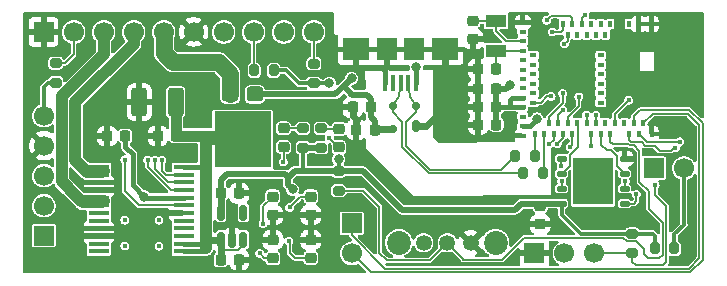
<source format=gtl>
G04 #@! TF.GenerationSoftware,KiCad,Pcbnew,9.0.2*
G04 #@! TF.CreationDate,2025-06-19T13:18:12-04:00*
G04 #@! TF.ProjectId,farlock3,6661726c-6f63-46b3-932e-6b696361645f,v02*
G04 #@! TF.SameCoordinates,Original*
G04 #@! TF.FileFunction,Copper,L1,Top*
G04 #@! TF.FilePolarity,Positive*
%FSLAX46Y46*%
G04 Gerber Fmt 4.6, Leading zero omitted, Abs format (unit mm)*
G04 Created by KiCad (PCBNEW 9.0.2) date 2025-06-19 13:18:12*
%MOMM*%
%LPD*%
G01*
G04 APERTURE LIST*
G04 Aperture macros list*
%AMRoundRect*
0 Rectangle with rounded corners*
0 $1 Rounding radius*
0 $2 $3 $4 $5 $6 $7 $8 $9 X,Y pos of 4 corners*
0 Add a 4 corners polygon primitive as box body*
4,1,4,$2,$3,$4,$5,$6,$7,$8,$9,$2,$3,0*
0 Add four circle primitives for the rounded corners*
1,1,$1+$1,$2,$3*
1,1,$1+$1,$4,$5*
1,1,$1+$1,$6,$7*
1,1,$1+$1,$8,$9*
0 Add four rect primitives between the rounded corners*
20,1,$1+$1,$2,$3,$4,$5,0*
20,1,$1+$1,$4,$5,$6,$7,0*
20,1,$1+$1,$6,$7,$8,$9,0*
20,1,$1+$1,$8,$9,$2,$3,0*%
G04 Aperture macros list end*
G04 #@! TA.AperFunction,ComponentPad*
%ADD10C,1.700000*%
G04 #@! TD*
G04 #@! TA.AperFunction,ComponentPad*
%ADD11R,1.700000X1.700000*%
G04 #@! TD*
G04 #@! TA.AperFunction,SMDPad,CuDef*
%ADD12R,2.300000X1.900000*%
G04 #@! TD*
G04 #@! TA.AperFunction,SMDPad,CuDef*
%ADD13R,1.800000X1.900000*%
G04 #@! TD*
G04 #@! TA.AperFunction,SMDPad,CuDef*
%ADD14R,0.400000X1.400000*%
G04 #@! TD*
G04 #@! TA.AperFunction,SMDPad,CuDef*
%ADD15R,0.400000X0.600000*%
G04 #@! TD*
G04 #@! TA.AperFunction,SMDPad,CuDef*
%ADD16R,0.600000X0.400000*%
G04 #@! TD*
G04 #@! TA.AperFunction,SMDPad,CuDef*
%ADD17RoundRect,0.317500X-0.382500X-0.317500X0.382500X-0.317500X0.382500X0.317500X-0.382500X0.317500X0*%
G04 #@! TD*
G04 #@! TA.AperFunction,SMDPad,CuDef*
%ADD18R,4.800000X4.720000*%
G04 #@! TD*
G04 #@! TA.AperFunction,SMDPad,CuDef*
%ADD19RoundRect,0.225000X-0.225000X-0.250000X0.225000X-0.250000X0.225000X0.250000X-0.225000X0.250000X0*%
G04 #@! TD*
G04 #@! TA.AperFunction,ComponentPad*
%ADD20C,1.350000*%
G04 #@! TD*
G04 #@! TA.AperFunction,WasherPad*
%ADD21C,2.025000*%
G04 #@! TD*
G04 #@! TA.AperFunction,SMDPad,CuDef*
%ADD22RoundRect,0.218750X0.256250X-0.218750X0.256250X0.218750X-0.256250X0.218750X-0.256250X-0.218750X0*%
G04 #@! TD*
G04 #@! TA.AperFunction,SMDPad,CuDef*
%ADD23RoundRect,0.200000X0.275000X-0.200000X0.275000X0.200000X-0.275000X0.200000X-0.275000X-0.200000X0*%
G04 #@! TD*
G04 #@! TA.AperFunction,HeatsinkPad*
%ADD24R,3.400000X4.000000*%
G04 #@! TD*
G04 #@! TA.AperFunction,SMDPad,CuDef*
%ADD25RoundRect,0.125000X0.262500X0.125000X-0.262500X0.125000X-0.262500X-0.125000X0.262500X-0.125000X0*%
G04 #@! TD*
G04 #@! TA.AperFunction,SMDPad,CuDef*
%ADD26RoundRect,0.150000X0.150000X-0.512500X0.150000X0.512500X-0.150000X0.512500X-0.150000X-0.512500X0*%
G04 #@! TD*
G04 #@! TA.AperFunction,SMDPad,CuDef*
%ADD27RoundRect,0.225000X0.225000X0.250000X-0.225000X0.250000X-0.225000X-0.250000X0.225000X-0.250000X0*%
G04 #@! TD*
G04 #@! TA.AperFunction,SMDPad,CuDef*
%ADD28R,1.800000X1.000000*%
G04 #@! TD*
G04 #@! TA.AperFunction,SMDPad,CuDef*
%ADD29RoundRect,0.200000X-0.200000X-0.275000X0.200000X-0.275000X0.200000X0.275000X-0.200000X0.275000X0*%
G04 #@! TD*
G04 #@! TA.AperFunction,SMDPad,CuDef*
%ADD30RoundRect,0.200000X-0.275000X0.200000X-0.275000X-0.200000X0.275000X-0.200000X0.275000X0.200000X0*%
G04 #@! TD*
G04 #@! TA.AperFunction,SMDPad,CuDef*
%ADD31RoundRect,0.250000X0.420000X0.945000X-0.420000X0.945000X-0.420000X-0.945000X0.420000X-0.945000X0*%
G04 #@! TD*
G04 #@! TA.AperFunction,SMDPad,CuDef*
%ADD32R,1.750000X0.450000*%
G04 #@! TD*
G04 #@! TA.AperFunction,SMDPad,CuDef*
%ADD33RoundRect,0.225000X-0.250000X0.225000X-0.250000X-0.225000X0.250000X-0.225000X0.250000X0.225000X0*%
G04 #@! TD*
G04 #@! TA.AperFunction,SMDPad,CuDef*
%ADD34RoundRect,0.200000X0.200000X0.275000X-0.200000X0.275000X-0.200000X-0.275000X0.200000X-0.275000X0*%
G04 #@! TD*
G04 #@! TA.AperFunction,SMDPad,CuDef*
%ADD35RoundRect,0.225000X0.250000X-0.225000X0.250000X0.225000X-0.250000X0.225000X-0.250000X-0.225000X0*%
G04 #@! TD*
G04 #@! TA.AperFunction,SMDPad,CuDef*
%ADD36RoundRect,0.150000X0.200000X0.150000X-0.200000X0.150000X-0.200000X-0.150000X0.200000X-0.150000X0*%
G04 #@! TD*
G04 #@! TA.AperFunction,SMDPad,CuDef*
%ADD37RoundRect,0.175000X0.175000X0.325000X-0.175000X0.325000X-0.175000X-0.325000X0.175000X-0.325000X0*%
G04 #@! TD*
G04 #@! TA.AperFunction,ViaPad*
%ADD38C,0.450000*%
G04 #@! TD*
G04 #@! TA.AperFunction,ViaPad*
%ADD39C,0.800000*%
G04 #@! TD*
G04 #@! TA.AperFunction,Conductor*
%ADD40C,0.600000*%
G04 #@! TD*
G04 #@! TA.AperFunction,Conductor*
%ADD41C,0.150000*%
G04 #@! TD*
G04 #@! TA.AperFunction,Conductor*
%ADD42C,0.500000*%
G04 #@! TD*
G04 #@! TA.AperFunction,Conductor*
%ADD43C,0.400000*%
G04 #@! TD*
G04 #@! TA.AperFunction,Conductor*
%ADD44C,1.000000*%
G04 #@! TD*
G04 #@! TA.AperFunction,Conductor*
%ADD45C,0.450000*%
G04 #@! TD*
G04 #@! TA.AperFunction,Conductor*
%ADD46C,0.300000*%
G04 #@! TD*
G04 #@! TA.AperFunction,Conductor*
%ADD47C,0.950000*%
G04 #@! TD*
G04 #@! TA.AperFunction,Conductor*
%ADD48C,1.400000*%
G04 #@! TD*
G04 #@! TA.AperFunction,Conductor*
%ADD49C,0.127000*%
G04 #@! TD*
G04 #@! TA.AperFunction,Conductor*
%ADD50C,0.900000*%
G04 #@! TD*
G04 APERTURE END LIST*
D10*
X151190000Y-76860000D03*
X148650000Y-76860000D03*
X146110000Y-76860000D03*
X143570000Y-76860000D03*
X141030000Y-76860000D03*
X138490000Y-76860000D03*
X135950000Y-76860000D03*
X133410000Y-76860000D03*
X130870000Y-76860000D03*
D11*
X128330000Y-76860000D03*
D12*
X154800000Y-78350000D03*
D13*
X157400000Y-78350000D03*
X159700000Y-78350000D03*
D12*
X162300000Y-78350000D03*
D14*
X157250000Y-81200000D03*
X157900000Y-81200000D03*
X158550000Y-81200000D03*
X159200000Y-81200000D03*
X159850000Y-81200000D03*
D15*
X179800000Y-76200000D03*
X178700000Y-76200000D03*
X177900000Y-76200000D03*
X176300000Y-76200000D03*
X175900000Y-77100000D03*
X175500000Y-76200000D03*
X175100000Y-77100000D03*
X174700000Y-76200000D03*
X174300000Y-77100000D03*
X173900000Y-76200000D03*
X173500000Y-77100000D03*
X173100000Y-76200000D03*
X172700000Y-77100000D03*
X172300000Y-76200000D03*
D16*
X168900000Y-76050000D03*
X168900000Y-76850000D03*
X168900000Y-77650000D03*
X168900000Y-78450000D03*
X169800000Y-78850000D03*
X168900000Y-79250000D03*
X169800000Y-79650000D03*
X168900000Y-80050000D03*
X169800000Y-80450000D03*
X168900000Y-80850000D03*
X169800000Y-81250000D03*
X168900000Y-81650000D03*
X169800000Y-82050000D03*
X168900000Y-82450000D03*
X169800000Y-82850000D03*
X168900000Y-83250000D03*
X168900000Y-84050000D03*
X168900000Y-84850000D03*
X168900000Y-85650000D03*
D15*
X169900000Y-85500000D03*
X170700000Y-85500000D03*
X171100000Y-84600000D03*
X171500000Y-85500000D03*
X171900000Y-84600000D03*
X172300000Y-85500000D03*
X172700000Y-84600000D03*
X173100000Y-85500000D03*
X173500000Y-84600000D03*
X174300000Y-84600000D03*
X174700000Y-85500000D03*
X175100000Y-84600000D03*
X175500000Y-85500000D03*
X175900000Y-84600000D03*
X176300000Y-85500000D03*
X176700000Y-84600000D03*
X177500000Y-84600000D03*
X177900000Y-85500000D03*
X178300000Y-84600000D03*
X178700000Y-85500000D03*
X179100000Y-84600000D03*
X179800000Y-85500000D03*
D16*
X175500000Y-78850000D03*
X175500000Y-79650000D03*
X175500000Y-80450000D03*
X175500000Y-81250000D03*
X175500000Y-82050000D03*
X175500000Y-82850000D03*
D17*
X144135000Y-82160000D03*
X146215000Y-82160000D03*
D18*
X145175000Y-85965000D03*
D19*
X143345000Y-96155000D03*
X144895000Y-96155000D03*
D20*
X164503000Y-94700000D03*
X162503000Y-94700000D03*
X160503000Y-94700000D03*
D21*
X166600000Y-94700000D03*
X158400000Y-94700000D03*
D22*
X148640000Y-86600000D03*
X148640000Y-85025000D03*
D23*
X151815000Y-86675000D03*
X151815000Y-85025000D03*
D22*
X153339000Y-86637500D03*
X153339000Y-85062500D03*
D23*
X150291000Y-86663000D03*
X150291000Y-85013000D03*
D11*
X169880000Y-95620000D03*
D10*
X172420000Y-95620000D03*
X174960000Y-95620000D03*
D24*
X174850000Y-89500000D03*
D25*
X172187500Y-91405000D03*
X172187500Y-90135000D03*
X172187500Y-88865000D03*
X172187500Y-87595000D03*
X177512500Y-87595000D03*
X177512500Y-88865000D03*
X177512500Y-90135000D03*
X177512500Y-91405000D03*
D26*
X143350000Y-94450000D03*
X144300000Y-94450000D03*
X145250000Y-94450000D03*
X145250000Y-92175000D03*
X143350000Y-92175000D03*
D19*
X143345000Y-90524000D03*
X144895000Y-90524000D03*
D11*
X154425000Y-93075000D03*
D10*
X154425000Y-95615000D03*
D27*
X166663000Y-83226000D03*
X165113000Y-83226000D03*
X166664000Y-84709000D03*
X165114000Y-84709000D03*
X166625000Y-80000000D03*
X165075000Y-80000000D03*
X166650000Y-81702000D03*
X165100000Y-81702000D03*
D28*
X166630000Y-75950000D03*
X166630000Y-78450000D03*
D29*
X181725000Y-95200000D03*
X180075000Y-95200000D03*
D23*
X178150000Y-95625000D03*
X178150000Y-93975000D03*
D30*
X129350000Y-79500000D03*
X129350000Y-81150000D03*
D10*
X182540000Y-88400000D03*
D11*
X180000000Y-88400000D03*
D27*
X135250000Y-85675000D03*
X133700000Y-85675000D03*
D31*
X139515000Y-82800000D03*
X136435000Y-82800000D03*
D32*
X133000000Y-88300000D03*
X133000000Y-88950000D03*
X133000000Y-89600000D03*
X133000000Y-90250000D03*
X133000000Y-90900000D03*
X133000000Y-91550000D03*
X133000000Y-92200000D03*
X133000000Y-92850000D03*
X133000000Y-93500000D03*
X133000000Y-94150000D03*
X133000000Y-94800000D03*
X133000000Y-95450000D03*
X140200000Y-95450000D03*
X140200000Y-94800000D03*
X140200000Y-94150000D03*
X140200000Y-93500000D03*
X140200000Y-92850000D03*
X140200000Y-92200000D03*
X140200000Y-91550000D03*
X140200000Y-90900000D03*
X140200000Y-90250000D03*
X140200000Y-89600000D03*
X140200000Y-88950000D03*
X140200000Y-88300000D03*
D33*
X170380000Y-93135000D03*
X170380000Y-91585000D03*
D34*
X170575000Y-88850000D03*
X168925000Y-88850000D03*
X168245000Y-87340000D03*
X169895000Y-87340000D03*
D23*
X151200000Y-81200000D03*
X151200000Y-79550000D03*
D35*
X147725000Y-96025000D03*
X147725000Y-94475000D03*
D23*
X153300000Y-90300000D03*
X153300000Y-88650000D03*
D33*
X147725000Y-92350000D03*
X147725000Y-90800000D03*
D34*
X147800000Y-80125000D03*
X146150000Y-80125000D03*
D27*
X156040000Y-83260000D03*
X154490000Y-83260000D03*
D33*
X150950000Y-92350000D03*
X150950000Y-90800000D03*
D36*
X157870000Y-85050000D03*
X157870000Y-83150000D03*
X159870000Y-83150000D03*
D37*
X159870000Y-84850000D03*
D35*
X150950000Y-96000000D03*
X150950000Y-94450000D03*
D33*
X164700000Y-75925000D03*
X164700000Y-77475000D03*
D27*
X154805000Y-85130000D03*
X156355000Y-85130000D03*
X139550000Y-85650000D03*
X138000000Y-85650000D03*
D11*
X128350000Y-94110000D03*
D10*
X128350000Y-91570000D03*
X128350000Y-89030000D03*
X128350000Y-86490000D03*
X128350000Y-83950000D03*
D38*
X136550000Y-88170000D03*
X127610000Y-80340000D03*
X131040000Y-93940000D03*
X151430000Y-83410000D03*
X162790000Y-83800000D03*
X162830000Y-85500000D03*
X155130000Y-87700000D03*
X178700000Y-75530000D03*
X179790000Y-75520000D03*
X165410000Y-93080000D03*
X162510000Y-93030000D03*
X159650000Y-93050000D03*
X174890000Y-93020000D03*
X182490000Y-85660000D03*
D39*
X154400000Y-80800000D03*
D38*
X151500000Y-87800000D03*
X138100000Y-95000000D03*
X135200000Y-95000000D03*
X138100000Y-92800000D03*
X135200000Y-92800000D03*
X141400000Y-82800000D03*
X136900000Y-80100000D03*
X133600000Y-83200000D03*
X134500000Y-89800000D03*
X177300000Y-81300000D03*
X177300000Y-79600000D03*
X177300000Y-77600000D03*
X179100000Y-81900000D03*
X179100000Y-80800000D03*
X179900000Y-81900000D03*
X179900000Y-80800000D03*
X174200000Y-81200000D03*
X174200000Y-80000000D03*
X174200000Y-78700000D03*
X172700000Y-81200000D03*
X172700000Y-80000000D03*
X172700000Y-78700000D03*
X171300000Y-81200000D03*
X171300000Y-80000000D03*
X171300000Y-78700000D03*
X177100000Y-75600000D03*
X179900000Y-77900000D03*
X179100000Y-77900000D03*
X179100000Y-77100000D03*
X179900000Y-77100000D03*
X183000000Y-94100000D03*
X181700000Y-92600000D03*
D39*
X149400000Y-90201000D03*
X136825000Y-90800000D03*
X153300000Y-87650000D03*
X152525000Y-81200000D03*
D38*
X180100000Y-89825000D03*
X172269301Y-83494301D03*
X181826000Y-86659193D03*
X149100000Y-94575000D03*
X135200000Y-87700000D03*
X137149994Y-87725000D03*
X137749997Y-87725000D03*
X138350000Y-87725000D03*
X148625000Y-87875000D03*
X146625000Y-95625000D03*
X146900000Y-93100000D03*
X149150000Y-91725000D03*
X172425000Y-77875000D03*
X171400000Y-76875000D03*
X170925000Y-75875000D03*
X174150000Y-75425000D03*
X152525000Y-85873000D03*
D39*
X159875000Y-79875000D03*
X170100000Y-84225000D03*
D38*
X171300000Y-82325000D03*
X171825000Y-86325000D03*
X171150000Y-86325000D03*
X173637747Y-82361500D03*
X172275000Y-82075000D03*
X178500000Y-90625000D03*
X177575000Y-89500000D03*
X174300000Y-83899000D03*
X172900000Y-86600000D03*
X174650000Y-86500000D03*
X172158051Y-88240000D03*
X172200000Y-89500000D03*
X182169214Y-86167049D03*
X177850000Y-82650000D03*
X175100000Y-83900000D03*
D39*
X167825000Y-81350000D03*
D40*
X159870000Y-84850000D02*
X160710000Y-84850000D01*
X162300000Y-83260000D02*
X162300000Y-78350000D01*
X160710000Y-84850000D02*
X162300000Y-83260000D01*
D41*
X177965322Y-86481000D02*
X178331000Y-86481000D01*
X178775000Y-86925000D02*
X178775000Y-89562189D01*
X179550000Y-91825000D02*
X180750000Y-93025000D01*
X178331000Y-86481000D02*
X178775000Y-86925000D01*
X178775000Y-89562189D02*
X179550000Y-90337189D01*
X177422544Y-94325000D02*
X168975000Y-94325000D01*
X177834322Y-86350000D02*
X177965322Y-86481000D01*
X180750000Y-93025000D02*
X180750000Y-95725000D01*
X180750000Y-95725000D02*
X180450000Y-96025000D01*
X180450000Y-96025000D02*
X179500000Y-96025000D01*
X179175000Y-95700000D02*
X179175000Y-95275000D01*
X179500000Y-96025000D02*
X179175000Y-95700000D01*
X179550000Y-90337189D02*
X179550000Y-91825000D01*
X179175000Y-95275000D02*
X178501000Y-94601000D01*
X163875000Y-96150000D02*
X163875000Y-96072000D01*
X178501000Y-94601000D02*
X177698544Y-94601000D01*
X177698544Y-94601000D02*
X177422544Y-94325000D01*
X168975000Y-94325000D02*
X167150000Y-96150000D01*
X167150000Y-96150000D02*
X163875000Y-96150000D01*
X163875000Y-96072000D02*
X162503000Y-94700000D01*
X176300000Y-85500000D02*
X176300000Y-86150000D01*
X176500000Y-86350000D02*
X177834322Y-86350000D01*
X176300000Y-86150000D02*
X176500000Y-86350000D01*
X180062133Y-86500000D02*
X179274322Y-86500000D01*
X181713191Y-86659193D02*
X181459192Y-86913192D01*
X178954322Y-86180000D02*
X178090000Y-86180000D01*
X177900000Y-85990000D02*
X177900000Y-85500000D01*
X181459192Y-86913192D02*
X180475325Y-86913192D01*
X180475325Y-86913192D02*
X180062133Y-86500000D01*
X181826000Y-86659193D02*
X181713191Y-86659193D01*
X179274322Y-86500000D02*
X178954322Y-86180000D01*
X178090000Y-86180000D02*
X177900000Y-85990000D01*
D42*
X143345000Y-90524000D02*
X143345000Y-89405000D01*
X143345000Y-89405000D02*
X143830000Y-88920000D01*
X143830000Y-88920000D02*
X148745000Y-88920000D01*
X148745000Y-88920000D02*
X149025000Y-89200000D01*
D41*
X178700000Y-85500000D02*
X179399000Y-86199000D01*
X182137263Y-86199000D02*
X182169214Y-86167049D01*
X179399000Y-86199000D02*
X182137263Y-86199000D01*
X145250000Y-94930000D02*
X144810000Y-95370000D01*
X145250000Y-94450000D02*
X145250000Y-94930000D01*
X144810000Y-95370000D02*
X143607500Y-95370000D01*
X143607500Y-95370000D02*
X143350000Y-95112500D01*
X143350000Y-95112500D02*
X143350000Y-94450000D01*
D40*
X154490000Y-83980000D02*
X154820000Y-84310000D01*
X154490000Y-83260000D02*
X154490000Y-83980000D01*
X154820000Y-84310000D02*
X154805000Y-84325000D01*
X154805000Y-84325000D02*
X154805000Y-85130000D01*
X157870000Y-85050000D02*
X156435000Y-85050000D01*
X156435000Y-85050000D02*
X156355000Y-85130000D01*
D42*
X156355000Y-85130000D02*
X156355000Y-84385000D01*
X156355000Y-84385000D02*
X156040000Y-84070000D01*
X156040000Y-84070000D02*
X156040000Y-83260000D01*
X153750000Y-81450000D02*
X154475000Y-82175000D01*
X154475000Y-82175000D02*
X155705000Y-82175000D01*
X155705000Y-82175000D02*
X156040000Y-82510000D01*
X156040000Y-82510000D02*
X156040000Y-83260000D01*
X153750000Y-81450000D02*
X154400000Y-80800000D01*
D43*
X157250000Y-81200000D02*
X157250000Y-80150000D01*
X154800000Y-79670000D02*
X154800000Y-78350000D01*
X157250000Y-80150000D02*
X157050000Y-79950000D01*
X155080000Y-79950000D02*
X154800000Y-79670000D01*
X157050000Y-79950000D02*
X155080000Y-79950000D01*
D41*
X172200000Y-89500000D02*
X172187500Y-89512500D01*
X172187500Y-89512500D02*
X172187500Y-90135000D01*
X172158051Y-87624449D02*
X172187500Y-87595000D01*
X172158051Y-88240000D02*
X172158051Y-87624449D01*
X146900000Y-93100000D02*
X146900000Y-91625000D01*
X146900000Y-91625000D02*
X147725000Y-90800000D01*
D44*
X131999000Y-88724000D02*
X133301000Y-88724000D01*
X133301000Y-88724000D02*
X133400000Y-88625000D01*
D45*
X133000000Y-88950000D02*
X132225000Y-88950000D01*
X132225000Y-88950000D02*
X131999000Y-88724000D01*
X133000000Y-88300000D02*
X131575000Y-88300000D01*
X131575000Y-88300000D02*
X131002000Y-87727000D01*
D44*
X135950000Y-76860000D02*
X135950000Y-77856256D01*
X135950000Y-77856256D02*
X131002000Y-82804256D01*
X131002000Y-82804256D02*
X131002000Y-87727000D01*
X131002000Y-87727000D02*
X131999000Y-88724000D01*
D45*
X133400000Y-91200000D02*
X133350000Y-91200000D01*
D44*
X133400000Y-91200000D02*
X133300000Y-91300000D01*
D45*
X133350000Y-91200000D02*
X133000000Y-91550000D01*
D44*
X133300000Y-91300000D02*
X131650000Y-91300000D01*
X131100000Y-90775000D02*
X131525000Y-91200000D01*
X131525000Y-91200000D02*
X133400000Y-91200000D01*
D45*
X133000000Y-90900000D02*
X131225000Y-90900000D01*
X131225000Y-90900000D02*
X131100000Y-90775000D01*
D44*
X129851000Y-84275000D02*
X129851000Y-89526000D01*
X129851000Y-82327496D02*
X129851000Y-84275000D01*
X133410000Y-78768496D02*
X129851000Y-82327496D01*
X133410000Y-76860000D02*
X133410000Y-78768496D01*
X129851000Y-89526000D02*
X131100000Y-90775000D01*
D45*
X136825000Y-90800000D02*
X135875000Y-89850000D01*
D42*
X149025000Y-89826000D02*
X149400000Y-90201000D01*
X149025000Y-89200000D02*
X149025000Y-89826000D01*
D41*
X130125000Y-79500000D02*
X130875000Y-78750000D01*
X129350000Y-79500000D02*
X130125000Y-79500000D01*
X130870000Y-78745000D02*
X130870000Y-76860000D01*
X130875000Y-78750000D02*
X130870000Y-78745000D01*
D46*
X128350000Y-83950000D02*
X128350000Y-81550000D01*
X128350000Y-81550000D02*
X128700000Y-81200000D01*
X128700000Y-81200000D02*
X129175000Y-81200000D01*
D45*
X140200000Y-90900000D02*
X136925000Y-90900000D01*
X135875000Y-89850000D02*
X135875000Y-87225000D01*
X136925000Y-90900000D02*
X136825000Y-90800000D01*
X135875000Y-87225000D02*
X135250000Y-86600000D01*
X135250000Y-86600000D02*
X135250000Y-85675000D01*
D44*
X142050000Y-95175000D02*
X142050000Y-94450000D01*
D40*
X143350000Y-94450000D02*
X142050000Y-94450000D01*
D45*
X142025000Y-94800000D02*
X140200000Y-94800000D01*
X140200000Y-95450000D02*
X142050000Y-95450000D01*
X140200000Y-88300000D02*
X142050000Y-88300000D01*
D44*
X142050000Y-88300000D02*
X142050000Y-85965000D01*
X142050000Y-85965000D02*
X145175000Y-85965000D01*
D47*
X139550000Y-85650000D02*
X144860000Y-85650000D01*
X144860000Y-85650000D02*
X145175000Y-85965000D01*
D40*
X143350000Y-94450000D02*
X143350000Y-95475000D01*
D48*
X144135000Y-82160000D02*
X144135000Y-80410000D01*
X144135000Y-80410000D02*
X143150000Y-79425000D01*
X139300000Y-79425000D02*
X138490000Y-78615000D01*
X143150000Y-79425000D02*
X139300000Y-79425000D01*
X138490000Y-78615000D02*
X138490000Y-76860000D01*
D42*
X146215000Y-82160000D02*
X153040000Y-82160000D01*
X153040000Y-82160000D02*
X153750000Y-81450000D01*
D46*
X153300000Y-87650000D02*
X153300000Y-88650000D01*
D42*
X153300000Y-88650000D02*
X154400000Y-88650000D01*
X150325000Y-88650000D02*
X152225000Y-88650000D01*
D49*
X171900000Y-83863602D02*
X171900000Y-84600000D01*
X172269301Y-83494301D02*
X171900000Y-83863602D01*
D41*
X173637747Y-82361500D02*
X173637747Y-83162253D01*
X173637747Y-83162253D02*
X172700000Y-84100000D01*
X172700000Y-84100000D02*
X172700000Y-84600000D01*
D49*
X172300000Y-82843468D02*
X172009234Y-83134234D01*
X172275000Y-82075000D02*
X172300000Y-82100000D01*
X172300000Y-82100000D02*
X172300000Y-82843468D01*
D41*
X177575000Y-89500000D02*
X177575000Y-90072500D01*
X177575000Y-90072500D02*
X177512500Y-90135000D01*
D42*
X152225000Y-88650000D02*
X153300000Y-88650000D01*
D46*
X150325000Y-88650000D02*
X150291000Y-88616000D01*
X150291000Y-88616000D02*
X150291000Y-86663000D01*
X149925000Y-81200000D02*
X148850000Y-80125000D01*
X151200000Y-81200000D02*
X149925000Y-81200000D01*
X148850000Y-80125000D02*
X147800000Y-80125000D01*
X152525000Y-81200000D02*
X151200000Y-81200000D01*
D41*
X170400000Y-82850000D02*
X169800000Y-82850000D01*
X170925000Y-82325000D02*
X170400000Y-82850000D01*
X171300000Y-82325000D02*
X170925000Y-82325000D01*
X177850000Y-82650000D02*
X176700000Y-83800000D01*
X176700000Y-83800000D02*
X176700000Y-84600000D01*
X180803000Y-96622000D02*
X178447000Y-96622000D01*
X180100000Y-89825000D02*
X180100000Y-90650000D01*
X181051000Y-96374000D02*
X180803000Y-96622000D01*
X181051000Y-91601000D02*
X181051000Y-96374000D01*
X178150000Y-96325000D02*
X178150000Y-95625000D01*
X178447000Y-96622000D02*
X178150000Y-96325000D01*
X180100000Y-90650000D02*
X181051000Y-91601000D01*
D46*
X180075000Y-95200000D02*
X180075000Y-94125000D01*
X180075000Y-94125000D02*
X179900000Y-93950000D01*
X173800000Y-93950000D02*
X172187500Y-92337500D01*
X179900000Y-93950000D02*
X173800000Y-93950000D01*
X172187500Y-92337500D02*
X172187500Y-91405000D01*
D42*
X172187500Y-91405000D02*
X170395000Y-91405000D01*
X170395000Y-91405000D02*
X170375000Y-91425000D01*
D41*
X178500000Y-91200000D02*
X178295000Y-91405000D01*
X178295000Y-91405000D02*
X177512500Y-91405000D01*
X178500000Y-90625000D02*
X178500000Y-91200000D01*
D42*
X168750000Y-91425000D02*
X170375000Y-91425000D01*
X154400000Y-88650000D02*
X155375000Y-88650000D01*
X155375000Y-88650000D02*
X158650000Y-91925000D01*
X158650000Y-91925000D02*
X168250000Y-91925000D01*
X168250000Y-91925000D02*
X168750000Y-91425000D01*
D49*
X151200000Y-79550000D02*
X151200000Y-76870000D01*
X151200000Y-76870000D02*
X151190000Y-76860000D01*
X146110000Y-76860000D02*
X146110000Y-80085000D01*
X146110000Y-80085000D02*
X146150000Y-80125000D01*
D41*
X153300000Y-90300000D02*
X155400000Y-90300000D01*
X156750000Y-91650000D02*
X156750000Y-95575000D01*
X155400000Y-90300000D02*
X156750000Y-91650000D01*
X157375000Y-96200000D02*
X161003000Y-96200000D01*
X156750000Y-95575000D02*
X157375000Y-96200000D01*
X161003000Y-96200000D02*
X162503000Y-94700000D01*
X149150000Y-94625000D02*
X149100000Y-94575000D01*
X149150000Y-95575000D02*
X149150000Y-94625000D01*
X150950000Y-96000000D02*
X149575000Y-96000000D01*
X149575000Y-96000000D02*
X149150000Y-95575000D01*
X166630000Y-75950000D02*
X166630000Y-76805000D01*
X166630000Y-76805000D02*
X167475000Y-77650000D01*
X167475000Y-77650000D02*
X168900000Y-77650000D01*
X164700000Y-75925000D02*
X166605000Y-75925000D01*
X166605000Y-75925000D02*
X166630000Y-75950000D01*
X166630000Y-78450000D02*
X168900000Y-78450000D01*
X166625000Y-80000000D02*
X166625000Y-78455000D01*
X166625000Y-78455000D02*
X166630000Y-78450000D01*
X130875000Y-76865000D02*
X130870000Y-76860000D01*
D42*
X159850000Y-79900000D02*
X159875000Y-79875000D01*
D41*
X135200000Y-90375000D02*
X135200000Y-87700000D01*
X140200000Y-91550000D02*
X136375000Y-91550000D01*
X136375000Y-91550000D02*
X135200000Y-90375000D01*
X137149994Y-88276350D02*
X137149994Y-87725000D01*
X139123644Y-90250000D02*
X137149994Y-88276350D01*
X140200000Y-90250000D02*
X139123644Y-90250000D01*
X137749997Y-88450675D02*
X137749997Y-87725000D01*
X138899322Y-89600000D02*
X137749997Y-88450675D01*
X140200000Y-89600000D02*
X138899322Y-89600000D01*
X138825000Y-88950000D02*
X138675000Y-88950000D01*
X138350000Y-88625000D02*
X138350000Y-87725000D01*
X138675000Y-88950000D02*
X138350000Y-88625000D01*
X140200000Y-88950000D02*
X138825000Y-88950000D01*
X148640000Y-87860000D02*
X148625000Y-87875000D01*
X148640000Y-86600000D02*
X148640000Y-87860000D01*
X147025000Y-96025000D02*
X146625000Y-95625000D01*
X147725000Y-96025000D02*
X147025000Y-96025000D01*
X150950000Y-90800000D02*
X150075000Y-90800000D01*
X150075000Y-90800000D02*
X149150000Y-91725000D01*
X178150000Y-95625000D02*
X174965000Y-95625000D01*
X174965000Y-95625000D02*
X174960000Y-95620000D01*
D46*
X181725000Y-94000000D02*
X182550000Y-93175000D01*
X181725000Y-95200000D02*
X181725000Y-94000000D01*
X182550000Y-93175000D02*
X182540000Y-93165000D01*
X182540000Y-93165000D02*
X182540000Y-88400000D01*
D41*
X179100000Y-84600000D02*
X179924000Y-83776000D01*
X179924000Y-83776000D02*
X182875322Y-83776000D01*
X183832197Y-96025313D02*
X182934510Y-96923000D01*
X182875322Y-83776000D02*
X183832420Y-84733098D01*
X183832420Y-84733098D02*
X183832197Y-96025313D01*
X182934510Y-96923000D02*
X157254694Y-96923000D01*
X157254694Y-96923000D02*
X154425000Y-94093306D01*
X154425000Y-94093306D02*
X154425000Y-93075000D01*
X178300000Y-84600000D02*
X178300000Y-84025000D01*
X183000000Y-83475000D02*
X184133423Y-84608423D01*
X178300000Y-84025000D02*
X178850000Y-83475000D01*
X183059188Y-97224000D02*
X156034000Y-97224000D01*
X178850000Y-83475000D02*
X183000000Y-83475000D01*
X156034000Y-97224000D02*
X154425000Y-95615000D01*
X184133423Y-84608423D02*
X184133194Y-96149994D01*
X184133194Y-96149994D02*
X183059188Y-97224000D01*
X172700000Y-77600000D02*
X172425000Y-77875000D01*
X172700000Y-77100000D02*
X172700000Y-77600000D01*
X172100000Y-76875000D02*
X172075000Y-76900000D01*
X171425000Y-76900000D02*
X171400000Y-76875000D01*
X172075000Y-76900000D02*
X171425000Y-76900000D01*
X172300000Y-76200000D02*
X172300000Y-76675000D01*
X172300000Y-76675000D02*
X172100000Y-76875000D01*
X171300000Y-75500000D02*
X170925000Y-75875000D01*
X172875000Y-75500000D02*
X171300000Y-75500000D01*
X173100000Y-76200000D02*
X173100000Y-75725000D01*
X173100000Y-75725000D02*
X172875000Y-75500000D01*
X173900000Y-75675000D02*
X174150000Y-75425000D01*
X173900000Y-76200000D02*
X173900000Y-75675000D01*
D50*
X139550000Y-85650000D02*
X139550000Y-82835000D01*
D41*
X153339000Y-85062500D02*
X151852500Y-85062500D01*
X151852500Y-85062500D02*
X151815000Y-85025000D01*
X150279000Y-85025000D02*
X150291000Y-85013000D01*
X148640000Y-85025000D02*
X150279000Y-85025000D01*
D42*
X150303000Y-86675000D02*
X150291000Y-86663000D01*
X151815000Y-86675000D02*
X150303000Y-86675000D01*
D41*
X153289500Y-86637500D02*
X152525000Y-85873000D01*
X153339000Y-86637500D02*
X153289500Y-86637500D01*
D43*
X167825000Y-82650000D02*
X168025000Y-82450000D01*
X167825000Y-83250000D02*
X167825000Y-82650000D01*
X168900000Y-83250000D02*
X167825000Y-83250000D01*
X168025000Y-82450000D02*
X168900000Y-82450000D01*
X167825000Y-83250000D02*
X166687000Y-83250000D01*
X166687000Y-83250000D02*
X166663000Y-83226000D01*
X168900000Y-84850000D02*
X169475000Y-84850000D01*
X169475000Y-84850000D02*
X170100000Y-84225000D01*
X159850000Y-81200000D02*
X159850000Y-79900000D01*
D46*
X159875000Y-81175000D02*
X159850000Y-81200000D01*
D49*
X172300000Y-85850000D02*
X171825000Y-86325000D01*
X172300000Y-85500000D02*
X172300000Y-85850000D01*
D41*
X171500000Y-85975000D02*
X171150000Y-86325000D01*
X171500000Y-85500000D02*
X171500000Y-85975000D01*
D49*
X171100000Y-84043468D02*
X172009234Y-83134234D01*
D41*
X174300000Y-84600000D02*
X174300000Y-83899000D01*
X173100000Y-86400000D02*
X172900000Y-86600000D01*
X173100000Y-85500000D02*
X173100000Y-86400000D01*
X177512500Y-90135000D02*
X177512500Y-90115000D01*
X177512500Y-90115000D02*
X177522500Y-90105000D01*
X176402000Y-86900000D02*
X176000000Y-86900000D01*
X176899000Y-87397000D02*
X176402000Y-86900000D01*
X176899000Y-88251500D02*
X176899000Y-87397000D01*
X177512500Y-88865000D02*
X176899000Y-88251500D01*
X176000000Y-86900000D02*
X175500000Y-86400000D01*
X175500000Y-86400000D02*
X175500000Y-85500000D01*
X170700000Y-85500000D02*
X170700000Y-88725000D01*
X170700000Y-88725000D02*
X170575000Y-88850000D01*
D49*
X157870000Y-83150000D02*
X157870000Y-83675001D01*
X157870000Y-83675001D02*
X158711000Y-84516001D01*
X158711000Y-84516001D02*
X158711000Y-86635860D01*
X158711000Y-86635860D02*
X160925140Y-88850000D01*
X159870000Y-83675001D02*
X159029000Y-84516001D01*
X160925140Y-88850000D02*
X168925000Y-88850000D01*
X161056860Y-88532000D02*
X167053000Y-88532000D01*
X159870000Y-83150000D02*
X159870000Y-83675001D01*
X159029000Y-84516001D02*
X159029000Y-86504140D01*
X159029000Y-86504140D02*
X161056860Y-88532000D01*
X167053000Y-88532000D02*
X168245000Y-87340000D01*
D41*
X174650000Y-85550000D02*
X174700000Y-85500000D01*
X174650000Y-86500000D02*
X174650000Y-85550000D01*
X177567500Y-90150000D02*
X177522500Y-90105000D01*
D40*
X143350000Y-95475000D02*
X143350000Y-96150000D01*
X143350000Y-96150000D02*
X143345000Y-96155000D01*
X143350000Y-92175000D02*
X143350000Y-90529000D01*
X143350000Y-90529000D02*
X143345000Y-90524000D01*
D41*
X177547500Y-91400000D02*
X177522500Y-91375000D01*
D49*
X171100000Y-84600000D02*
X171100000Y-84043468D01*
D41*
X175100000Y-83900000D02*
X175100000Y-84600000D01*
X170715000Y-85536213D02*
G75*
G03*
X170700004Y-85499996I-51200J13D01*
G01*
X169895000Y-87340000D02*
X169895000Y-85512071D01*
X169895000Y-85512071D02*
X169900000Y-85500000D01*
D42*
X166663000Y-83226000D02*
X166663000Y-81715000D01*
X166650000Y-84750000D02*
X166650000Y-83239000D01*
D49*
X159200000Y-81200000D02*
X159200000Y-81532477D01*
X159200000Y-81532477D02*
G75*
G03*
X159869993Y-83150007I2287500J-23D01*
G01*
X158550000Y-81200000D02*
X158550000Y-81508335D01*
X158550000Y-81508335D02*
G75*
G02*
X157869990Y-83149990I-2321700J35D01*
G01*
D41*
X174274000Y-84626000D02*
X174300000Y-84600000D01*
X172187500Y-88865000D02*
X172875000Y-88177500D01*
X172875000Y-87323000D02*
X173550000Y-86648000D01*
X172875000Y-88177500D02*
X172875000Y-87323000D01*
X173550000Y-86648000D02*
X173550000Y-84650000D01*
X173550000Y-84650000D02*
X173500000Y-84600000D01*
D42*
X149025000Y-89200000D02*
X149575000Y-88650000D01*
X149575000Y-88650000D02*
X150325000Y-88650000D01*
X166650000Y-81702000D02*
X167473000Y-81702000D01*
X167473000Y-81702000D02*
X167825000Y-81350000D01*
D44*
X142050000Y-94450000D02*
X142050000Y-88300000D01*
G04 #@! TA.AperFunction,Conductor*
G36*
X152813818Y-75206569D02*
G01*
X152848385Y-75224182D01*
X152875818Y-75251615D01*
X152893431Y-75286182D01*
X152899500Y-75324500D01*
X152899500Y-76919752D01*
X152907203Y-76958476D01*
X152907205Y-76958483D01*
X152922318Y-76994972D01*
X152944257Y-77027805D01*
X152944264Y-77027813D01*
X152972186Y-77055735D01*
X152972194Y-77055742D01*
X153005027Y-77077681D01*
X153014535Y-77081619D01*
X153041516Y-77092795D01*
X153076909Y-77099835D01*
X153080247Y-77100499D01*
X153080251Y-77100500D01*
X153154622Y-77100500D01*
X153192940Y-77106569D01*
X153227507Y-77124182D01*
X153254940Y-77151615D01*
X153272553Y-77186182D01*
X153278622Y-77224500D01*
X153273432Y-77257264D01*
X153274089Y-77257440D01*
X153254572Y-77330273D01*
X153254571Y-77330279D01*
X153250000Y-77382532D01*
X153250000Y-78100000D01*
X163873644Y-78100000D01*
X163888218Y-78095263D01*
X163927014Y-78095260D01*
X163963912Y-78107246D01*
X163995300Y-78130047D01*
X164001212Y-78136386D01*
X164006983Y-78143025D01*
X164072945Y-78200364D01*
X164072953Y-78200370D01*
X164146246Y-78247967D01*
X164146260Y-78247975D01*
X164225468Y-78284910D01*
X164225474Y-78284912D01*
X164309064Y-78310468D01*
X164395394Y-78324142D01*
X164415043Y-78324999D01*
X164450000Y-78324999D01*
X164450000Y-77599000D01*
X164456069Y-77560682D01*
X164473682Y-77526115D01*
X164501115Y-77498682D01*
X164535682Y-77481069D01*
X164574000Y-77475000D01*
X164700000Y-77475000D01*
X164700000Y-77349000D01*
X164706069Y-77310682D01*
X164723682Y-77276115D01*
X164751115Y-77248682D01*
X164785682Y-77231069D01*
X164824000Y-77225000D01*
X165574999Y-77225000D01*
X165574999Y-77215041D01*
X165574142Y-77195407D01*
X165574140Y-77195380D01*
X165560468Y-77109065D01*
X165534912Y-77025474D01*
X165534910Y-77025468D01*
X165497975Y-76946260D01*
X165497967Y-76946246D01*
X165450370Y-76872953D01*
X165450364Y-76872945D01*
X165393020Y-76806979D01*
X165327054Y-76749635D01*
X165327046Y-76749629D01*
X165253753Y-76702032D01*
X165253739Y-76702024D01*
X165185827Y-76670357D01*
X165153664Y-76648663D01*
X165129778Y-76618092D01*
X165116509Y-76581636D01*
X165115155Y-76542864D01*
X165125849Y-76505571D01*
X165147543Y-76473408D01*
X165167608Y-76456051D01*
X165191622Y-76439416D01*
X165239416Y-76391622D01*
X165277908Y-76336061D01*
X165305861Y-76274521D01*
X165313500Y-76244200D01*
X165315153Y-76240335D01*
X165315811Y-76236182D01*
X165322745Y-76222572D01*
X165328748Y-76208529D01*
X165331514Y-76205362D01*
X165333424Y-76201615D01*
X165344220Y-76190818D01*
X165354272Y-76179313D01*
X165357884Y-76177154D01*
X165360857Y-76174182D01*
X165374459Y-76167251D01*
X165387576Y-76159414D01*
X165391677Y-76158477D01*
X165395424Y-76156569D01*
X165410506Y-76154180D01*
X165425399Y-76150781D01*
X165433742Y-76150500D01*
X165455500Y-76150500D01*
X165493818Y-76156569D01*
X165528385Y-76174182D01*
X165555818Y-76201615D01*
X165573431Y-76236182D01*
X165579500Y-76274500D01*
X165579500Y-76464389D01*
X165579501Y-76464408D01*
X165580952Y-76477908D01*
X165581427Y-76482320D01*
X165596551Y-76522869D01*
X165596552Y-76522871D01*
X165603622Y-76532315D01*
X165622486Y-76557514D01*
X165647171Y-76575993D01*
X165655498Y-76582227D01*
X165657131Y-76583449D01*
X165697680Y-76598573D01*
X165715602Y-76600500D01*
X166280500Y-76600500D01*
X166318818Y-76606569D01*
X166353385Y-76624182D01*
X166380818Y-76651615D01*
X166398431Y-76686182D01*
X166404500Y-76724500D01*
X166404500Y-76782790D01*
X166404500Y-76827210D01*
X166404500Y-76827212D01*
X166404499Y-76827212D01*
X166413164Y-76870771D01*
X166413165Y-76870773D01*
X166413166Y-76870776D01*
X166414068Y-76872953D01*
X166430166Y-76911817D01*
X166454841Y-76948746D01*
X166454847Y-76948753D01*
X167093914Y-77587819D01*
X167116718Y-77619205D01*
X167128706Y-77656102D01*
X167128706Y-77694898D01*
X167116718Y-77731795D01*
X167093914Y-77763181D01*
X167062528Y-77785985D01*
X167025631Y-77797973D01*
X167006233Y-77799500D01*
X165715595Y-77799500D01*
X165712242Y-77799861D01*
X165673494Y-77797919D01*
X165637244Y-77784098D01*
X165607039Y-77759751D01*
X165601943Y-77751943D01*
X165575000Y-77725000D01*
X164950000Y-77725000D01*
X164950000Y-78324999D01*
X164984958Y-78324999D01*
X165004592Y-78324142D01*
X165004619Y-78324140D01*
X165090934Y-78310468D01*
X165174525Y-78284912D01*
X165174531Y-78284910D01*
X165253739Y-78247975D01*
X165253753Y-78247967D01*
X165327046Y-78200370D01*
X165374148Y-78159426D01*
X165407049Y-78138868D01*
X165444692Y-78129482D01*
X165483394Y-78132188D01*
X165519364Y-78146721D01*
X165549084Y-78171658D01*
X165569642Y-78204559D01*
X165579028Y-78242202D01*
X165579500Y-78253010D01*
X165579500Y-78964389D01*
X165579501Y-78964408D01*
X165581426Y-78982315D01*
X165582971Y-78988853D01*
X165585876Y-79027540D01*
X165576684Y-79065231D01*
X165556295Y-79098237D01*
X165526705Y-79123327D01*
X165490809Y-79138045D01*
X165452122Y-79140950D01*
X165442896Y-79139841D01*
X165354610Y-79125858D01*
X165354605Y-79125857D01*
X165334956Y-79125000D01*
X165325000Y-79125000D01*
X165325000Y-80704759D01*
X165336485Y-80720567D01*
X165348473Y-80757464D01*
X165350000Y-80776862D01*
X165350000Y-82234152D01*
X165361473Y-82269464D01*
X165363000Y-82288862D01*
X165363000Y-83747158D01*
X165364000Y-83759862D01*
X165364000Y-85583999D01*
X165373958Y-85583999D01*
X165393592Y-85583142D01*
X165393619Y-85583140D01*
X165479934Y-85569468D01*
X165563525Y-85543912D01*
X165563531Y-85543910D01*
X165642739Y-85506975D01*
X165642753Y-85506967D01*
X165716046Y-85459370D01*
X165716054Y-85459364D01*
X165782020Y-85402020D01*
X165839364Y-85336054D01*
X165839370Y-85336046D01*
X165886967Y-85262753D01*
X165886971Y-85262746D01*
X165918641Y-85194828D01*
X165940335Y-85162665D01*
X165970906Y-85138779D01*
X166007362Y-85125510D01*
X166046134Y-85124155D01*
X166083427Y-85134848D01*
X166115590Y-85156542D01*
X166132952Y-85176615D01*
X166139178Y-85185602D01*
X166149584Y-85200622D01*
X166197378Y-85248416D01*
X166252939Y-85286908D01*
X166252942Y-85286909D01*
X166252943Y-85286910D01*
X166314476Y-85314860D01*
X166314477Y-85314860D01*
X166314479Y-85314861D01*
X166380021Y-85331376D01*
X166419713Y-85334500D01*
X166908286Y-85334499D01*
X166947979Y-85331376D01*
X167013521Y-85314861D01*
X167075061Y-85286908D01*
X167130622Y-85248416D01*
X167178416Y-85200622D01*
X167216908Y-85145061D01*
X167244861Y-85083521D01*
X167261376Y-85017979D01*
X167264500Y-84978287D01*
X167264499Y-84439714D01*
X167261376Y-84400021D01*
X167244861Y-84334479D01*
X167221167Y-84282315D01*
X167216910Y-84272943D01*
X167216909Y-84272942D01*
X167216908Y-84272939D01*
X167178416Y-84217378D01*
X167130622Y-84169584D01*
X167128722Y-84168268D01*
X167103884Y-84151060D01*
X167102867Y-84150088D01*
X167101615Y-84149450D01*
X167088872Y-84136707D01*
X167075843Y-84124250D01*
X167075176Y-84123011D01*
X167074182Y-84122017D01*
X167065996Y-84105951D01*
X167057459Y-84090087D01*
X167057208Y-84088704D01*
X167056569Y-84087450D01*
X167053749Y-84069647D01*
X167050531Y-84051915D01*
X167050500Y-84049132D01*
X167050500Y-83885175D01*
X167056569Y-83846857D01*
X167074182Y-83812290D01*
X167101615Y-83784857D01*
X167103885Y-83783246D01*
X167108937Y-83779746D01*
X167129622Y-83765416D01*
X167177416Y-83717622D01*
X167215908Y-83662061D01*
X167215909Y-83662058D01*
X167219079Y-83657483D01*
X167219572Y-83657824D01*
X167239388Y-83632976D01*
X167271765Y-83611602D01*
X167309163Y-83601280D01*
X167323050Y-83600500D01*
X168354008Y-83600500D01*
X168392326Y-83606569D01*
X168426893Y-83624182D01*
X168454326Y-83651615D01*
X168471939Y-83686182D01*
X168478008Y-83724500D01*
X168471939Y-83762818D01*
X168469393Y-83768726D01*
X168469651Y-83768822D01*
X168466552Y-83777128D01*
X168466551Y-83777131D01*
X168451427Y-83817680D01*
X168451426Y-83817684D01*
X168449501Y-83835591D01*
X168449500Y-83835610D01*
X168449500Y-84264389D01*
X168449501Y-84264408D01*
X168450923Y-84277638D01*
X168451427Y-84282320D01*
X168462833Y-84312900D01*
X168466552Y-84322871D01*
X168492487Y-84357515D01*
X168497291Y-84362319D01*
X168520095Y-84393705D01*
X168532083Y-84430602D01*
X168532083Y-84469398D01*
X168520095Y-84506295D01*
X168497291Y-84537681D01*
X168492487Y-84542484D01*
X168466552Y-84577128D01*
X168466091Y-84578364D01*
X168452609Y-84614513D01*
X168451426Y-84617684D01*
X168449501Y-84635591D01*
X168449500Y-84635610D01*
X168449500Y-85002521D01*
X168443431Y-85040839D01*
X168425818Y-85075406D01*
X168398385Y-85102839D01*
X168396624Y-85104096D01*
X168341903Y-85142412D01*
X168341901Y-85142413D01*
X168292413Y-85191901D01*
X168292408Y-85191907D01*
X168252268Y-85249233D01*
X168222688Y-85312665D01*
X168222688Y-85312666D01*
X168204572Y-85380273D01*
X168204571Y-85380279D01*
X168200000Y-85432532D01*
X168200000Y-85450000D01*
X168776000Y-85450000D01*
X168814318Y-85456069D01*
X168848885Y-85473682D01*
X168876318Y-85501115D01*
X168893931Y-85535682D01*
X168900000Y-85574000D01*
X168900000Y-85726000D01*
X168893931Y-85764318D01*
X168876318Y-85798885D01*
X168848885Y-85826318D01*
X168814318Y-85843931D01*
X168776000Y-85850000D01*
X168200000Y-85850000D01*
X168200000Y-85867467D01*
X168204571Y-85919720D01*
X168204572Y-85919726D01*
X168222688Y-85987333D01*
X168222692Y-85987343D01*
X168239239Y-86022827D01*
X168249933Y-86060119D01*
X168248580Y-86098891D01*
X168235312Y-86135348D01*
X168211427Y-86165920D01*
X168179264Y-86187614D01*
X168141972Y-86198308D01*
X168127641Y-86199231D01*
X161831603Y-86238981D01*
X161793247Y-86233154D01*
X161758569Y-86215759D01*
X161747408Y-86206735D01*
X161340346Y-85836678D01*
X161316076Y-85806412D01*
X161302346Y-85770127D01*
X161299759Y-85745479D01*
X161296449Y-84993958D01*
X164264001Y-84993958D01*
X164264857Y-85013592D01*
X164264859Y-85013619D01*
X164278531Y-85099934D01*
X164304087Y-85183525D01*
X164304089Y-85183531D01*
X164341024Y-85262739D01*
X164341032Y-85262753D01*
X164388629Y-85336046D01*
X164388635Y-85336054D01*
X164445979Y-85402020D01*
X164511945Y-85459364D01*
X164511953Y-85459370D01*
X164585246Y-85506967D01*
X164585260Y-85506975D01*
X164664468Y-85543910D01*
X164664474Y-85543912D01*
X164748064Y-85569468D01*
X164834394Y-85583142D01*
X164854042Y-85583999D01*
X164864000Y-85583998D01*
X164864000Y-84959000D01*
X164264001Y-84959000D01*
X164264001Y-84993958D01*
X161296449Y-84993958D01*
X161289916Y-83510958D01*
X164263001Y-83510958D01*
X164263857Y-83530592D01*
X164263859Y-83530619D01*
X164277531Y-83616934D01*
X164303087Y-83700525D01*
X164303089Y-83700531D01*
X164340024Y-83779739D01*
X164340032Y-83779753D01*
X164387629Y-83853046D01*
X164387634Y-83853053D01*
X164416904Y-83886725D01*
X164437462Y-83919625D01*
X164446847Y-83957269D01*
X164444141Y-83995970D01*
X164429607Y-84031941D01*
X164416904Y-84049425D01*
X164388634Y-84081945D01*
X164388629Y-84081953D01*
X164341032Y-84155246D01*
X164341024Y-84155260D01*
X164304089Y-84234468D01*
X164304087Y-84234474D01*
X164278531Y-84318064D01*
X164264857Y-84404392D01*
X164264857Y-84404394D01*
X164264000Y-84424044D01*
X164264000Y-84459000D01*
X164864000Y-84459000D01*
X164864000Y-84187841D01*
X164863000Y-84175138D01*
X164863000Y-83476000D01*
X164263001Y-83476000D01*
X164263001Y-83510958D01*
X161289916Y-83510958D01*
X161283202Y-81986958D01*
X164250001Y-81986958D01*
X164250857Y-82006592D01*
X164250859Y-82006619D01*
X164264531Y-82092934D01*
X164290087Y-82176525D01*
X164290089Y-82176531D01*
X164327024Y-82255739D01*
X164327032Y-82255753D01*
X164374629Y-82329046D01*
X164427724Y-82390125D01*
X164448283Y-82423026D01*
X164457668Y-82460669D01*
X164454962Y-82499371D01*
X164440429Y-82535342D01*
X164427724Y-82552828D01*
X164387635Y-82598945D01*
X164387629Y-82598953D01*
X164340032Y-82672246D01*
X164340024Y-82672260D01*
X164303089Y-82751468D01*
X164303087Y-82751474D01*
X164277531Y-82835064D01*
X164263857Y-82921392D01*
X164263857Y-82921394D01*
X164263000Y-82941044D01*
X164263000Y-82976000D01*
X164863000Y-82976000D01*
X164863000Y-82693847D01*
X164851527Y-82658536D01*
X164850000Y-82639138D01*
X164850000Y-81952000D01*
X164250001Y-81952000D01*
X164250001Y-81986958D01*
X161283202Y-81986958D01*
X161276099Y-80374521D01*
X161275705Y-80284958D01*
X164225001Y-80284958D01*
X164225857Y-80304592D01*
X164225859Y-80304619D01*
X164239531Y-80390934D01*
X164265087Y-80474525D01*
X164265089Y-80474531D01*
X164302024Y-80553739D01*
X164302032Y-80553753D01*
X164349629Y-80627046D01*
X164349635Y-80627054D01*
X164406979Y-80693020D01*
X164472944Y-80750364D01*
X164481772Y-80756096D01*
X164510604Y-80782054D01*
X164530004Y-80815651D01*
X164538072Y-80853599D01*
X164534018Y-80892182D01*
X164518241Y-80927625D01*
X164495594Y-80953678D01*
X164431979Y-81008978D01*
X164374635Y-81074945D01*
X164374629Y-81074953D01*
X164327032Y-81148246D01*
X164327024Y-81148260D01*
X164290089Y-81227468D01*
X164290087Y-81227474D01*
X164264531Y-81311064D01*
X164250857Y-81397392D01*
X164250857Y-81397394D01*
X164250000Y-81417044D01*
X164250000Y-81452000D01*
X164850000Y-81452000D01*
X164850000Y-80997240D01*
X164838515Y-80981433D01*
X164826527Y-80944536D01*
X164825000Y-80925138D01*
X164825000Y-80250000D01*
X164225001Y-80250000D01*
X164225001Y-80284958D01*
X161275705Y-80284958D01*
X161275327Y-80199184D01*
X161275000Y-80125000D01*
X160538757Y-80128228D01*
X160534926Y-80127638D01*
X160531074Y-80128023D01*
X160515839Y-80124701D01*
X160500412Y-80122327D01*
X160496951Y-80120582D01*
X160493169Y-80119758D01*
X160479704Y-80111890D01*
X160465768Y-80104866D01*
X160463017Y-80102139D01*
X160459673Y-80100185D01*
X160449293Y-80088534D01*
X160438215Y-80077553D01*
X160436441Y-80074110D01*
X160433865Y-80071218D01*
X160427596Y-80056936D01*
X160420451Y-80043064D01*
X160419827Y-80039238D01*
X160418272Y-80035694D01*
X160418051Y-80028329D01*
X160414214Y-80004773D01*
X160414419Y-79997090D01*
X160415025Y-79986565D01*
X160416081Y-79982628D01*
X160425500Y-79911082D01*
X160425500Y-79838918D01*
X160424137Y-79828565D01*
X160424812Y-79816861D01*
X160426477Y-79809220D01*
X160426683Y-79801399D01*
X160430586Y-79790376D01*
X160433077Y-79778956D01*
X160437023Y-79772201D01*
X160439635Y-79764829D01*
X160446749Y-79755557D01*
X160452650Y-79745460D01*
X160458492Y-79740254D01*
X160463253Y-79734051D01*
X160472884Y-79727431D01*
X160481617Y-79719652D01*
X160488782Y-79716506D01*
X160490910Y-79715044D01*
X164225000Y-79715044D01*
X164225000Y-79750000D01*
X164825000Y-79750000D01*
X164825000Y-79124999D01*
X164815042Y-79125000D01*
X164795407Y-79125857D01*
X164795380Y-79125859D01*
X164709065Y-79139531D01*
X164625474Y-79165087D01*
X164625468Y-79165089D01*
X164546260Y-79202024D01*
X164546246Y-79202032D01*
X164472953Y-79249629D01*
X164472945Y-79249635D01*
X164406979Y-79306979D01*
X164349635Y-79372945D01*
X164349629Y-79372953D01*
X164302032Y-79446246D01*
X164302024Y-79446260D01*
X164265089Y-79525468D01*
X164265087Y-79525474D01*
X164239531Y-79609064D01*
X164225857Y-79695392D01*
X164225857Y-79695394D01*
X164225000Y-79715044D01*
X160490910Y-79715044D01*
X160495227Y-79712078D01*
X160506435Y-79708757D01*
X160517141Y-79704059D01*
X160524921Y-79703282D01*
X160532425Y-79701060D01*
X160548606Y-79700000D01*
X160617467Y-79700000D01*
X160617467Y-79699999D01*
X160669720Y-79695428D01*
X160669726Y-79695427D01*
X160737333Y-79677311D01*
X160737334Y-79677311D01*
X160800767Y-79647731D01*
X160803872Y-79645557D01*
X160838740Y-79628548D01*
X160877158Y-79623147D01*
X160915365Y-79629882D01*
X160946128Y-79645557D01*
X160949233Y-79647731D01*
X160949232Y-79647731D01*
X161012665Y-79677311D01*
X161080273Y-79695427D01*
X161080279Y-79695428D01*
X161132532Y-79699999D01*
X161132533Y-79700000D01*
X162050000Y-79700000D01*
X162550000Y-79700000D01*
X163467467Y-79700000D01*
X163467467Y-79699999D01*
X163519720Y-79695428D01*
X163519726Y-79695427D01*
X163587333Y-79677311D01*
X163587334Y-79677311D01*
X163650766Y-79647731D01*
X163703506Y-79610802D01*
X163703558Y-79610766D01*
X163708096Y-79607587D01*
X163708098Y-79607586D01*
X163757586Y-79558098D01*
X163757591Y-79558092D01*
X163797731Y-79500766D01*
X163827311Y-79437334D01*
X163827311Y-79437333D01*
X163845427Y-79369726D01*
X163845428Y-79369720D01*
X163849999Y-79317467D01*
X163850000Y-79317467D01*
X163850000Y-78600000D01*
X162550000Y-78600000D01*
X162550000Y-79700000D01*
X162050000Y-79700000D01*
X162050000Y-78600000D01*
X157650000Y-78600000D01*
X157650000Y-79700000D01*
X158317467Y-79700000D01*
X158317467Y-79699999D01*
X158369720Y-79695428D01*
X158369726Y-79695427D01*
X158437333Y-79677311D01*
X158437339Y-79677309D01*
X158497593Y-79649211D01*
X158534886Y-79638517D01*
X158573658Y-79639870D01*
X158602407Y-79649211D01*
X158662660Y-79677309D01*
X158662666Y-79677311D01*
X158730273Y-79695427D01*
X158730279Y-79695428D01*
X158782532Y-79699999D01*
X158782533Y-79700000D01*
X159201394Y-79700000D01*
X159239712Y-79706069D01*
X159274279Y-79723682D01*
X159301712Y-79751115D01*
X159319325Y-79785682D01*
X159325156Y-79816318D01*
X159325899Y-79828290D01*
X159324500Y-79838918D01*
X159324500Y-79911082D01*
X159333919Y-79982628D01*
X159335949Y-79990205D01*
X159336704Y-80002360D01*
X159335643Y-80013474D01*
X159336081Y-80024632D01*
X159333812Y-80032670D01*
X159333020Y-80040980D01*
X159328577Y-80051221D01*
X159325545Y-80061970D01*
X159320905Y-80068911D01*
X159317583Y-80076572D01*
X159310191Y-80084941D01*
X159303987Y-80094225D01*
X159297428Y-80099393D01*
X159291902Y-80105652D01*
X159282284Y-80111328D01*
X159273517Y-80118239D01*
X159265686Y-80121126D01*
X159258493Y-80125373D01*
X159247588Y-80127800D01*
X159237118Y-80131662D01*
X159224572Y-80132924D01*
X159220624Y-80133804D01*
X159218167Y-80133569D01*
X159213486Y-80134041D01*
X157654380Y-80140879D01*
X157616035Y-80134978D01*
X157601432Y-80129262D01*
X157587337Y-80122689D01*
X157587323Y-80122684D01*
X157519730Y-80104573D01*
X157519720Y-80104571D01*
X157467467Y-80100000D01*
X157449999Y-80100000D01*
X157444133Y-80105866D01*
X157436458Y-80111441D01*
X157429778Y-80118181D01*
X157420860Y-80122774D01*
X157412747Y-80128669D01*
X157403724Y-80131600D01*
X157395288Y-80135946D01*
X157385388Y-80137558D01*
X157375849Y-80140658D01*
X157356997Y-80142183D01*
X157145020Y-80143113D01*
X157106676Y-80137212D01*
X157072031Y-80119751D01*
X157056795Y-80106795D01*
X157050000Y-80100000D01*
X157032533Y-80100000D01*
X156980279Y-80104571D01*
X156980269Y-80104573D01*
X156912676Y-80122684D01*
X156912661Y-80122689D01*
X156890896Y-80132839D01*
X156853603Y-80143532D01*
X156839038Y-80144455D01*
X155575000Y-80149999D01*
X155574999Y-80150000D01*
X155580725Y-81650027D01*
X155574802Y-81688368D01*
X155557322Y-81723002D01*
X155529994Y-81750539D01*
X155495494Y-81768284D01*
X155457199Y-81774499D01*
X155456726Y-81774500D01*
X154692254Y-81774500D01*
X154653936Y-81768431D01*
X154619369Y-81750818D01*
X154604573Y-81738181D01*
X154420191Y-81553799D01*
X154397387Y-81522413D01*
X154385399Y-81485516D01*
X154385399Y-81446720D01*
X154397387Y-81409823D01*
X154420191Y-81378437D01*
X154451577Y-81355633D01*
X154488474Y-81343645D01*
X154491599Y-81343191D01*
X154507628Y-81341081D01*
X154577332Y-81322403D01*
X154644002Y-81294788D01*
X154706498Y-81258706D01*
X154763749Y-81214776D01*
X154814776Y-81163749D01*
X154858706Y-81106498D01*
X154894788Y-81044002D01*
X154922403Y-80977332D01*
X154941081Y-80907628D01*
X154950500Y-80836082D01*
X154950500Y-80763918D01*
X154950289Y-80762319D01*
X154948067Y-80745439D01*
X154941081Y-80692372D01*
X154922403Y-80622668D01*
X154894788Y-80555998D01*
X154886986Y-80542484D01*
X154858709Y-80493506D01*
X154858708Y-80493504D01*
X154814777Y-80436252D01*
X154814771Y-80436245D01*
X154763754Y-80385228D01*
X154763747Y-80385222D01*
X154706495Y-80341291D01*
X154706493Y-80341290D01*
X154644015Y-80305219D01*
X154644008Y-80305215D01*
X154644002Y-80305212D01*
X154643996Y-80305209D01*
X154643991Y-80305207D01*
X154577336Y-80277598D01*
X154577331Y-80277596D01*
X154507638Y-80258921D01*
X154507623Y-80258918D01*
X154436083Y-80249500D01*
X154436082Y-80249500D01*
X154363918Y-80249500D01*
X154363917Y-80249500D01*
X154292376Y-80258918D01*
X154292361Y-80258921D01*
X154222668Y-80277596D01*
X154222663Y-80277598D01*
X154156008Y-80305207D01*
X154155984Y-80305219D01*
X154093506Y-80341290D01*
X154093504Y-80341291D01*
X154036252Y-80385222D01*
X154036245Y-80385228D01*
X153985228Y-80436245D01*
X153985222Y-80436252D01*
X153941291Y-80493504D01*
X153941290Y-80493506D01*
X153905219Y-80555984D01*
X153905207Y-80556008D01*
X153877598Y-80622663D01*
X153877596Y-80622668D01*
X153858921Y-80692361D01*
X153858919Y-80692371D01*
X153851932Y-80745439D01*
X153840913Y-80782636D01*
X153818938Y-80814609D01*
X153816674Y-80816932D01*
X153489095Y-81144512D01*
X153284977Y-81348630D01*
X153253591Y-81371434D01*
X153216694Y-81383422D01*
X153177898Y-81383422D01*
X153141001Y-81371434D01*
X153109615Y-81348630D01*
X153086811Y-81317244D01*
X153074823Y-81280347D01*
X153074357Y-81244763D01*
X153075500Y-81236081D01*
X153075500Y-81163917D01*
X153070257Y-81124092D01*
X153066081Y-81092372D01*
X153047403Y-81022668D01*
X153019788Y-80955998D01*
X153013959Y-80945901D01*
X152983709Y-80893506D01*
X152983708Y-80893504D01*
X152939777Y-80836252D01*
X152939771Y-80836245D01*
X152888754Y-80785228D01*
X152888747Y-80785222D01*
X152831495Y-80741291D01*
X152831493Y-80741290D01*
X152769015Y-80705219D01*
X152769008Y-80705215D01*
X152769002Y-80705212D01*
X152768996Y-80705209D01*
X152768991Y-80705207D01*
X152702336Y-80677598D01*
X152702331Y-80677596D01*
X152632638Y-80658921D01*
X152632623Y-80658918D01*
X152561083Y-80649500D01*
X152561082Y-80649500D01*
X152488918Y-80649500D01*
X152488917Y-80649500D01*
X152417376Y-80658918D01*
X152417361Y-80658921D01*
X152347668Y-80677596D01*
X152347663Y-80677598D01*
X152281008Y-80705207D01*
X152280984Y-80705219D01*
X152218506Y-80741290D01*
X152218504Y-80741291D01*
X152161252Y-80785222D01*
X152161245Y-80785228D01*
X152110228Y-80836245D01*
X152110222Y-80836252D01*
X152098917Y-80850986D01*
X152086002Y-80863241D01*
X152073426Y-80875818D01*
X152071965Y-80876562D01*
X152070776Y-80877691D01*
X152054723Y-80885347D01*
X152038859Y-80893431D01*
X152037237Y-80893687D01*
X152035759Y-80894393D01*
X152000541Y-80899500D01*
X151894570Y-80899500D01*
X151856252Y-80893431D01*
X151821685Y-80875818D01*
X151794252Y-80848385D01*
X151785694Y-80833507D01*
X151785307Y-80833723D01*
X151782517Y-80828715D01*
X151782517Y-80828714D01*
X151745807Y-80775125D01*
X151745805Y-80775123D01*
X151745803Y-80775120D01*
X151699879Y-80729196D01*
X151695170Y-80725970D01*
X151646286Y-80692483D01*
X151612574Y-80677598D01*
X151586864Y-80666246D01*
X151586853Y-80666243D01*
X151523631Y-80651373D01*
X151523634Y-80651373D01*
X151496639Y-80649500D01*
X151496636Y-80649500D01*
X150903364Y-80649500D01*
X150903361Y-80649500D01*
X150876366Y-80651373D01*
X150813146Y-80666243D01*
X150813135Y-80666246D01*
X150753714Y-80692483D01*
X150700120Y-80729196D01*
X150654196Y-80775120D01*
X150617482Y-80828715D01*
X150614693Y-80833723D01*
X150613899Y-80833280D01*
X150597845Y-80858177D01*
X150567773Y-80882688D01*
X150531599Y-80896707D01*
X150505430Y-80899500D01*
X150100833Y-80899500D01*
X150062515Y-80893431D01*
X150027948Y-80875818D01*
X150013152Y-80863181D01*
X149087754Y-79937783D01*
X149087734Y-79937761D01*
X149041560Y-79891587D01*
X148992345Y-79858703D01*
X148992336Y-79858698D01*
X148939000Y-79836606D01*
X148937653Y-79836048D01*
X148935411Y-79835602D01*
X148879597Y-79824499D01*
X148820403Y-79824499D01*
X148820398Y-79824500D01*
X148451919Y-79824500D01*
X148413601Y-79818431D01*
X148379034Y-79800818D01*
X148351601Y-79773385D01*
X148336123Y-79743356D01*
X148336069Y-79743381D01*
X148335665Y-79742467D01*
X148334349Y-79739913D01*
X148333755Y-79738143D01*
X148333754Y-79738137D01*
X148307517Y-79678714D01*
X148270807Y-79625125D01*
X148270805Y-79625123D01*
X148270803Y-79625120D01*
X148224879Y-79579196D01*
X148202607Y-79563939D01*
X148171286Y-79542483D01*
X148132763Y-79525474D01*
X148111864Y-79516246D01*
X148111853Y-79516243D01*
X148048631Y-79501373D01*
X148048634Y-79501373D01*
X148021639Y-79499500D01*
X148021636Y-79499500D01*
X147578364Y-79499500D01*
X147578361Y-79499500D01*
X147551366Y-79501373D01*
X147488146Y-79516243D01*
X147488135Y-79516246D01*
X147428714Y-79542483D01*
X147375120Y-79579196D01*
X147329196Y-79625120D01*
X147292483Y-79678714D01*
X147266246Y-79738135D01*
X147266243Y-79738146D01*
X147251373Y-79801366D01*
X147249500Y-79828360D01*
X147249500Y-80421639D01*
X147251373Y-80448633D01*
X147266243Y-80511853D01*
X147266246Y-80511863D01*
X147292483Y-80571286D01*
X147327481Y-80622376D01*
X147329196Y-80624879D01*
X147375120Y-80670803D01*
X147375123Y-80670805D01*
X147375125Y-80670807D01*
X147428714Y-80707517D01*
X147488137Y-80733754D01*
X147488146Y-80733756D01*
X147551368Y-80748626D01*
X147551365Y-80748626D01*
X147578361Y-80750500D01*
X147578364Y-80750500D01*
X148021639Y-80750500D01*
X148048633Y-80748626D01*
X148084794Y-80740120D01*
X148111863Y-80733754D01*
X148171286Y-80707517D01*
X148224875Y-80670807D01*
X148270807Y-80624875D01*
X148307517Y-80571286D01*
X148333754Y-80511863D01*
X148333756Y-80511853D01*
X148334349Y-80510087D01*
X148335582Y-80507720D01*
X148336069Y-80506619D01*
X148336140Y-80506650D01*
X148343068Y-80493361D01*
X148351601Y-80476615D01*
X148352012Y-80476203D01*
X148352283Y-80475685D01*
X148365745Y-80462470D01*
X148379034Y-80449182D01*
X148379552Y-80448917D01*
X148379969Y-80448509D01*
X148396824Y-80440117D01*
X148413601Y-80431569D01*
X148414177Y-80431477D01*
X148414699Y-80431218D01*
X148451919Y-80425500D01*
X148674167Y-80425500D01*
X148712485Y-80431569D01*
X148747052Y-80449182D01*
X148761848Y-80461819D01*
X149688460Y-81388431D01*
X149688489Y-81388462D01*
X149733439Y-81433412D01*
X149733442Y-81433414D01*
X149776744Y-81462347D01*
X149782660Y-81466300D01*
X149782663Y-81466301D01*
X149782664Y-81466302D01*
X149837344Y-81488951D01*
X149837350Y-81488953D01*
X149895402Y-81500501D01*
X149895404Y-81500501D01*
X149960711Y-81500501D01*
X149960731Y-81500500D01*
X150505430Y-81500500D01*
X150513864Y-81501835D01*
X150522399Y-81501667D01*
X150532903Y-81504851D01*
X150543748Y-81506569D01*
X150551354Y-81510444D01*
X150559526Y-81512922D01*
X150568535Y-81519198D01*
X150578315Y-81524182D01*
X150584351Y-81530218D01*
X150591358Y-81535100D01*
X150596306Y-81542173D01*
X150605748Y-81551615D01*
X150614778Y-81566028D01*
X150616977Y-81570142D01*
X150617483Y-81571286D01*
X150617968Y-81571995D01*
X150620660Y-81577028D01*
X150626667Y-81594341D01*
X150632986Y-81611594D01*
X150633025Y-81612668D01*
X150633377Y-81613681D01*
X150633739Y-81631999D01*
X150634418Y-81650363D01*
X150634123Y-81651396D01*
X150634145Y-81652469D01*
X150628824Y-81670019D01*
X150623800Y-81687677D01*
X150623201Y-81688568D01*
X150622890Y-81689596D01*
X150612401Y-81704649D01*
X150602171Y-81719884D01*
X150601325Y-81720547D01*
X150600712Y-81721428D01*
X150586091Y-81732499D01*
X150571648Y-81743831D01*
X150570638Y-81744200D01*
X150569784Y-81744848D01*
X150552470Y-81750855D01*
X150535218Y-81757174D01*
X150533883Y-81757303D01*
X150533131Y-81757565D01*
X150530705Y-81757613D01*
X150511312Y-81759500D01*
X147152337Y-81759500D01*
X147114019Y-81753431D01*
X147079452Y-81735818D01*
X147052019Y-81708385D01*
X147037303Y-81681795D01*
X147037005Y-81681055D01*
X147017552Y-81632718D01*
X146978461Y-81568053D01*
X146929503Y-81510497D01*
X146885148Y-81472768D01*
X146871952Y-81461543D01*
X146871949Y-81461541D01*
X146871947Y-81461539D01*
X146871944Y-81461537D01*
X146871941Y-81461535D01*
X146807281Y-81422447D01*
X146745024Y-81397392D01*
X146737185Y-81394237D01*
X146711543Y-81388462D01*
X146663474Y-81377636D01*
X146663464Y-81377634D01*
X146619071Y-81374500D01*
X146619070Y-81374500D01*
X145810930Y-81374500D01*
X145810929Y-81374500D01*
X145766535Y-81377634D01*
X145766525Y-81377636D01*
X145692818Y-81394236D01*
X145692815Y-81394237D01*
X145622718Y-81422447D01*
X145558058Y-81461535D01*
X145558047Y-81461543D01*
X145500497Y-81510497D01*
X145451543Y-81568047D01*
X145451535Y-81568058D01*
X145412447Y-81632718D01*
X145384237Y-81702815D01*
X145384236Y-81702818D01*
X145367636Y-81776525D01*
X145367634Y-81776535D01*
X145364500Y-81820929D01*
X145364500Y-82499070D01*
X145367634Y-82543464D01*
X145367636Y-82543474D01*
X145382939Y-82611420D01*
X145384237Y-82617185D01*
X145390580Y-82632945D01*
X145412447Y-82687281D01*
X145451249Y-82751468D01*
X145451539Y-82751947D01*
X145500497Y-82809503D01*
X145558053Y-82858461D01*
X145622718Y-82897552D01*
X145692815Y-82925763D01*
X145766531Y-82942365D01*
X145801512Y-82944835D01*
X145810929Y-82945500D01*
X145810930Y-82945500D01*
X146619070Y-82945500D01*
X146663469Y-82942365D01*
X146737185Y-82925763D01*
X146807282Y-82897552D01*
X146871947Y-82858461D01*
X146929503Y-82809503D01*
X146978461Y-82751947D01*
X147017552Y-82687282D01*
X147037304Y-82638203D01*
X147057239Y-82604923D01*
X147086484Y-82579431D01*
X147122175Y-82564224D01*
X147152337Y-82560500D01*
X153071519Y-82560500D01*
X153071520Y-82560500D01*
X153133784Y-82550638D01*
X153193739Y-82531158D01*
X153237810Y-82508702D01*
X153249908Y-82502538D01*
X153254090Y-82499500D01*
X153280262Y-82480484D01*
X153300908Y-82465484D01*
X153345484Y-82420908D01*
X153345483Y-82420908D01*
X153662324Y-82104067D01*
X153693704Y-82081268D01*
X153730601Y-82069280D01*
X153769397Y-82069280D01*
X153806294Y-82081268D01*
X153837680Y-82104072D01*
X153995877Y-82262269D01*
X154018681Y-82293655D01*
X154030669Y-82330552D01*
X154030669Y-82369348D01*
X154018681Y-82406245D01*
X153995877Y-82437631D01*
X153964491Y-82460435D01*
X153961467Y-82461910D01*
X153961246Y-82462032D01*
X153887953Y-82509629D01*
X153887945Y-82509635D01*
X153821979Y-82566979D01*
X153764635Y-82632945D01*
X153764629Y-82632953D01*
X153717032Y-82706246D01*
X153717024Y-82706260D01*
X153680089Y-82785468D01*
X153680087Y-82785474D01*
X153654531Y-82869064D01*
X153640857Y-82955392D01*
X153640857Y-82955394D01*
X153640000Y-82975044D01*
X153640000Y-83010000D01*
X154366000Y-83010000D01*
X154404318Y-83016069D01*
X154438885Y-83033682D01*
X154466318Y-83061115D01*
X154483931Y-83095682D01*
X154490000Y-83134000D01*
X154490000Y-83386000D01*
X154483931Y-83424318D01*
X154466318Y-83458885D01*
X154438885Y-83486318D01*
X154404318Y-83503931D01*
X154366000Y-83510000D01*
X153640001Y-83510000D01*
X153640001Y-83544958D01*
X153640857Y-83564592D01*
X153640859Y-83564612D01*
X153654531Y-83650934D01*
X153680087Y-83734525D01*
X153680089Y-83734531D01*
X153717024Y-83813739D01*
X153717032Y-83813753D01*
X153764629Y-83887046D01*
X153764635Y-83887054D01*
X153821979Y-83953020D01*
X153887945Y-84010364D01*
X153887953Y-84010370D01*
X153961246Y-84057967D01*
X153961260Y-84057975D01*
X154040468Y-84094910D01*
X154040474Y-84094912D01*
X154124066Y-84120469D01*
X154189256Y-84130794D01*
X154226153Y-84142782D01*
X154257540Y-84165585D01*
X154280344Y-84196972D01*
X154292332Y-84233869D01*
X154292332Y-84272664D01*
X154280344Y-84309561D01*
X154257541Y-84340948D01*
X154237397Y-84357261D01*
X154202945Y-84379635D01*
X154136979Y-84436979D01*
X154079635Y-84502945D01*
X154079626Y-84502957D01*
X154043738Y-84558219D01*
X154017779Y-84587050D01*
X153984180Y-84606447D01*
X153946232Y-84614513D01*
X153907649Y-84610457D01*
X153872208Y-84594677D01*
X153852063Y-84578364D01*
X153832850Y-84559151D01*
X153778217Y-84521301D01*
X153778215Y-84521300D01*
X153717695Y-84493810D01*
X153653250Y-84477571D01*
X153653253Y-84477571D01*
X153614227Y-84474500D01*
X153614222Y-84474500D01*
X153063778Y-84474500D01*
X153063772Y-84474500D01*
X153024747Y-84477571D01*
X152960304Y-84493810D01*
X152899784Y-84521300D01*
X152899782Y-84521301D01*
X152845149Y-84559151D01*
X152798151Y-84606149D01*
X152760301Y-84660782D01*
X152760300Y-84660784D01*
X152732810Y-84721304D01*
X152727268Y-84743299D01*
X152725615Y-84747164D01*
X152724958Y-84751318D01*
X152718022Y-84764928D01*
X152712020Y-84778973D01*
X152709253Y-84782139D01*
X152707345Y-84785885D01*
X152696550Y-84796679D01*
X152686495Y-84808189D01*
X152682883Y-84810346D01*
X152679912Y-84813318D01*
X152666308Y-84820249D01*
X152653190Y-84828087D01*
X152649090Y-84829022D01*
X152645345Y-84830931D01*
X152630258Y-84833320D01*
X152615367Y-84836719D01*
X152607027Y-84837000D01*
X152551106Y-84837000D01*
X152512788Y-84830931D01*
X152478221Y-84813318D01*
X152450788Y-84785885D01*
X152433175Y-84751318D01*
X152430400Y-84741392D01*
X152423755Y-84713142D01*
X152423753Y-84713135D01*
X152419739Y-84704044D01*
X152397517Y-84653714D01*
X152360807Y-84600125D01*
X152360805Y-84600123D01*
X152360803Y-84600120D01*
X152314879Y-84554196D01*
X152303960Y-84546716D01*
X152261286Y-84517483D01*
X152228360Y-84502945D01*
X152201864Y-84491246D01*
X152201853Y-84491243D01*
X152138631Y-84476373D01*
X152138634Y-84476373D01*
X152111639Y-84474500D01*
X152111636Y-84474500D01*
X151518364Y-84474500D01*
X151518361Y-84474500D01*
X151491366Y-84476373D01*
X151428146Y-84491243D01*
X151428135Y-84491246D01*
X151368714Y-84517483D01*
X151315120Y-84554196D01*
X151269196Y-84600120D01*
X151232483Y-84653714D01*
X151206246Y-84713135D01*
X151206243Y-84713146D01*
X151191373Y-84776366D01*
X151189500Y-84803360D01*
X151189500Y-85246639D01*
X151191373Y-85273633D01*
X151206243Y-85336853D01*
X151206246Y-85336864D01*
X151215866Y-85358651D01*
X151232483Y-85396286D01*
X151267180Y-85446936D01*
X151269196Y-85449879D01*
X151315120Y-85495803D01*
X151315123Y-85495805D01*
X151315125Y-85495807D01*
X151368714Y-85532517D01*
X151428137Y-85558754D01*
X151440348Y-85561626D01*
X151491368Y-85573626D01*
X151491365Y-85573626D01*
X151518361Y-85575500D01*
X152056169Y-85575500D01*
X152094487Y-85581569D01*
X152129054Y-85599182D01*
X152156487Y-85626615D01*
X152174100Y-85661182D01*
X152180169Y-85699500D01*
X152174100Y-85737815D01*
X152158746Y-85785070D01*
X152158745Y-85785074D01*
X152149500Y-85843443D01*
X152149500Y-85902556D01*
X152158745Y-85960928D01*
X152159154Y-85962185D01*
X152159360Y-85963488D01*
X152159883Y-85965665D01*
X152159711Y-85965706D01*
X152165222Y-86000503D01*
X152159152Y-86038821D01*
X152141538Y-86073388D01*
X152114105Y-86100820D01*
X152079537Y-86118432D01*
X152041222Y-86124500D01*
X151518361Y-86124500D01*
X151491366Y-86126373D01*
X151428146Y-86141243D01*
X151428135Y-86141246D01*
X151368714Y-86167483D01*
X151315120Y-86204196D01*
X151281136Y-86238181D01*
X151249750Y-86260985D01*
X151212853Y-86272973D01*
X151193455Y-86274500D01*
X150924545Y-86274500D01*
X150886227Y-86268431D01*
X150851660Y-86250818D01*
X150836864Y-86238181D01*
X150790879Y-86192196D01*
X150790875Y-86192193D01*
X150737286Y-86155483D01*
X150705041Y-86141246D01*
X150677864Y-86129246D01*
X150677853Y-86129243D01*
X150614631Y-86114373D01*
X150614634Y-86114373D01*
X150587639Y-86112500D01*
X150587636Y-86112500D01*
X149994364Y-86112500D01*
X149994361Y-86112500D01*
X149967366Y-86114373D01*
X149904146Y-86129243D01*
X149904135Y-86129246D01*
X149844714Y-86155483D01*
X149791120Y-86192196D01*
X149745196Y-86238120D01*
X149708483Y-86291714D01*
X149682246Y-86351135D01*
X149682243Y-86351146D01*
X149667373Y-86414366D01*
X149665500Y-86441360D01*
X149665500Y-86884639D01*
X149667373Y-86911633D01*
X149682243Y-86974853D01*
X149682246Y-86974864D01*
X149688929Y-86990000D01*
X149708483Y-87034286D01*
X149745193Y-87087875D01*
X149745196Y-87087879D01*
X149791120Y-87133803D01*
X149791123Y-87133805D01*
X149791125Y-87133807D01*
X149844714Y-87170517D01*
X149904137Y-87196754D01*
X149904153Y-87196757D01*
X149905898Y-87197343D01*
X149908261Y-87198574D01*
X149909381Y-87199069D01*
X149909349Y-87199141D01*
X149940303Y-87215273D01*
X149967482Y-87242956D01*
X149984778Y-87277683D01*
X149990500Y-87314918D01*
X149990500Y-88125500D01*
X149984431Y-88163818D01*
X149966818Y-88198385D01*
X149939385Y-88225818D01*
X149904818Y-88243431D01*
X149866500Y-88249500D01*
X149543480Y-88249500D01*
X149522725Y-88252787D01*
X149481214Y-88259362D01*
X149421264Y-88278840D01*
X149421261Y-88278841D01*
X149382563Y-88298560D01*
X149382562Y-88298559D01*
X149365090Y-88307462D01*
X149314095Y-88344512D01*
X149102238Y-88556368D01*
X149082325Y-88570835D01*
X149070853Y-88579170D01*
X149070851Y-88579170D01*
X149070851Y-88579171D01*
X149058035Y-88583335D01*
X149033956Y-88591159D01*
X148995160Y-88591160D01*
X148958262Y-88579171D01*
X148915377Y-88557320D01*
X148915375Y-88557318D01*
X148915371Y-88557317D01*
X148898735Y-88548840D01*
X148838787Y-88529362D01*
X148792086Y-88521965D01*
X148776520Y-88519500D01*
X147841677Y-88519500D01*
X147803359Y-88513431D01*
X147768792Y-88495818D01*
X147741359Y-88468385D01*
X147723746Y-88433818D01*
X147717677Y-88395500D01*
X147722501Y-88365036D01*
X147721789Y-88364868D01*
X147723570Y-88357326D01*
X147723573Y-88357320D01*
X147725500Y-88339398D01*
X147725500Y-86362272D01*
X148014500Y-86362272D01*
X148014500Y-86837727D01*
X148017571Y-86876752D01*
X148033810Y-86941195D01*
X148061300Y-87001715D01*
X148061301Y-87001717D01*
X148087280Y-87039215D01*
X148099151Y-87056350D01*
X148146150Y-87103349D01*
X148200785Y-87141200D01*
X148225916Y-87152615D01*
X148261305Y-87168690D01*
X148320798Y-87183681D01*
X148324663Y-87185332D01*
X148328818Y-87185991D01*
X148342426Y-87192925D01*
X148356472Y-87198928D01*
X148359639Y-87201695D01*
X148363385Y-87203604D01*
X148374183Y-87214402D01*
X148385688Y-87224454D01*
X148387844Y-87228063D01*
X148390818Y-87231037D01*
X148397753Y-87244648D01*
X148405586Y-87257758D01*
X148406521Y-87261856D01*
X148408431Y-87265604D01*
X148410820Y-87280693D01*
X148414219Y-87295581D01*
X148414500Y-87303922D01*
X148414500Y-87503100D01*
X148408431Y-87541418D01*
X148390818Y-87575985D01*
X148378182Y-87590780D01*
X148338579Y-87630383D01*
X148303846Y-87678191D01*
X148277012Y-87730853D01*
X148258745Y-87787074D01*
X148249500Y-87845443D01*
X148249500Y-87904556D01*
X148257726Y-87956492D01*
X148258746Y-87962930D01*
X148269056Y-87994659D01*
X148277012Y-88019146D01*
X148289463Y-88043581D01*
X148299103Y-88062501D01*
X148303846Y-88071808D01*
X148338579Y-88119616D01*
X148380383Y-88161420D01*
X148425120Y-88193922D01*
X148428195Y-88196156D01*
X148455048Y-88209838D01*
X148480853Y-88222987D01*
X148480855Y-88222987D01*
X148480858Y-88222989D01*
X148537070Y-88241254D01*
X148565520Y-88245760D01*
X148595444Y-88250500D01*
X148595448Y-88250500D01*
X148654556Y-88250500D01*
X148680497Y-88246390D01*
X148712930Y-88241254D01*
X148769142Y-88222989D01*
X148821805Y-88196156D01*
X148856699Y-88170804D01*
X148869616Y-88161420D01*
X148869618Y-88161417D01*
X148869622Y-88161415D01*
X148911415Y-88119622D01*
X148911417Y-88119618D01*
X148911420Y-88119616D01*
X148927696Y-88097213D01*
X148946156Y-88071805D01*
X148972989Y-88019142D01*
X148991254Y-87962930D01*
X148997006Y-87926611D01*
X149000500Y-87904556D01*
X149000500Y-87845443D01*
X148991389Y-87787925D01*
X148991254Y-87787070D01*
X148972989Y-87730858D01*
X148972987Y-87730855D01*
X148972987Y-87730853D01*
X148959305Y-87704002D01*
X148946156Y-87678195D01*
X148941716Y-87672084D01*
X148911420Y-87630384D01*
X148911417Y-87630381D01*
X148911415Y-87630378D01*
X148901815Y-87620778D01*
X148896077Y-87612880D01*
X148889182Y-87605985D01*
X148884751Y-87597290D01*
X148879013Y-87589391D01*
X148875997Y-87580110D01*
X148871569Y-87571418D01*
X148870041Y-87561776D01*
X148867026Y-87552493D01*
X148865500Y-87533100D01*
X148865500Y-87303922D01*
X148871569Y-87265604D01*
X148889182Y-87231037D01*
X148916615Y-87203604D01*
X148951182Y-87185991D01*
X148959202Y-87183681D01*
X149018694Y-87168690D01*
X149018697Y-87168688D01*
X149018699Y-87168688D01*
X149079215Y-87141200D01*
X149133850Y-87103349D01*
X149180849Y-87056350D01*
X149218700Y-87001715D01*
X149246188Y-86941199D01*
X149255867Y-86902788D01*
X149262428Y-86876752D01*
X149262428Y-86876750D01*
X149262429Y-86876747D01*
X149265500Y-86837722D01*
X149265500Y-86362278D01*
X149262429Y-86323253D01*
X149262428Y-86323249D01*
X149262428Y-86323247D01*
X149246189Y-86258804D01*
X149245337Y-86256928D01*
X149218700Y-86198285D01*
X149214479Y-86192193D01*
X149196764Y-86166622D01*
X149180849Y-86143650D01*
X149133850Y-86096651D01*
X149108544Y-86079119D01*
X149079217Y-86058801D01*
X149079215Y-86058800D01*
X149018695Y-86031310D01*
X148954250Y-86015071D01*
X148954253Y-86015071D01*
X148915227Y-86012000D01*
X148915222Y-86012000D01*
X148364778Y-86012000D01*
X148364772Y-86012000D01*
X148325747Y-86015071D01*
X148261304Y-86031310D01*
X148200784Y-86058800D01*
X148200782Y-86058801D01*
X148146149Y-86096651D01*
X148099151Y-86143649D01*
X148061301Y-86198282D01*
X148061300Y-86198284D01*
X148033810Y-86258804D01*
X148017571Y-86323247D01*
X148014500Y-86362272D01*
X147725500Y-86362272D01*
X147725500Y-84787272D01*
X148014500Y-84787272D01*
X148014500Y-85262727D01*
X148017571Y-85301752D01*
X148033810Y-85366195D01*
X148061300Y-85426715D01*
X148061301Y-85426717D01*
X148069034Y-85437879D01*
X148099151Y-85481350D01*
X148146150Y-85528349D01*
X148200785Y-85566200D01*
X148261301Y-85593688D01*
X148261302Y-85593688D01*
X148261304Y-85593689D01*
X148325749Y-85609928D01*
X148325750Y-85609928D01*
X148325753Y-85609929D01*
X148364778Y-85613000D01*
X148364786Y-85613000D01*
X148915214Y-85613000D01*
X148915222Y-85613000D01*
X148954247Y-85609929D01*
X148954250Y-85609928D01*
X148954252Y-85609928D01*
X149018695Y-85593689D01*
X149018694Y-85593689D01*
X149018699Y-85593688D01*
X149079215Y-85566200D01*
X149133850Y-85528349D01*
X149180849Y-85481350D01*
X149218700Y-85426715D01*
X149246188Y-85366199D01*
X149251431Y-85345394D01*
X149251732Y-85344201D01*
X149253384Y-85340335D01*
X149254042Y-85336182D01*
X149260977Y-85322571D01*
X149266980Y-85308527D01*
X149269746Y-85305360D01*
X149271655Y-85301615D01*
X149282449Y-85290820D01*
X149292505Y-85279311D01*
X149296116Y-85277153D01*
X149299088Y-85274182D01*
X149312691Y-85267250D01*
X149325810Y-85259413D01*
X149329909Y-85258477D01*
X149333655Y-85256569D01*
X149348741Y-85254179D01*
X149363633Y-85250781D01*
X149371973Y-85250500D01*
X149568614Y-85250500D01*
X149606932Y-85256569D01*
X149641499Y-85274182D01*
X149668932Y-85301615D01*
X149682049Y-85324416D01*
X149682245Y-85324861D01*
X149682246Y-85324863D01*
X149708483Y-85384286D01*
X149741533Y-85432532D01*
X149745196Y-85437879D01*
X149791120Y-85483803D01*
X149791123Y-85483805D01*
X149791125Y-85483807D01*
X149844714Y-85520517D01*
X149904137Y-85546754D01*
X149904146Y-85546756D01*
X149967368Y-85561626D01*
X149967365Y-85561626D01*
X149994361Y-85563500D01*
X149994364Y-85563500D01*
X150587639Y-85563500D01*
X150614633Y-85561626D01*
X150655431Y-85552030D01*
X150677863Y-85546754D01*
X150737286Y-85520517D01*
X150790875Y-85483807D01*
X150836807Y-85437875D01*
X150873517Y-85384286D01*
X150899754Y-85324863D01*
X150908424Y-85288000D01*
X150914626Y-85261633D01*
X150916500Y-85234639D01*
X150916500Y-84791360D01*
X150914626Y-84764366D01*
X150899756Y-84701146D01*
X150899754Y-84701137D01*
X150873517Y-84641714D01*
X150836807Y-84588125D01*
X150836805Y-84588123D01*
X150836803Y-84588120D01*
X150790879Y-84542196D01*
X150784288Y-84537681D01*
X150737286Y-84505483D01*
X150705041Y-84491246D01*
X150677864Y-84479246D01*
X150677853Y-84479243D01*
X150614631Y-84464373D01*
X150614634Y-84464373D01*
X150587639Y-84462500D01*
X150587636Y-84462500D01*
X149994364Y-84462500D01*
X149994361Y-84462500D01*
X149967366Y-84464373D01*
X149904146Y-84479243D01*
X149904135Y-84479246D01*
X149844714Y-84505483D01*
X149791120Y-84542196D01*
X149745196Y-84588120D01*
X149708483Y-84641714D01*
X149682246Y-84701135D01*
X149682244Y-84701144D01*
X149681598Y-84703891D01*
X149679634Y-84708693D01*
X149678823Y-84713818D01*
X149672330Y-84726559D01*
X149666917Y-84739802D01*
X149663564Y-84743763D01*
X149661210Y-84748385D01*
X149651097Y-84758497D01*
X149641857Y-84769418D01*
X149637445Y-84772149D01*
X149633777Y-84775818D01*
X149621032Y-84782311D01*
X149608872Y-84789841D01*
X149603832Y-84791075D01*
X149599210Y-84793431D01*
X149585086Y-84795668D01*
X149571191Y-84799072D01*
X149560892Y-84799500D01*
X149371973Y-84799500D01*
X149333655Y-84793431D01*
X149299088Y-84775818D01*
X149271655Y-84748385D01*
X149254042Y-84713818D01*
X149251732Y-84705799D01*
X149246189Y-84683804D01*
X149246146Y-84683709D01*
X149218700Y-84623285D01*
X149180849Y-84568650D01*
X149133850Y-84521651D01*
X149106867Y-84502957D01*
X149079217Y-84483801D01*
X149079215Y-84483800D01*
X149018695Y-84456310D01*
X148954250Y-84440071D01*
X148954253Y-84440071D01*
X148915227Y-84437000D01*
X148915222Y-84437000D01*
X148364778Y-84437000D01*
X148364772Y-84437000D01*
X148325747Y-84440071D01*
X148261304Y-84456310D01*
X148200784Y-84483800D01*
X148200782Y-84483801D01*
X148146149Y-84521651D01*
X148099151Y-84568649D01*
X148061301Y-84623282D01*
X148061300Y-84623284D01*
X148033810Y-84683804D01*
X148017571Y-84748247D01*
X148014500Y-84787272D01*
X147725500Y-84787272D01*
X147725500Y-83590602D01*
X147723573Y-83572680D01*
X147708449Y-83532131D01*
X147682514Y-83497486D01*
X147661696Y-83481902D01*
X147647871Y-83471552D01*
X147647869Y-83471551D01*
X147607320Y-83456427D01*
X147607316Y-83456426D01*
X147589408Y-83454501D01*
X147589406Y-83454500D01*
X147589398Y-83454500D01*
X142760602Y-83454500D01*
X142760594Y-83454500D01*
X142760591Y-83454501D01*
X142742684Y-83456426D01*
X142742681Y-83456426D01*
X142742680Y-83456427D01*
X142720368Y-83464749D01*
X142702128Y-83471552D01*
X142667486Y-83497486D01*
X142641552Y-83532128D01*
X142641551Y-83532131D01*
X142627808Y-83568979D01*
X142626426Y-83572684D01*
X142624501Y-83590591D01*
X142624500Y-83590610D01*
X142624500Y-84900500D01*
X142618431Y-84938818D01*
X142600818Y-84973385D01*
X142573385Y-85000818D01*
X142538818Y-85018431D01*
X142500500Y-85024500D01*
X140274500Y-85024500D01*
X140236182Y-85018431D01*
X140201615Y-85000818D01*
X140174182Y-84973385D01*
X140156569Y-84938818D01*
X140150500Y-84900500D01*
X140150500Y-84146809D01*
X140156569Y-84108491D01*
X140174182Y-84073924D01*
X140189881Y-84057091D01*
X140189592Y-84056802D01*
X140242970Y-84003423D01*
X140242973Y-84003420D01*
X140283168Y-83946015D01*
X140312785Y-83882502D01*
X140313122Y-83881247D01*
X140318481Y-83861245D01*
X140330922Y-83814812D01*
X140335500Y-83762487D01*
X140335499Y-81837514D01*
X140330922Y-81785188D01*
X140317141Y-81733754D01*
X140312788Y-81717507D01*
X140312786Y-81717503D01*
X140312785Y-81717498D01*
X140283168Y-81653985D01*
X140242973Y-81596580D01*
X140242972Y-81596579D01*
X140242970Y-81596576D01*
X140193423Y-81547029D01*
X140165292Y-81527332D01*
X140136015Y-81506832D01*
X140072502Y-81477215D01*
X140072499Y-81477214D01*
X140072492Y-81477211D01*
X140004820Y-81459080D01*
X140004816Y-81459079D01*
X140004812Y-81459078D01*
X140004810Y-81459077D01*
X140004807Y-81459077D01*
X139952488Y-81454500D01*
X139077515Y-81454500D01*
X139077503Y-81454501D01*
X139025198Y-81459076D01*
X139025187Y-81459078D01*
X138957507Y-81477211D01*
X138957496Y-81477216D01*
X138893988Y-81506830D01*
X138893985Y-81506831D01*
X138893985Y-81506832D01*
X138888751Y-81510497D01*
X138836576Y-81547029D01*
X138787029Y-81596576D01*
X138746830Y-81653988D01*
X138721297Y-81708745D01*
X138717825Y-81716191D01*
X138717216Y-81717496D01*
X138717211Y-81717507D01*
X138699080Y-81785179D01*
X138699077Y-81785192D01*
X138694500Y-81837511D01*
X138694500Y-83762484D01*
X138694501Y-83762496D01*
X138699076Y-83814801D01*
X138699078Y-83814812D01*
X138717211Y-83882492D01*
X138717214Y-83882499D01*
X138717215Y-83882502D01*
X138728663Y-83907051D01*
X138746249Y-83944766D01*
X138746832Y-83946015D01*
X138772095Y-83982095D01*
X138787029Y-84003423D01*
X138836578Y-84052972D01*
X138852785Y-84064320D01*
X138893985Y-84093168D01*
X138893987Y-84093169D01*
X138896621Y-84095013D01*
X138924529Y-84121962D01*
X138942743Y-84156216D01*
X138949481Y-84194422D01*
X138949500Y-84196589D01*
X138949500Y-84949785D01*
X138943431Y-84988103D01*
X138925818Y-85022670D01*
X138898385Y-85050103D01*
X138863818Y-85067716D01*
X138825500Y-85073785D01*
X138787182Y-85067716D01*
X138752615Y-85050103D01*
X138728258Y-85026170D01*
X138728207Y-85026215D01*
X138727640Y-85025562D01*
X138726477Y-85024420D01*
X138725370Y-85022952D01*
X138668020Y-84956979D01*
X138602054Y-84899635D01*
X138602046Y-84899629D01*
X138528753Y-84852032D01*
X138528739Y-84852024D01*
X138449531Y-84815089D01*
X138449525Y-84815087D01*
X138365935Y-84789531D01*
X138279606Y-84775857D01*
X138259956Y-84775000D01*
X138250000Y-84775000D01*
X138250000Y-86524999D01*
X138259958Y-86524999D01*
X138279592Y-86524142D01*
X138279619Y-86524140D01*
X138365934Y-86510468D01*
X138449525Y-86484912D01*
X138449531Y-86484910D01*
X138528739Y-86447975D01*
X138528753Y-86447967D01*
X138602046Y-86400370D01*
X138602054Y-86400364D01*
X138668020Y-86343020D01*
X138725364Y-86277054D01*
X138725370Y-86277046D01*
X138772967Y-86203753D01*
X138772971Y-86203746D01*
X138804641Y-86135828D01*
X138826335Y-86103665D01*
X138856906Y-86079779D01*
X138893362Y-86066510D01*
X138932134Y-86065155D01*
X138969427Y-86075848D01*
X139001590Y-86097542D01*
X139018952Y-86117615D01*
X139027008Y-86129243D01*
X139035584Y-86141622D01*
X139083378Y-86189416D01*
X139138939Y-86227908D01*
X139138942Y-86227909D01*
X139138943Y-86227910D01*
X139200476Y-86255860D01*
X139200477Y-86255860D01*
X139200479Y-86255861D01*
X139266021Y-86272376D01*
X139305713Y-86275500D01*
X139501390Y-86275499D01*
X139501406Y-86275500D01*
X139509003Y-86275500D01*
X141275500Y-86275500D01*
X141313818Y-86281569D01*
X141348385Y-86299182D01*
X141375818Y-86326615D01*
X141393431Y-86361182D01*
X141399500Y-86399500D01*
X141399500Y-87800500D01*
X141393431Y-87838818D01*
X141375818Y-87873385D01*
X141348385Y-87900818D01*
X141313818Y-87918431D01*
X141275500Y-87924500D01*
X141089398Y-87924500D01*
X139310602Y-87924500D01*
X139310594Y-87924500D01*
X139310591Y-87924501D01*
X139292684Y-87926426D01*
X139292681Y-87926426D01*
X139292680Y-87926427D01*
X139260024Y-87938606D01*
X139252128Y-87941552D01*
X139217486Y-87967486D01*
X139191552Y-88002128D01*
X139191551Y-88002131D01*
X139177750Y-88039135D01*
X139176426Y-88042684D01*
X139174501Y-88060591D01*
X139174500Y-88060610D01*
X139174500Y-88539389D01*
X139174501Y-88539408D01*
X139176426Y-88557316D01*
X139177106Y-88560195D01*
X139178119Y-88562182D01*
X139180744Y-88578755D01*
X139184074Y-88595195D01*
X139183768Y-88597853D01*
X139184188Y-88600500D01*
X139181562Y-88617078D01*
X139179650Y-88633738D01*
X139178537Y-88636172D01*
X139178119Y-88638818D01*
X139170500Y-88653769D01*
X139163532Y-88669027D01*
X139161721Y-88670999D01*
X139160506Y-88673385D01*
X139148643Y-88685247D01*
X139137298Y-88697608D01*
X139134966Y-88698924D01*
X139133073Y-88700818D01*
X139118127Y-88708433D01*
X139103516Y-88716684D01*
X139100891Y-88717215D01*
X139098506Y-88718431D01*
X139081932Y-88721056D01*
X139065493Y-88724386D01*
X139060188Y-88724500D01*
X138819767Y-88724500D01*
X138781449Y-88718431D01*
X138746882Y-88700818D01*
X138732086Y-88688181D01*
X138611819Y-88567914D01*
X138589015Y-88536528D01*
X138577027Y-88499631D01*
X138575500Y-88480233D01*
X138575500Y-88081899D01*
X138581569Y-88043581D01*
X138599182Y-88009014D01*
X138611819Y-87994218D01*
X138620473Y-87985564D01*
X138636415Y-87969622D01*
X138636417Y-87969618D01*
X138636420Y-87969616D01*
X138651651Y-87948650D01*
X138671156Y-87921805D01*
X138697989Y-87869142D01*
X138716254Y-87812930D01*
X138724109Y-87763335D01*
X138725500Y-87754556D01*
X138725500Y-87695443D01*
X138719535Y-87657784D01*
X138716254Y-87637070D01*
X138697989Y-87580858D01*
X138697987Y-87580855D01*
X138697987Y-87580853D01*
X138679150Y-87543885D01*
X138671156Y-87528195D01*
X138668922Y-87525120D01*
X138636420Y-87480383D01*
X138594616Y-87438579D01*
X138546808Y-87403846D01*
X138546807Y-87403845D01*
X138546805Y-87403844D01*
X138530361Y-87395465D01*
X138494146Y-87377012D01*
X138474793Y-87370724D01*
X138437930Y-87358746D01*
X138437926Y-87358745D01*
X138437925Y-87358745D01*
X138379556Y-87349500D01*
X138379552Y-87349500D01*
X138320448Y-87349500D01*
X138320444Y-87349500D01*
X138262074Y-87358745D01*
X138262071Y-87358745D01*
X138262070Y-87358746D01*
X138243844Y-87364667D01*
X138205853Y-87377012D01*
X138153193Y-87403845D01*
X138122881Y-87425867D01*
X138088313Y-87443479D01*
X138049995Y-87449547D01*
X138011677Y-87443477D01*
X137977114Y-87425866D01*
X137946804Y-87403845D01*
X137894143Y-87377012D01*
X137874790Y-87370724D01*
X137837927Y-87358746D01*
X137837923Y-87358745D01*
X137837922Y-87358745D01*
X137779553Y-87349500D01*
X137779549Y-87349500D01*
X137720445Y-87349500D01*
X137720441Y-87349500D01*
X137662071Y-87358745D01*
X137662068Y-87358745D01*
X137662067Y-87358746D01*
X137643841Y-87364667D01*
X137605850Y-87377012D01*
X137553190Y-87403845D01*
X137522878Y-87425867D01*
X137488310Y-87443479D01*
X137449992Y-87449547D01*
X137411674Y-87443477D01*
X137377111Y-87425866D01*
X137346801Y-87403845D01*
X137294140Y-87377012D01*
X137274787Y-87370724D01*
X137237924Y-87358746D01*
X137237920Y-87358745D01*
X137237919Y-87358745D01*
X137179550Y-87349500D01*
X137179546Y-87349500D01*
X137120442Y-87349500D01*
X137120438Y-87349500D01*
X137062068Y-87358745D01*
X137062065Y-87358745D01*
X137062064Y-87358746D01*
X137043838Y-87364667D01*
X137005847Y-87377012D01*
X136953185Y-87403846D01*
X136905377Y-87438579D01*
X136863573Y-87480383D01*
X136828840Y-87528191D01*
X136802006Y-87580853D01*
X136793840Y-87605985D01*
X136785913Y-87630384D01*
X136783739Y-87637074D01*
X136774494Y-87695443D01*
X136774494Y-87754556D01*
X136783739Y-87812925D01*
X136783740Y-87812930D01*
X136794306Y-87845448D01*
X136802006Y-87869146D01*
X136828840Y-87921808D01*
X136863573Y-87969616D01*
X136888175Y-87994218D01*
X136910979Y-88025604D01*
X136922967Y-88062501D01*
X136924494Y-88081899D01*
X136924494Y-88298560D01*
X136933158Y-88342121D01*
X136933159Y-88342123D01*
X136933160Y-88342126D01*
X136936773Y-88350849D01*
X136950160Y-88383167D01*
X136974835Y-88420096D01*
X136974841Y-88420103D01*
X138867557Y-90312819D01*
X138890361Y-90344205D01*
X138902349Y-90381102D01*
X138902349Y-90419898D01*
X138890361Y-90456795D01*
X138867557Y-90488181D01*
X138836171Y-90510985D01*
X138799274Y-90522973D01*
X138779876Y-90524500D01*
X137368642Y-90524500D01*
X137330324Y-90518431D01*
X137295757Y-90500818D01*
X137270266Y-90475986D01*
X137239777Y-90436252D01*
X137239771Y-90436245D01*
X137188754Y-90385228D01*
X137188747Y-90385222D01*
X137131495Y-90341291D01*
X137131493Y-90341290D01*
X137069015Y-90305219D01*
X137069008Y-90305215D01*
X137069002Y-90305212D01*
X137068996Y-90305209D01*
X137068991Y-90305207D01*
X137002336Y-90277598D01*
X137002331Y-90277596D01*
X136932638Y-90258921D01*
X136932623Y-90258918D01*
X136861083Y-90249500D01*
X136861082Y-90249500D01*
X136856899Y-90249500D01*
X136818581Y-90243431D01*
X136784014Y-90225818D01*
X136769218Y-90213181D01*
X136286819Y-89730782D01*
X136264015Y-89699396D01*
X136252027Y-89662499D01*
X136250500Y-89643101D01*
X136250500Y-87195443D01*
X136242743Y-87146472D01*
X136241254Y-87137070D01*
X136222989Y-87080858D01*
X136222986Y-87080854D01*
X136222986Y-87080851D01*
X136196156Y-87028195D01*
X136194165Y-87025454D01*
X136161415Y-86980377D01*
X135661819Y-86480781D01*
X135656082Y-86472885D01*
X135649182Y-86465985D01*
X135644752Y-86457291D01*
X135639015Y-86449395D01*
X135635998Y-86440112D01*
X135631569Y-86431418D01*
X135630042Y-86421778D01*
X135627027Y-86412498D01*
X135625500Y-86393100D01*
X135625500Y-86342488D01*
X135631569Y-86304170D01*
X135649182Y-86269603D01*
X135676615Y-86242170D01*
X135678840Y-86240590D01*
X135716622Y-86214416D01*
X135764416Y-86166622D01*
X135802908Y-86111061D01*
X135830861Y-86049521D01*
X135847376Y-85983979D01*
X135850500Y-85944287D01*
X135850500Y-85934958D01*
X137150001Y-85934958D01*
X137150857Y-85954592D01*
X137150859Y-85954619D01*
X137164531Y-86040934D01*
X137190087Y-86124525D01*
X137190089Y-86124531D01*
X137227024Y-86203739D01*
X137227032Y-86203753D01*
X137274629Y-86277046D01*
X137274635Y-86277054D01*
X137331979Y-86343020D01*
X137397945Y-86400364D01*
X137397953Y-86400370D01*
X137471246Y-86447967D01*
X137471260Y-86447975D01*
X137550468Y-86484910D01*
X137550474Y-86484912D01*
X137634064Y-86510468D01*
X137720394Y-86524142D01*
X137740042Y-86524999D01*
X137750000Y-86524998D01*
X137750000Y-85900000D01*
X137150001Y-85900000D01*
X137150001Y-85934958D01*
X135850500Y-85934958D01*
X135850499Y-85661182D01*
X135850499Y-85405717D01*
X135850499Y-85405713D01*
X135847376Y-85366021D01*
X135847130Y-85365044D01*
X137150000Y-85365044D01*
X137150000Y-85400000D01*
X137750000Y-85400000D01*
X137750000Y-84774999D01*
X137740042Y-84775000D01*
X137720407Y-84775857D01*
X137720380Y-84775859D01*
X137634065Y-84789531D01*
X137550474Y-84815087D01*
X137550468Y-84815089D01*
X137471260Y-84852024D01*
X137471246Y-84852032D01*
X137397953Y-84899629D01*
X137397945Y-84899635D01*
X137331979Y-84956979D01*
X137274635Y-85022945D01*
X137274629Y-85022953D01*
X137227032Y-85096246D01*
X137227024Y-85096260D01*
X137190089Y-85175468D01*
X137190087Y-85175474D01*
X137164531Y-85259064D01*
X137150857Y-85345392D01*
X137150857Y-85345394D01*
X137150000Y-85365044D01*
X135847130Y-85365044D01*
X135830861Y-85300479D01*
X135810444Y-85255529D01*
X135802910Y-85238943D01*
X135802909Y-85238942D01*
X135802908Y-85238939D01*
X135764416Y-85183378D01*
X135716622Y-85135584D01*
X135661061Y-85097092D01*
X135661059Y-85097091D01*
X135661056Y-85097089D01*
X135599523Y-85069139D01*
X135549635Y-85056569D01*
X135533979Y-85052624D01*
X135494287Y-85049500D01*
X135494285Y-85049500D01*
X135005724Y-85049500D01*
X135005704Y-85049501D01*
X134966020Y-85052624D01*
X134900477Y-85069139D01*
X134838943Y-85097089D01*
X134828829Y-85104096D01*
X134784441Y-85134848D01*
X134783374Y-85135587D01*
X134735585Y-85183376D01*
X134718951Y-85207386D01*
X134692140Y-85235427D01*
X134657977Y-85253810D01*
X134619804Y-85260737D01*
X134581360Y-85255529D01*
X134546406Y-85238695D01*
X134518365Y-85211884D01*
X134504641Y-85189171D01*
X134472971Y-85121254D01*
X134472967Y-85121246D01*
X134425370Y-85047953D01*
X134425364Y-85047945D01*
X134368020Y-84981979D01*
X134302054Y-84924635D01*
X134302046Y-84924629D01*
X134228753Y-84877032D01*
X134228739Y-84877024D01*
X134149531Y-84840089D01*
X134149525Y-84840087D01*
X134065935Y-84814531D01*
X133979606Y-84800857D01*
X133959956Y-84800000D01*
X133950000Y-84800000D01*
X133950000Y-86549999D01*
X133959958Y-86549999D01*
X133979592Y-86549142D01*
X133979619Y-86549140D01*
X134065934Y-86535468D01*
X134149525Y-86509912D01*
X134149531Y-86509910D01*
X134228739Y-86472975D01*
X134228753Y-86472967D01*
X134302046Y-86425370D01*
X134302054Y-86425364D01*
X134368020Y-86368020D01*
X134425364Y-86302054D01*
X134425370Y-86302046D01*
X134472967Y-86228753D01*
X134472971Y-86228746D01*
X134504641Y-86160828D01*
X134526335Y-86128665D01*
X134556906Y-86104779D01*
X134593362Y-86091510D01*
X134632134Y-86090155D01*
X134669427Y-86100848D01*
X134701590Y-86122542D01*
X134703286Y-86124153D01*
X134712024Y-86132615D01*
X134735584Y-86166622D01*
X134783378Y-86214416D01*
X134829468Y-86246346D01*
X134836762Y-86253410D01*
X134842389Y-86260899D01*
X134849156Y-86267369D01*
X134853964Y-86276304D01*
X134860067Y-86284426D01*
X134863104Y-86293288D01*
X134867541Y-86301532D01*
X134869354Y-86311521D01*
X134872646Y-86321126D01*
X134872796Y-86330488D01*
X134874469Y-86339704D01*
X134874500Y-86342488D01*
X134874500Y-86629556D01*
X134883745Y-86687926D01*
X134883746Y-86687931D01*
X134887614Y-86699834D01*
X134892144Y-86713776D01*
X134893137Y-86716830D01*
X134893138Y-86716835D01*
X134902007Y-86744134D01*
X134902008Y-86744135D01*
X134902010Y-86744138D01*
X134902011Y-86744142D01*
X134914361Y-86768381D01*
X134928841Y-86796802D01*
X134963582Y-86844619D01*
X134963587Y-86844625D01*
X135234049Y-87115086D01*
X135256853Y-87146472D01*
X135268841Y-87183369D01*
X135268841Y-87222165D01*
X135256853Y-87259062D01*
X135234049Y-87290448D01*
X135202663Y-87313252D01*
X135165768Y-87325240D01*
X135112073Y-87333745D01*
X135055853Y-87352012D01*
X135003191Y-87378846D01*
X134955383Y-87413579D01*
X134913579Y-87455383D01*
X134878846Y-87503191D01*
X134852012Y-87555853D01*
X134841115Y-87589391D01*
X134838549Y-87597290D01*
X134833745Y-87612074D01*
X134824500Y-87670443D01*
X134824500Y-87729556D01*
X134833605Y-87787042D01*
X134833746Y-87787930D01*
X134838733Y-87803278D01*
X134852012Y-87844146D01*
X134866911Y-87873385D01*
X134877422Y-87894015D01*
X134878846Y-87896808D01*
X134913579Y-87944616D01*
X134938181Y-87969218D01*
X134960985Y-88000604D01*
X134972973Y-88037501D01*
X134974500Y-88056899D01*
X134974500Y-90352790D01*
X134974500Y-90397210D01*
X134974500Y-90397212D01*
X134974499Y-90397212D01*
X134983164Y-90440771D01*
X134983165Y-90440773D01*
X134983166Y-90440776D01*
X134991665Y-90461295D01*
X135000166Y-90481817D01*
X135024841Y-90518746D01*
X135024847Y-90518753D01*
X136199843Y-91693748D01*
X136199844Y-91693749D01*
X136231247Y-91725153D01*
X136231253Y-91725158D01*
X136268182Y-91749833D01*
X136268184Y-91749834D01*
X136268186Y-91749835D01*
X136309224Y-91766834D01*
X136309227Y-91766834D01*
X136309228Y-91766835D01*
X136352787Y-91775500D01*
X136352790Y-91775500D01*
X136352791Y-91775500D01*
X136397210Y-91775500D01*
X138805604Y-91775500D01*
X138843922Y-91781569D01*
X138878489Y-91799182D01*
X138905922Y-91826615D01*
X138923535Y-91861182D01*
X138929604Y-91899500D01*
X138929132Y-91910308D01*
X138925000Y-91957532D01*
X138925000Y-91975000D01*
X140076000Y-91975000D01*
X140114318Y-91981069D01*
X140148885Y-91998682D01*
X140176318Y-92026115D01*
X140193931Y-92060682D01*
X140200000Y-92099000D01*
X140200000Y-92301000D01*
X140193931Y-92339318D01*
X140176318Y-92373885D01*
X140148885Y-92401318D01*
X140114318Y-92418931D01*
X140076000Y-92425000D01*
X138925000Y-92425000D01*
X138925000Y-92442467D01*
X138929571Y-92494720D01*
X138929572Y-92494726D01*
X138947688Y-92562333D01*
X138947688Y-92562334D01*
X138977268Y-92625766D01*
X139017408Y-92683092D01*
X139017413Y-92683098D01*
X139066901Y-92732586D01*
X139066907Y-92732591D01*
X139121623Y-92770903D01*
X139149530Y-92797852D01*
X139167744Y-92832107D01*
X139174481Y-92870313D01*
X139174500Y-92872478D01*
X139174500Y-93089389D01*
X139174501Y-93089408D01*
X139176426Y-93107316D01*
X139176427Y-93107321D01*
X139185508Y-93131668D01*
X139193212Y-93169691D01*
X139188789Y-93208234D01*
X139185508Y-93218332D01*
X139176427Y-93242678D01*
X139176426Y-93242683D01*
X139174501Y-93260591D01*
X139174500Y-93260610D01*
X139174500Y-93739389D01*
X139174501Y-93739408D01*
X139176426Y-93757316D01*
X139176427Y-93757321D01*
X139185508Y-93781668D01*
X139193212Y-93819691D01*
X139188789Y-93858234D01*
X139185508Y-93868332D01*
X139176427Y-93892678D01*
X139176426Y-93892683D01*
X139174501Y-93910591D01*
X139174500Y-93910610D01*
X139174500Y-94389389D01*
X139174501Y-94389408D01*
X139176426Y-94407316D01*
X139176427Y-94407321D01*
X139185508Y-94431668D01*
X139193212Y-94469691D01*
X139188789Y-94508234D01*
X139185508Y-94518332D01*
X139176427Y-94542678D01*
X139176426Y-94542683D01*
X139174501Y-94560591D01*
X139174500Y-94560610D01*
X139174500Y-95039389D01*
X139174501Y-95039408D01*
X139176426Y-95057316D01*
X139176427Y-95057321D01*
X139185508Y-95081668D01*
X139193212Y-95119691D01*
X139188789Y-95158234D01*
X139185508Y-95168332D01*
X139176427Y-95192678D01*
X139176426Y-95192683D01*
X139174501Y-95210591D01*
X139174500Y-95210610D01*
X139174500Y-95689389D01*
X139174501Y-95689408D01*
X139175659Y-95700182D01*
X139176427Y-95707320D01*
X139190782Y-95745807D01*
X139191552Y-95747871D01*
X139197431Y-95755724D01*
X139217486Y-95782514D01*
X139252131Y-95808449D01*
X139292680Y-95823573D01*
X139310602Y-95825500D01*
X139310611Y-95825500D01*
X142092637Y-95825500D01*
X142120817Y-95821790D01*
X142177179Y-95814370D01*
X142259545Y-95792300D01*
X142338326Y-95759668D01*
X142412174Y-95717032D01*
X142479825Y-95665121D01*
X142479829Y-95665116D01*
X142479834Y-95665113D01*
X142540113Y-95604834D01*
X142540116Y-95604829D01*
X142540121Y-95604825D01*
X142592032Y-95537174D01*
X142634668Y-95463326D01*
X142634673Y-95463314D01*
X142660939Y-95399903D01*
X142668560Y-95387465D01*
X142675182Y-95374470D01*
X142678646Y-95371005D01*
X142681209Y-95366824D01*
X142692303Y-95357348D01*
X142702615Y-95347037D01*
X142706982Y-95344811D01*
X142710710Y-95341628D01*
X142724187Y-95336045D01*
X142737182Y-95329424D01*
X142742022Y-95328657D01*
X142746552Y-95326781D01*
X142761096Y-95325636D01*
X142775500Y-95323355D01*
X142780340Y-95324121D01*
X142785228Y-95323737D01*
X142799411Y-95327142D01*
X142813818Y-95329424D01*
X142818186Y-95331649D01*
X142822952Y-95332794D01*
X142835389Y-95340415D01*
X142848385Y-95347037D01*
X142851849Y-95350501D01*
X142856031Y-95353064D01*
X142865506Y-95364158D01*
X142875818Y-95374470D01*
X142878043Y-95378837D01*
X142881227Y-95382565D01*
X142886809Y-95396042D01*
X142893431Y-95409037D01*
X142894197Y-95413877D01*
X142896074Y-95418407D01*
X142899500Y-95447355D01*
X142899500Y-95543099D01*
X142893431Y-95581417D01*
X142875818Y-95615984D01*
X142863182Y-95630779D01*
X142830587Y-95663374D01*
X142830584Y-95663377D01*
X142830584Y-95663378D01*
X142818740Y-95680474D01*
X142792089Y-95718943D01*
X142764139Y-95780476D01*
X142748195Y-95843753D01*
X142747624Y-95846021D01*
X142747270Y-95850524D01*
X142744500Y-95885709D01*
X142744500Y-96424275D01*
X142744501Y-96424295D01*
X142747624Y-96463979D01*
X142764139Y-96529522D01*
X142792089Y-96591056D01*
X142792091Y-96591059D01*
X142792092Y-96591061D01*
X142830584Y-96646622D01*
X142878378Y-96694416D01*
X142933939Y-96732908D01*
X142933942Y-96732909D01*
X142933943Y-96732910D01*
X142995476Y-96760860D01*
X142995477Y-96760860D01*
X142995479Y-96760861D01*
X143061021Y-96777376D01*
X143100713Y-96780500D01*
X143589286Y-96780499D01*
X143628979Y-96777376D01*
X143694521Y-96760861D01*
X143756061Y-96732908D01*
X143811622Y-96694416D01*
X143859416Y-96646622D01*
X143876050Y-96622611D01*
X143902855Y-96594575D01*
X143937018Y-96576190D01*
X143975190Y-96569262D01*
X144013634Y-96574469D01*
X144048589Y-96591301D01*
X144076631Y-96618111D01*
X144090357Y-96640827D01*
X144122024Y-96708739D01*
X144122032Y-96708753D01*
X144169629Y-96782046D01*
X144169635Y-96782054D01*
X144226979Y-96848020D01*
X144292945Y-96905364D01*
X144292953Y-96905370D01*
X144366246Y-96952967D01*
X144366260Y-96952975D01*
X144445468Y-96989910D01*
X144445474Y-96989912D01*
X144529064Y-97015468D01*
X144615394Y-97029142D01*
X144635042Y-97029999D01*
X145145000Y-97029999D01*
X145154958Y-97029999D01*
X145174592Y-97029142D01*
X145174619Y-97029140D01*
X145260934Y-97015468D01*
X145344525Y-96989912D01*
X145344531Y-96989910D01*
X145423739Y-96952975D01*
X145423753Y-96952967D01*
X145497046Y-96905370D01*
X145497054Y-96905364D01*
X145563020Y-96848020D01*
X145620364Y-96782054D01*
X145620370Y-96782046D01*
X145667967Y-96708753D01*
X145667975Y-96708739D01*
X145704910Y-96629531D01*
X145704912Y-96629525D01*
X145730468Y-96545935D01*
X145744142Y-96459607D01*
X145744142Y-96459605D01*
X145745000Y-96439955D01*
X145745000Y-96405000D01*
X145145000Y-96405000D01*
X145145000Y-97029999D01*
X144635042Y-97029999D01*
X144645000Y-97029998D01*
X144645000Y-96279000D01*
X144651069Y-96240682D01*
X144668682Y-96206115D01*
X144696115Y-96178682D01*
X144730682Y-96161069D01*
X144769000Y-96155000D01*
X144895000Y-96155000D01*
X144895000Y-96029000D01*
X144901069Y-95990682D01*
X144918682Y-95956115D01*
X144946115Y-95928682D01*
X144980682Y-95911069D01*
X145019000Y-95905000D01*
X145744999Y-95905000D01*
X145744999Y-95870041D01*
X145744142Y-95850407D01*
X145744140Y-95850380D01*
X145730468Y-95764065D01*
X145704912Y-95680474D01*
X145687429Y-95642981D01*
X145687428Y-95642980D01*
X145667968Y-95601248D01*
X145667967Y-95601246D01*
X145664198Y-95595443D01*
X146249500Y-95595443D01*
X146249500Y-95654556D01*
X146257857Y-95707320D01*
X146258746Y-95712930D01*
X146269429Y-95745807D01*
X146277012Y-95769146D01*
X146303846Y-95821808D01*
X146338579Y-95869616D01*
X146380383Y-95911420D01*
X146425120Y-95943922D01*
X146428195Y-95946156D01*
X146457299Y-95960985D01*
X146480853Y-95972987D01*
X146480855Y-95972987D01*
X146480858Y-95972989D01*
X146537070Y-95991254D01*
X146566259Y-95995877D01*
X146595444Y-96000500D01*
X146630233Y-96000500D01*
X146639874Y-96002027D01*
X146649631Y-96002027D01*
X146658911Y-96005042D01*
X146668551Y-96006569D01*
X146677245Y-96010998D01*
X146686528Y-96014015D01*
X146694424Y-96019752D01*
X146703118Y-96024182D01*
X146717914Y-96036819D01*
X146849844Y-96168749D01*
X146881247Y-96200153D01*
X146881253Y-96200158D01*
X146918182Y-96224833D01*
X146918184Y-96224834D01*
X146918186Y-96224835D01*
X146959224Y-96241834D01*
X146959227Y-96241834D01*
X146959228Y-96241835D01*
X147002782Y-96250499D01*
X147002787Y-96250499D01*
X147002790Y-96250500D01*
X147002792Y-96250500D01*
X147003260Y-96250546D01*
X147004034Y-96250748D01*
X147008765Y-96251689D01*
X147008709Y-96251967D01*
X147040799Y-96260337D01*
X147073476Y-96281250D01*
X147098091Y-96311237D01*
X147111360Y-96343652D01*
X147119137Y-96374516D01*
X147119138Y-96374519D01*
X147147089Y-96436056D01*
X147147091Y-96436059D01*
X147147092Y-96436061D01*
X147185584Y-96491622D01*
X147233378Y-96539416D01*
X147288939Y-96577908D01*
X147288942Y-96577909D01*
X147288943Y-96577910D01*
X147350476Y-96605860D01*
X147350477Y-96605860D01*
X147350479Y-96605861D01*
X147416021Y-96622376D01*
X147455713Y-96625500D01*
X147994286Y-96625499D01*
X148033979Y-96622376D01*
X148099521Y-96605861D01*
X148161061Y-96577908D01*
X148216622Y-96539416D01*
X148264416Y-96491622D01*
X148302908Y-96436061D01*
X148330861Y-96374521D01*
X148347376Y-96308979D01*
X148350500Y-96269287D01*
X148350499Y-95780714D01*
X148347376Y-95741021D01*
X148330861Y-95675479D01*
X148315096Y-95640771D01*
X148302910Y-95613943D01*
X148302909Y-95613942D01*
X148302908Y-95613939D01*
X148264416Y-95558378D01*
X148216622Y-95510584D01*
X148192615Y-95493952D01*
X148164574Y-95467142D01*
X148146190Y-95432979D01*
X148139262Y-95394806D01*
X148144470Y-95356362D01*
X148161303Y-95321408D01*
X148188113Y-95293367D01*
X148210828Y-95279641D01*
X148278746Y-95247971D01*
X148278753Y-95247967D01*
X148352046Y-95200370D01*
X148352054Y-95200364D01*
X148418020Y-95143020D01*
X148475364Y-95077054D01*
X148475370Y-95077046D01*
X148522967Y-95003753D01*
X148522975Y-95003739D01*
X148559910Y-94924531D01*
X148559912Y-94924525D01*
X148584902Y-94842789D01*
X148601909Y-94807919D01*
X148628859Y-94780012D01*
X148663114Y-94761799D01*
X148701320Y-94755062D01*
X148739738Y-94760461D01*
X148774608Y-94777468D01*
X148790598Y-94790798D01*
X148797830Y-94797938D01*
X148813585Y-94819622D01*
X148855378Y-94861415D01*
X148880956Y-94879998D01*
X148887614Y-94886571D01*
X148893636Y-94894748D01*
X148900816Y-94901928D01*
X148905065Y-94910268D01*
X148910620Y-94917810D01*
X148913821Y-94927450D01*
X148918430Y-94936495D01*
X148919894Y-94945740D01*
X148922846Y-94954629D01*
X148922911Y-94964784D01*
X148924500Y-94974813D01*
X148924500Y-95552790D01*
X148924500Y-95597210D01*
X148924500Y-95597212D01*
X148924499Y-95597212D01*
X148933164Y-95640771D01*
X148933165Y-95640773D01*
X148933166Y-95640776D01*
X148937185Y-95650479D01*
X148950166Y-95681817D01*
X148974839Y-95718742D01*
X148974845Y-95718750D01*
X149431246Y-96175153D01*
X149431251Y-96175157D01*
X149431252Y-96175158D01*
X149468186Y-96199836D01*
X149496868Y-96211716D01*
X149509224Y-96216834D01*
X149509228Y-96216834D01*
X149509229Y-96216835D01*
X149552787Y-96225500D01*
X149552790Y-96225500D01*
X149552791Y-96225500D01*
X149597210Y-96225500D01*
X150216258Y-96225500D01*
X150254576Y-96231569D01*
X150289143Y-96249182D01*
X150316576Y-96276615D01*
X150334189Y-96311182D01*
X150336500Y-96319203D01*
X150344139Y-96349522D01*
X150372089Y-96411056D01*
X150372091Y-96411059D01*
X150372092Y-96411061D01*
X150410584Y-96466622D01*
X150458378Y-96514416D01*
X150513939Y-96552908D01*
X150513942Y-96552909D01*
X150513943Y-96552910D01*
X150575476Y-96580860D01*
X150575477Y-96580860D01*
X150575479Y-96580861D01*
X150641021Y-96597376D01*
X150680713Y-96600500D01*
X151219286Y-96600499D01*
X151258979Y-96597376D01*
X151324521Y-96580861D01*
X151386061Y-96552908D01*
X151441622Y-96514416D01*
X151489416Y-96466622D01*
X151527908Y-96411061D01*
X151555861Y-96349521D01*
X151572376Y-96283979D01*
X151575500Y-96244287D01*
X151575499Y-95755714D01*
X151572376Y-95716021D01*
X151555861Y-95650479D01*
X151540011Y-95615584D01*
X151527910Y-95588943D01*
X151527909Y-95588942D01*
X151527908Y-95588939D01*
X151489416Y-95533378D01*
X151441622Y-95485584D01*
X151428641Y-95476591D01*
X151417615Y-95468952D01*
X151389574Y-95442142D01*
X151371190Y-95407979D01*
X151364262Y-95369806D01*
X151369470Y-95331362D01*
X151386303Y-95296408D01*
X151413113Y-95268367D01*
X151435828Y-95254641D01*
X151503746Y-95222971D01*
X151503753Y-95222967D01*
X151577046Y-95175370D01*
X151577054Y-95175364D01*
X151643020Y-95118020D01*
X151700366Y-95052053D01*
X151700370Y-95052046D01*
X151747967Y-94978753D01*
X151747975Y-94978739D01*
X151784910Y-94899531D01*
X151784912Y-94899525D01*
X151810468Y-94815935D01*
X151824142Y-94729607D01*
X151824142Y-94729605D01*
X151825000Y-94709955D01*
X151825000Y-94700000D01*
X150075001Y-94700000D01*
X150075001Y-94709958D01*
X150075857Y-94729592D01*
X150075859Y-94729619D01*
X150089531Y-94815934D01*
X150115087Y-94899525D01*
X150115089Y-94899531D01*
X150152024Y-94978739D01*
X150152032Y-94978753D01*
X150199629Y-95052046D01*
X150199634Y-95052053D01*
X150256979Y-95118020D01*
X150322945Y-95175364D01*
X150322953Y-95175370D01*
X150396246Y-95222967D01*
X150396254Y-95222971D01*
X150464171Y-95254641D01*
X150496335Y-95276335D01*
X150520220Y-95306906D01*
X150533490Y-95343362D01*
X150534844Y-95382134D01*
X150524151Y-95419427D01*
X150502457Y-95451591D01*
X150482386Y-95468951D01*
X150458376Y-95485585D01*
X150410587Y-95533374D01*
X150410584Y-95533377D01*
X150410584Y-95533378D01*
X150402424Y-95545157D01*
X150372089Y-95588943D01*
X150344139Y-95650477D01*
X150340890Y-95663374D01*
X150337231Y-95677897D01*
X150336500Y-95680797D01*
X150321252Y-95716471D01*
X150295728Y-95745687D01*
X150262424Y-95765586D01*
X150224601Y-95774219D01*
X150216258Y-95774500D01*
X149719768Y-95774500D01*
X149681450Y-95768431D01*
X149646883Y-95750818D01*
X149632087Y-95738181D01*
X149411819Y-95517913D01*
X149389015Y-95486527D01*
X149377027Y-95449630D01*
X149375500Y-95430232D01*
X149375500Y-94874935D01*
X149381569Y-94836617D01*
X149399182Y-94802050D01*
X149399182Y-94802049D01*
X149421156Y-94771805D01*
X149447989Y-94719142D01*
X149466254Y-94662930D01*
X149472341Y-94624500D01*
X149475500Y-94604556D01*
X149475500Y-94545443D01*
X149466774Y-94490354D01*
X149466254Y-94487070D01*
X149447989Y-94430858D01*
X149447987Y-94430855D01*
X149447987Y-94430853D01*
X149437786Y-94410834D01*
X149421156Y-94378195D01*
X149410052Y-94362911D01*
X149386420Y-94330383D01*
X149344620Y-94288583D01*
X149344613Y-94288577D01*
X149343354Y-94287662D01*
X149343349Y-94287660D01*
X149296804Y-94253843D01*
X149244146Y-94227012D01*
X149225916Y-94221089D01*
X149187930Y-94208746D01*
X149187926Y-94208745D01*
X149187925Y-94208745D01*
X149129556Y-94199500D01*
X149129552Y-94199500D01*
X149070448Y-94199500D01*
X149070444Y-94199500D01*
X149012074Y-94208745D01*
X149012071Y-94208745D01*
X149012070Y-94208746D01*
X148993844Y-94214667D01*
X148955853Y-94227012D01*
X148903191Y-94253846D01*
X148855383Y-94288579D01*
X148811679Y-94332283D01*
X148780293Y-94355086D01*
X148743396Y-94367075D01*
X148704600Y-94367074D01*
X148667703Y-94355085D01*
X148636317Y-94332281D01*
X148613514Y-94300895D01*
X148601525Y-94263998D01*
X148599999Y-94244601D01*
X148599999Y-94215041D01*
X148599142Y-94195407D01*
X148599140Y-94195380D01*
X148598295Y-94190044D01*
X150075000Y-94190044D01*
X150075000Y-94200000D01*
X150700000Y-94200000D01*
X151200000Y-94200000D01*
X151824999Y-94200000D01*
X151824999Y-94190041D01*
X151824142Y-94170407D01*
X151824140Y-94170380D01*
X151810468Y-94084065D01*
X151784912Y-94000474D01*
X151784910Y-94000468D01*
X151747975Y-93921260D01*
X151747967Y-93921246D01*
X151700370Y-93847953D01*
X151700364Y-93847945D01*
X151643020Y-93781979D01*
X151577054Y-93724635D01*
X151577046Y-93724629D01*
X151503753Y-93677032D01*
X151503739Y-93677024D01*
X151424531Y-93640089D01*
X151424525Y-93640087D01*
X151340935Y-93614531D01*
X151254606Y-93600857D01*
X151234956Y-93600000D01*
X151200000Y-93600000D01*
X151200000Y-94200000D01*
X150700000Y-94200000D01*
X150700000Y-93600000D01*
X150665041Y-93600000D01*
X150645407Y-93600857D01*
X150645380Y-93600859D01*
X150559065Y-93614531D01*
X150475474Y-93640087D01*
X150475468Y-93640089D01*
X150396260Y-93677024D01*
X150396246Y-93677032D01*
X150322953Y-93724629D01*
X150322945Y-93724635D01*
X150256979Y-93781979D01*
X150199635Y-93847945D01*
X150199629Y-93847953D01*
X150152032Y-93921246D01*
X150152024Y-93921260D01*
X150115089Y-94000468D01*
X150115087Y-94000474D01*
X150089531Y-94084064D01*
X150075857Y-94170392D01*
X150075857Y-94170394D01*
X150075000Y-94190044D01*
X148598295Y-94190044D01*
X148585468Y-94109065D01*
X148559912Y-94025474D01*
X148559910Y-94025468D01*
X148522975Y-93946260D01*
X148522967Y-93946246D01*
X148475370Y-93872953D01*
X148475364Y-93872945D01*
X148418020Y-93806979D01*
X148352054Y-93749635D01*
X148352046Y-93749629D01*
X148278753Y-93702032D01*
X148278739Y-93702024D01*
X148199531Y-93665089D01*
X148199525Y-93665087D01*
X148115935Y-93639531D01*
X148029606Y-93625857D01*
X148009956Y-93625000D01*
X147975000Y-93625000D01*
X147975000Y-94351000D01*
X147968931Y-94389318D01*
X147951318Y-94423885D01*
X147923885Y-94451318D01*
X147889318Y-94468931D01*
X147851000Y-94475000D01*
X147725000Y-94475000D01*
X147725000Y-94601000D01*
X147718931Y-94639318D01*
X147701318Y-94673885D01*
X147673885Y-94701318D01*
X147639318Y-94718931D01*
X147601000Y-94725000D01*
X146850001Y-94725000D01*
X146850001Y-94734958D01*
X146850857Y-94754592D01*
X146850859Y-94754619D01*
X146864531Y-94840934D01*
X146890087Y-94924525D01*
X146890089Y-94924531D01*
X146927024Y-95003739D01*
X146927032Y-95003753D01*
X146974629Y-95077046D01*
X146974635Y-95077054D01*
X147031979Y-95143020D01*
X147097945Y-95200364D01*
X147097953Y-95200370D01*
X147171246Y-95247967D01*
X147171254Y-95247971D01*
X147239171Y-95279641D01*
X147244180Y-95283019D01*
X147249797Y-95285238D01*
X147260172Y-95293806D01*
X147271335Y-95301335D01*
X147275054Y-95306095D01*
X147279711Y-95309941D01*
X147286931Y-95321297D01*
X147295220Y-95331906D01*
X147297286Y-95337583D01*
X147300527Y-95342680D01*
X147303884Y-95355710D01*
X147308490Y-95368362D01*
X147308700Y-95374399D01*
X147310208Y-95380248D01*
X147309374Y-95393682D01*
X147309844Y-95407134D01*
X147308179Y-95412940D01*
X147307805Y-95418970D01*
X147302860Y-95431488D01*
X147299151Y-95444427D01*
X147295772Y-95449436D01*
X147293554Y-95455053D01*
X147287836Y-95461201D01*
X147277457Y-95476591D01*
X147268851Y-95484967D01*
X147263378Y-95489799D01*
X147233378Y-95510584D01*
X147185584Y-95558378D01*
X147185358Y-95558703D01*
X147181620Y-95562005D01*
X147168451Y-95570377D01*
X147155831Y-95579547D01*
X147152148Y-95580743D01*
X147148881Y-95582821D01*
X147133774Y-95586713D01*
X147118934Y-95591536D01*
X147115062Y-95591535D01*
X147111313Y-95592502D01*
X147095737Y-95591535D01*
X147080138Y-95591535D01*
X147076456Y-95590338D01*
X147072591Y-95590099D01*
X147058076Y-95584366D01*
X147043241Y-95579546D01*
X147040108Y-95577270D01*
X147036508Y-95575848D01*
X147024476Y-95565912D01*
X147011855Y-95556742D01*
X147009580Y-95553611D01*
X147006594Y-95551145D01*
X146998221Y-95537976D01*
X146989052Y-95525356D01*
X146986912Y-95520189D01*
X146985778Y-95518406D01*
X146985127Y-95515879D01*
X146981606Y-95507379D01*
X146972989Y-95480858D01*
X146946156Y-95428195D01*
X146939786Y-95419427D01*
X146911420Y-95380383D01*
X146869616Y-95338579D01*
X146821808Y-95303846D01*
X146821807Y-95303845D01*
X146821805Y-95303844D01*
X146793889Y-95289620D01*
X146769146Y-95277012D01*
X146742539Y-95268367D01*
X146712930Y-95258746D01*
X146712926Y-95258745D01*
X146712925Y-95258745D01*
X146654556Y-95249500D01*
X146654552Y-95249500D01*
X146595448Y-95249500D01*
X146595444Y-95249500D01*
X146537074Y-95258745D01*
X146537071Y-95258745D01*
X146537070Y-95258746D01*
X146523981Y-95262999D01*
X146480853Y-95277012D01*
X146428191Y-95303846D01*
X146380383Y-95338579D01*
X146338579Y-95380383D01*
X146303846Y-95428191D01*
X146277012Y-95480853D01*
X146264667Y-95518844D01*
X146261709Y-95527953D01*
X146258745Y-95537074D01*
X146249500Y-95595443D01*
X145664198Y-95595443D01*
X145620370Y-95527953D01*
X145620364Y-95527945D01*
X145563023Y-95461982D01*
X145523772Y-95427861D01*
X145498835Y-95398141D01*
X145484302Y-95362170D01*
X145481596Y-95323469D01*
X145490982Y-95285826D01*
X145511540Y-95252925D01*
X145541260Y-95227988D01*
X145547714Y-95224368D01*
X145566210Y-95214706D01*
X145566209Y-95214706D01*
X145566216Y-95214703D01*
X145613582Y-95176082D01*
X145652203Y-95128716D01*
X145680500Y-95074545D01*
X145697312Y-95015788D01*
X145700500Y-94979933D01*
X145700499Y-94215044D01*
X146850000Y-94215044D01*
X146850000Y-94225000D01*
X147475000Y-94225000D01*
X147475000Y-93625000D01*
X147440041Y-93625000D01*
X147420407Y-93625857D01*
X147420380Y-93625859D01*
X147334065Y-93639531D01*
X147250474Y-93665087D01*
X147250468Y-93665089D01*
X147171260Y-93702024D01*
X147171246Y-93702032D01*
X147097953Y-93749629D01*
X147097945Y-93749635D01*
X147031979Y-93806979D01*
X146974635Y-93872945D01*
X146974629Y-93872953D01*
X146927032Y-93946246D01*
X146927024Y-93946260D01*
X146890089Y-94025468D01*
X146890087Y-94025474D01*
X146864531Y-94109064D01*
X146850857Y-94195392D01*
X146850857Y-94195394D01*
X146850000Y-94215044D01*
X145700499Y-94215044D01*
X145700499Y-93920068D01*
X145697312Y-93884212D01*
X145680500Y-93825455D01*
X145652203Y-93771284D01*
X145613582Y-93723918D01*
X145566216Y-93685297D01*
X145512045Y-93657000D01*
X145512044Y-93656999D01*
X145512041Y-93656998D01*
X145453290Y-93640188D01*
X145453282Y-93640187D01*
X145432938Y-93638378D01*
X145417433Y-93637000D01*
X145417429Y-93637000D01*
X145082577Y-93637000D01*
X145082562Y-93637001D01*
X145046711Y-93640188D01*
X145019983Y-93647835D01*
X144981474Y-93652540D01*
X144943395Y-93645115D01*
X144909475Y-93626286D01*
X144886361Y-93602598D01*
X144867373Y-93577056D01*
X144867364Y-93577046D01*
X144810453Y-93520135D01*
X144810443Y-93520126D01*
X144745826Y-93472090D01*
X144674922Y-93433982D01*
X144674915Y-93433979D01*
X144599216Y-93406600D01*
X144599196Y-93406594D01*
X144550001Y-93396574D01*
X144550000Y-93396575D01*
X144550000Y-94326000D01*
X144543931Y-94364318D01*
X144526318Y-94398885D01*
X144498885Y-94426318D01*
X144464318Y-94443931D01*
X144426000Y-94450000D01*
X144174000Y-94450000D01*
X144135682Y-94443931D01*
X144101115Y-94426318D01*
X144073682Y-94398885D01*
X144056069Y-94364318D01*
X144050000Y-94326000D01*
X144050000Y-93396575D01*
X144049998Y-93396574D01*
X144000803Y-93406594D01*
X144000783Y-93406600D01*
X143925084Y-93433979D01*
X143925077Y-93433982D01*
X143854173Y-93472090D01*
X143789556Y-93520126D01*
X143789546Y-93520135D01*
X143732635Y-93577046D01*
X143732622Y-93577062D01*
X143713635Y-93602601D01*
X143685902Y-93629731D01*
X143651144Y-93646964D01*
X143612761Y-93652612D01*
X143580015Y-93647835D01*
X143553288Y-93640188D01*
X143553286Y-93640187D01*
X143553282Y-93640187D01*
X143532938Y-93638378D01*
X143517433Y-93637000D01*
X143517429Y-93637000D01*
X143182577Y-93637000D01*
X143182562Y-93637001D01*
X143146711Y-93640188D01*
X143087957Y-93656999D01*
X143033783Y-93685297D01*
X142986418Y-93723918D01*
X142947796Y-93771285D01*
X142947795Y-93771286D01*
X142934408Y-93796915D01*
X142911287Y-93828068D01*
X142879671Y-93850552D01*
X142842655Y-93862166D01*
X142803861Y-93861772D01*
X142767087Y-93849410D01*
X142735934Y-93826289D01*
X142713450Y-93794673D01*
X142701836Y-93757657D01*
X142700500Y-93739502D01*
X142700500Y-93070443D01*
X146524500Y-93070443D01*
X146524500Y-93129556D01*
X146527420Y-93147989D01*
X146533746Y-93187930D01*
X146543625Y-93218332D01*
X146552012Y-93244146D01*
X146578846Y-93296808D01*
X146613579Y-93344616D01*
X146655383Y-93386420D01*
X146700120Y-93418922D01*
X146703195Y-93421156D01*
X146728362Y-93433979D01*
X146755853Y-93447987D01*
X146755855Y-93447987D01*
X146755858Y-93447989D01*
X146812070Y-93466254D01*
X146841259Y-93470877D01*
X146870444Y-93475500D01*
X146870448Y-93475500D01*
X146929556Y-93475500D01*
X146955497Y-93471390D01*
X146987930Y-93466254D01*
X147044142Y-93447989D01*
X147096805Y-93421156D01*
X147130638Y-93396575D01*
X147144616Y-93386420D01*
X147144618Y-93386417D01*
X147144622Y-93386415D01*
X147186415Y-93344622D01*
X147186417Y-93344618D01*
X147186420Y-93344616D01*
X147221153Y-93296809D01*
X147221154Y-93296808D01*
X147221156Y-93296805D01*
X147241180Y-93257504D01*
X147263982Y-93226121D01*
X147295368Y-93203317D01*
X147332265Y-93191328D01*
X147371060Y-93191327D01*
X147371065Y-93191328D01*
X147420399Y-93199142D01*
X147420395Y-93199142D01*
X147440043Y-93199999D01*
X147475000Y-93199999D01*
X147975000Y-93199999D01*
X148009958Y-93199999D01*
X148029592Y-93199142D01*
X148029619Y-93199140D01*
X148115934Y-93185468D01*
X148199525Y-93159912D01*
X148199531Y-93159910D01*
X148278739Y-93122975D01*
X148278753Y-93122967D01*
X148352046Y-93075370D01*
X148352054Y-93075364D01*
X148418020Y-93018020D01*
X148475364Y-92952054D01*
X148475370Y-92952046D01*
X148522967Y-92878753D01*
X148522975Y-92878739D01*
X148559910Y-92799531D01*
X148559912Y-92799525D01*
X148585468Y-92715935D01*
X148599142Y-92629607D01*
X148599142Y-92629605D01*
X148600000Y-92609958D01*
X150075001Y-92609958D01*
X150075857Y-92629592D01*
X150075859Y-92629619D01*
X150089531Y-92715934D01*
X150115087Y-92799525D01*
X150115089Y-92799531D01*
X150152024Y-92878739D01*
X150152032Y-92878753D01*
X150199629Y-92952046D01*
X150199635Y-92952054D01*
X150256979Y-93018020D01*
X150322945Y-93075364D01*
X150322953Y-93075370D01*
X150396246Y-93122967D01*
X150396260Y-93122975D01*
X150475468Y-93159910D01*
X150475474Y-93159912D01*
X150559064Y-93185468D01*
X150645394Y-93199142D01*
X150665043Y-93199999D01*
X150700000Y-93199999D01*
X151200000Y-93199999D01*
X151234958Y-93199999D01*
X151254592Y-93199142D01*
X151254619Y-93199140D01*
X151340934Y-93185468D01*
X151424525Y-93159912D01*
X151424531Y-93159910D01*
X151503739Y-93122975D01*
X151503753Y-93122967D01*
X151577046Y-93075370D01*
X151577054Y-93075364D01*
X151643020Y-93018020D01*
X151700364Y-92952054D01*
X151700370Y-92952046D01*
X151747967Y-92878753D01*
X151747975Y-92878739D01*
X151784910Y-92799531D01*
X151784912Y-92799525D01*
X151810468Y-92715935D01*
X151824142Y-92629607D01*
X151824142Y-92629605D01*
X151825000Y-92609955D01*
X151825000Y-92600000D01*
X151200000Y-92600000D01*
X151200000Y-93199999D01*
X150700000Y-93199999D01*
X150700000Y-92600000D01*
X150075001Y-92600000D01*
X150075001Y-92609958D01*
X148600000Y-92609958D01*
X148600000Y-92609955D01*
X148600000Y-92600000D01*
X147975000Y-92600000D01*
X147975000Y-93199999D01*
X147475000Y-93199999D01*
X147475000Y-92474000D01*
X147481069Y-92435682D01*
X147498682Y-92401115D01*
X147526115Y-92373682D01*
X147560682Y-92356069D01*
X147599000Y-92350000D01*
X147725000Y-92350000D01*
X147725000Y-92224000D01*
X147731069Y-92185682D01*
X147748682Y-92151115D01*
X147776115Y-92123682D01*
X147810682Y-92106069D01*
X147849000Y-92100000D01*
X148599999Y-92100000D01*
X148599999Y-92090041D01*
X148599142Y-92070407D01*
X148599140Y-92070380D01*
X148585795Y-91986124D01*
X148544341Y-91867080D01*
X148522975Y-91821260D01*
X148522967Y-91821246D01*
X148475370Y-91747953D01*
X148475364Y-91747945D01*
X148418020Y-91681979D01*
X148352054Y-91624635D01*
X148352046Y-91624629D01*
X148278753Y-91577032D01*
X148278739Y-91577024D01*
X148210827Y-91545357D01*
X148178664Y-91523663D01*
X148154778Y-91493092D01*
X148141509Y-91456636D01*
X148140155Y-91417864D01*
X148150849Y-91380571D01*
X148172543Y-91348408D01*
X148192608Y-91331051D01*
X148216622Y-91314416D01*
X148264416Y-91266622D01*
X148302908Y-91211061D01*
X148330861Y-91149521D01*
X148347376Y-91083979D01*
X148350500Y-91044287D01*
X148350499Y-90555714D01*
X148347376Y-90516021D01*
X148330861Y-90450479D01*
X148302908Y-90388939D01*
X148264416Y-90333378D01*
X148216622Y-90285584D01*
X148161061Y-90247092D01*
X148161059Y-90247091D01*
X148161056Y-90247089D01*
X148099523Y-90219139D01*
X148055826Y-90208129D01*
X148033979Y-90202624D01*
X147994287Y-90199500D01*
X147994285Y-90199500D01*
X147455724Y-90199500D01*
X147455704Y-90199501D01*
X147416020Y-90202624D01*
X147350477Y-90219139D01*
X147288943Y-90247089D01*
X147261158Y-90266338D01*
X147244906Y-90277598D01*
X147233374Y-90285587D01*
X147185587Y-90333374D01*
X147147089Y-90388943D01*
X147119139Y-90450476D01*
X147102624Y-90516020D01*
X147102624Y-90516022D01*
X147099500Y-90555709D01*
X147099500Y-91044275D01*
X147099501Y-91044298D01*
X147099562Y-91045062D01*
X147099541Y-91045317D01*
X147099597Y-91046720D01*
X147099430Y-91046726D01*
X147096517Y-91083738D01*
X147081670Y-91119580D01*
X147063625Y-91142469D01*
X146756252Y-91449843D01*
X146756251Y-91449844D01*
X146724846Y-91481247D01*
X146724841Y-91481253D01*
X146700166Y-91518182D01*
X146683165Y-91559226D01*
X146683164Y-91559228D01*
X146674500Y-91602787D01*
X146674500Y-92743101D01*
X146668431Y-92781419D01*
X146650818Y-92815986D01*
X146638181Y-92830782D01*
X146613583Y-92855379D01*
X146613579Y-92855383D01*
X146578846Y-92903191D01*
X146552012Y-92955853D01*
X146533745Y-93012074D01*
X146524500Y-93070443D01*
X142700500Y-93070443D01*
X142700500Y-92885497D01*
X142706569Y-92847179D01*
X142724182Y-92812612D01*
X142751615Y-92785179D01*
X142786182Y-92767566D01*
X142824500Y-92761497D01*
X142862818Y-92767566D01*
X142897385Y-92785179D01*
X142924818Y-92812612D01*
X142934407Y-92828083D01*
X142947797Y-92853716D01*
X142986418Y-92901082D01*
X143033784Y-92939703D01*
X143087955Y-92968000D01*
X143146712Y-92984812D01*
X143182567Y-92988000D01*
X143517432Y-92987999D01*
X143553288Y-92984812D01*
X143612045Y-92968000D01*
X143666216Y-92939703D01*
X143713582Y-92901082D01*
X143752203Y-92853716D01*
X143780500Y-92799545D01*
X143797312Y-92740788D01*
X143800500Y-92704933D01*
X143800500Y-92182376D01*
X143800500Y-91125900D01*
X143801186Y-91121565D01*
X143800806Y-91117193D01*
X143804207Y-91102488D01*
X143806569Y-91087582D01*
X143808561Y-91083671D01*
X143809551Y-91079395D01*
X143814709Y-91071604D01*
X143824182Y-91053015D01*
X143829547Y-91046150D01*
X143833003Y-91042034D01*
X143859416Y-91015622D01*
X143879331Y-90986874D01*
X143883022Y-90982481D01*
X143893377Y-90973487D01*
X143902855Y-90963575D01*
X143907949Y-90960833D01*
X143912314Y-90957043D01*
X143924936Y-90951691D01*
X143937018Y-90945190D01*
X143942708Y-90944157D01*
X143948033Y-90941900D01*
X143961695Y-90940711D01*
X143975190Y-90938262D01*
X143980921Y-90939038D01*
X143986682Y-90938537D01*
X144000042Y-90941628D01*
X144013634Y-90943469D01*
X144018845Y-90945978D01*
X144024480Y-90947282D01*
X144036233Y-90954351D01*
X144048589Y-90960301D01*
X144052768Y-90964296D01*
X144057725Y-90967278D01*
X144066718Y-90977633D01*
X144076631Y-90987111D01*
X144080479Y-90993479D01*
X144083163Y-90996570D01*
X144085082Y-91001098D01*
X144090357Y-91009827D01*
X144122024Y-91077739D01*
X144122032Y-91077753D01*
X144169629Y-91151046D01*
X144169635Y-91151054D01*
X144226979Y-91217020D01*
X144292945Y-91274364D01*
X144292953Y-91274370D01*
X144366246Y-91321967D01*
X144366260Y-91321975D01*
X144445468Y-91358910D01*
X144445474Y-91358912D01*
X144529064Y-91384468D01*
X144615394Y-91398142D01*
X144635043Y-91398999D01*
X144698377Y-91398999D01*
X144736695Y-91405067D01*
X144771263Y-91422680D01*
X144798696Y-91450112D01*
X144816309Y-91484679D01*
X144822379Y-91522997D01*
X144817596Y-91557107D01*
X144807107Y-91593767D01*
X144802689Y-91609211D01*
X144802688Y-91609213D01*
X144802687Y-91609217D01*
X144799500Y-91645068D01*
X144799500Y-92704921D01*
X144799501Y-92704936D01*
X144802688Y-92740788D01*
X144819015Y-92797852D01*
X144819500Y-92799545D01*
X144847797Y-92853716D01*
X144886418Y-92901082D01*
X144933784Y-92939703D01*
X144987955Y-92968000D01*
X145046712Y-92984812D01*
X145082567Y-92988000D01*
X145417432Y-92987999D01*
X145453288Y-92984812D01*
X145512045Y-92968000D01*
X145566216Y-92939703D01*
X145613582Y-92901082D01*
X145652203Y-92853716D01*
X145680500Y-92799545D01*
X145697312Y-92740788D01*
X145700500Y-92704933D01*
X145700499Y-91645068D01*
X145697312Y-91609212D01*
X145680500Y-91550455D01*
X145652203Y-91496284D01*
X145613582Y-91448918D01*
X145566216Y-91410297D01*
X145566212Y-91410295D01*
X145563979Y-91408474D01*
X145538117Y-91379556D01*
X145522457Y-91344061D01*
X145518531Y-91305465D01*
X145526725Y-91267544D01*
X145546236Y-91234011D01*
X145560999Y-91218777D01*
X145563024Y-91217016D01*
X145620364Y-91151054D01*
X145620370Y-91151046D01*
X145667967Y-91077753D01*
X145667975Y-91077739D01*
X145704910Y-90998531D01*
X145704912Y-90998525D01*
X145730468Y-90914935D01*
X145744142Y-90828607D01*
X145744142Y-90828605D01*
X145745000Y-90808955D01*
X145745000Y-90774000D01*
X145019000Y-90774000D01*
X144980682Y-90767931D01*
X144946115Y-90750318D01*
X144918682Y-90722885D01*
X144901069Y-90688318D01*
X144895000Y-90650000D01*
X144895000Y-90524000D01*
X144769000Y-90524000D01*
X144730682Y-90517931D01*
X144696115Y-90500318D01*
X144668682Y-90472885D01*
X144651069Y-90438318D01*
X144645000Y-90400000D01*
X144645000Y-90274000D01*
X145145000Y-90274000D01*
X145744999Y-90274000D01*
X145744999Y-90239041D01*
X145744142Y-90219407D01*
X145744140Y-90219380D01*
X145730468Y-90133065D01*
X145704912Y-90049474D01*
X145704910Y-90049468D01*
X145667975Y-89970260D01*
X145667967Y-89970246D01*
X145620370Y-89896953D01*
X145620364Y-89896945D01*
X145563020Y-89830979D01*
X145497054Y-89773635D01*
X145497046Y-89773629D01*
X145423753Y-89726032D01*
X145423739Y-89726024D01*
X145344531Y-89689089D01*
X145344525Y-89689087D01*
X145260935Y-89663531D01*
X145174606Y-89649857D01*
X145154956Y-89649000D01*
X145145000Y-89649000D01*
X145145000Y-90274000D01*
X144645000Y-90274000D01*
X144645000Y-89648999D01*
X144635042Y-89649000D01*
X144615407Y-89649857D01*
X144615380Y-89649859D01*
X144529065Y-89663531D01*
X144445474Y-89689087D01*
X144445468Y-89689089D01*
X144366260Y-89726024D01*
X144366246Y-89726032D01*
X144292953Y-89773629D01*
X144292945Y-89773635D01*
X144226979Y-89830979D01*
X144169635Y-89896945D01*
X144169629Y-89896953D01*
X144122032Y-89970246D01*
X144122027Y-89970255D01*
X144090357Y-90038173D01*
X144068663Y-90070336D01*
X144038091Y-90094221D01*
X144001635Y-90107490D01*
X143962863Y-90108844D01*
X143925570Y-90098150D01*
X143893407Y-90076456D01*
X143888928Y-90072061D01*
X143881842Y-90064749D01*
X143859416Y-90032378D01*
X143811622Y-89984584D01*
X143788905Y-89968846D01*
X143780453Y-89960124D01*
X143776196Y-89954067D01*
X143770842Y-89948948D01*
X143765104Y-89938286D01*
X143758145Y-89928384D01*
X143755967Y-89921307D01*
X143752458Y-89914785D01*
X143750296Y-89902871D01*
X143746737Y-89891303D01*
X143746853Y-89883899D01*
X143745531Y-89876613D01*
X143745500Y-89873831D01*
X143745500Y-89622254D01*
X143751569Y-89583936D01*
X143769182Y-89549369D01*
X143781819Y-89534573D01*
X143959574Y-89356819D01*
X143990960Y-89334015D01*
X144027857Y-89322027D01*
X144047255Y-89320500D01*
X148500500Y-89320500D01*
X148538818Y-89326569D01*
X148573385Y-89344182D01*
X148600818Y-89371615D01*
X148618431Y-89406182D01*
X148624500Y-89444500D01*
X148624500Y-89857519D01*
X148634362Y-89919787D01*
X148653839Y-89979733D01*
X148653841Y-89979738D01*
X148653842Y-89979739D01*
X148667352Y-90006253D01*
X148682462Y-90035908D01*
X148710501Y-90074500D01*
X148710500Y-90074500D01*
X148719513Y-90086904D01*
X148719518Y-90086910D01*
X148816674Y-90184066D01*
X148839478Y-90215452D01*
X148851466Y-90252349D01*
X148851932Y-90255560D01*
X148855360Y-90281595D01*
X148858918Y-90308623D01*
X148858919Y-90308626D01*
X148858921Y-90308638D01*
X148877596Y-90378331D01*
X148877598Y-90378336D01*
X148905207Y-90444991D01*
X148905212Y-90445002D01*
X148905215Y-90445008D01*
X148905219Y-90445015D01*
X148941290Y-90507493D01*
X148941291Y-90507495D01*
X148985222Y-90564747D01*
X148985228Y-90564754D01*
X149036245Y-90615771D01*
X149036252Y-90615777D01*
X149093504Y-90659708D01*
X149093506Y-90659709D01*
X149155984Y-90695780D01*
X149155998Y-90695788D01*
X149222668Y-90723403D01*
X149292372Y-90742081D01*
X149349608Y-90749616D01*
X149363917Y-90751500D01*
X149363918Y-90751500D01*
X149436082Y-90751500D01*
X149498299Y-90743309D01*
X149537080Y-90744324D01*
X149573650Y-90757274D01*
X149604429Y-90780892D01*
X149626403Y-90812864D01*
X149637422Y-90850062D01*
X149636407Y-90888845D01*
X149623457Y-90925415D01*
X149602164Y-90953929D01*
X149242913Y-91313181D01*
X149211527Y-91335985D01*
X149174630Y-91347973D01*
X149155232Y-91349500D01*
X149120444Y-91349500D01*
X149062074Y-91358745D01*
X149062071Y-91358745D01*
X149062070Y-91358746D01*
X149043844Y-91364667D01*
X149005853Y-91377012D01*
X148953191Y-91403846D01*
X148905383Y-91438579D01*
X148863579Y-91480383D01*
X148828846Y-91528191D01*
X148802012Y-91580853D01*
X148792796Y-91609217D01*
X148786281Y-91629270D01*
X148783745Y-91637074D01*
X148774500Y-91695443D01*
X148774500Y-91754556D01*
X148780120Y-91790044D01*
X148780122Y-91790050D01*
X148783746Y-91812930D01*
X148802011Y-91869142D01*
X148819869Y-91904191D01*
X148819870Y-91904193D01*
X148828846Y-91921808D01*
X148863579Y-91969616D01*
X148905383Y-92011420D01*
X148950120Y-92043922D01*
X148953195Y-92046156D01*
X148981704Y-92060682D01*
X149005853Y-92072987D01*
X149005855Y-92072987D01*
X149005858Y-92072989D01*
X149062070Y-92091254D01*
X149091259Y-92095877D01*
X149120444Y-92100500D01*
X149120448Y-92100500D01*
X149179556Y-92100500D01*
X149205497Y-92096390D01*
X149237930Y-92091254D01*
X149294142Y-92072989D01*
X149346805Y-92046156D01*
X149374389Y-92026115D01*
X149394616Y-92011420D01*
X149394618Y-92011417D01*
X149394622Y-92011415D01*
X149436415Y-91969622D01*
X149436417Y-91969618D01*
X149436420Y-91969616D01*
X149458394Y-91939370D01*
X149471156Y-91921805D01*
X149497989Y-91869142D01*
X149516254Y-91812930D01*
X149524269Y-91762325D01*
X149525500Y-91754556D01*
X149525500Y-91719766D01*
X149531569Y-91681448D01*
X149549182Y-91646881D01*
X149561819Y-91632085D01*
X149844404Y-91349500D01*
X150129286Y-91064618D01*
X150160669Y-91041817D01*
X150197566Y-91029829D01*
X150236362Y-91029829D01*
X150273259Y-91041817D01*
X150304645Y-91064621D01*
X150327449Y-91096007D01*
X150337204Y-91122002D01*
X150338999Y-91129123D01*
X150344139Y-91149522D01*
X150372089Y-91211056D01*
X150372091Y-91211059D01*
X150372092Y-91211061D01*
X150410584Y-91266622D01*
X150458378Y-91314416D01*
X150482384Y-91331047D01*
X150510425Y-91357856D01*
X150528809Y-91392019D01*
X150535737Y-91430192D01*
X150530529Y-91468636D01*
X150513697Y-91503590D01*
X150486887Y-91531632D01*
X150464173Y-91545357D01*
X150396255Y-91577027D01*
X150396246Y-91577032D01*
X150322953Y-91624629D01*
X150322945Y-91624635D01*
X150256979Y-91681979D01*
X150199635Y-91747945D01*
X150199629Y-91747953D01*
X150152032Y-91821246D01*
X150152024Y-91821260D01*
X150115089Y-91900468D01*
X150115087Y-91900474D01*
X150089531Y-91984064D01*
X150075857Y-92070392D01*
X150075857Y-92070394D01*
X150075000Y-92090044D01*
X150075000Y-92100000D01*
X151824999Y-92100000D01*
X151824999Y-92090041D01*
X151824142Y-92070407D01*
X151824140Y-92070380D01*
X151810468Y-91984065D01*
X151784912Y-91900474D01*
X151784910Y-91900468D01*
X151747975Y-91821260D01*
X151747967Y-91821246D01*
X151700370Y-91747953D01*
X151700364Y-91747945D01*
X151643020Y-91681979D01*
X151577054Y-91624635D01*
X151577046Y-91624629D01*
X151503753Y-91577032D01*
X151503739Y-91577024D01*
X151435827Y-91545357D01*
X151403664Y-91523663D01*
X151379778Y-91493092D01*
X151366509Y-91456636D01*
X151365155Y-91417864D01*
X151375849Y-91380571D01*
X151397543Y-91348408D01*
X151417608Y-91331051D01*
X151441622Y-91314416D01*
X151489416Y-91266622D01*
X151527908Y-91211061D01*
X151555861Y-91149521D01*
X151572376Y-91083979D01*
X151575500Y-91044287D01*
X151575499Y-90555714D01*
X151572376Y-90516021D01*
X151555861Y-90450479D01*
X151527908Y-90388939D01*
X151489416Y-90333378D01*
X151441622Y-90285584D01*
X151386061Y-90247092D01*
X151386059Y-90247091D01*
X151386056Y-90247089D01*
X151324523Y-90219139D01*
X151280826Y-90208129D01*
X151258979Y-90202624D01*
X151219287Y-90199500D01*
X151219285Y-90199500D01*
X150680724Y-90199500D01*
X150680704Y-90199501D01*
X150641020Y-90202624D01*
X150575477Y-90219139D01*
X150513943Y-90247089D01*
X150486158Y-90266338D01*
X150469906Y-90277598D01*
X150458374Y-90285587D01*
X150410587Y-90333374D01*
X150372089Y-90388943D01*
X150344139Y-90450477D01*
X150341095Y-90462558D01*
X150337835Y-90475500D01*
X150336500Y-90480797D01*
X150335231Y-90483765D01*
X150334777Y-90486958D01*
X150327634Y-90501537D01*
X150321252Y-90516471D01*
X150319129Y-90518900D01*
X150317710Y-90521798D01*
X150306412Y-90533457D01*
X150295728Y-90545687D01*
X150292958Y-90547341D01*
X150290713Y-90549659D01*
X150276362Y-90557257D01*
X150262424Y-90565586D01*
X150259278Y-90566303D01*
X150256427Y-90567814D01*
X150242524Y-90570128D01*
X150224601Y-90574219D01*
X150218209Y-90574485D01*
X150217256Y-90574500D01*
X150052790Y-90574500D01*
X150038661Y-90577310D01*
X150027434Y-90577487D01*
X150019206Y-90576316D01*
X150010907Y-90576642D01*
X150000121Y-90573600D01*
X149989025Y-90572021D01*
X149981564Y-90568366D01*
X149973568Y-90566111D01*
X149964248Y-90559883D01*
X149954185Y-90554954D01*
X149948218Y-90549172D01*
X149941311Y-90544557D01*
X149934373Y-90535757D01*
X149926324Y-90527957D01*
X149922435Y-90520612D01*
X149917293Y-90514090D01*
X149913414Y-90503577D01*
X149908169Y-90493671D01*
X149906740Y-90485485D01*
X149903865Y-90477692D01*
X149903425Y-90466494D01*
X149901498Y-90455453D01*
X149902668Y-90447225D01*
X149902343Y-90438926D01*
X149905657Y-90426225D01*
X149906964Y-90417044D01*
X149909295Y-90412284D01*
X149910923Y-90406048D01*
X149922401Y-90378337D01*
X149922403Y-90378331D01*
X149941081Y-90308628D01*
X149950500Y-90237082D01*
X149950500Y-90164918D01*
X149941081Y-90093372D01*
X149922403Y-90023668D01*
X149894788Y-89956998D01*
X149891978Y-89952131D01*
X149858709Y-89894506D01*
X149858708Y-89894504D01*
X149814777Y-89837252D01*
X149814771Y-89837245D01*
X149763754Y-89786228D01*
X149763747Y-89786222D01*
X149706495Y-89742291D01*
X149706493Y-89742290D01*
X149644015Y-89706219D01*
X149644008Y-89706215D01*
X149644002Y-89706212D01*
X149643996Y-89706209D01*
X149643991Y-89706207D01*
X149577336Y-89678598D01*
X149577334Y-89678597D01*
X149517404Y-89662538D01*
X149514414Y-89661207D01*
X149511182Y-89660695D01*
X149496756Y-89653344D01*
X149481963Y-89646758D01*
X149479530Y-89644567D01*
X149476615Y-89643082D01*
X149465172Y-89631639D01*
X149453132Y-89620798D01*
X149451494Y-89617961D01*
X149449182Y-89615649D01*
X149441836Y-89601232D01*
X149433735Y-89587200D01*
X149433054Y-89583997D01*
X149431569Y-89581082D01*
X149429036Y-89565089D01*
X149425670Y-89549251D01*
X149425500Y-89542764D01*
X149425500Y-89417254D01*
X149431569Y-89378936D01*
X149449182Y-89344369D01*
X149461819Y-89329573D01*
X149704574Y-89086819D01*
X149735960Y-89064015D01*
X149772857Y-89052027D01*
X149792255Y-89050500D01*
X150293480Y-89050500D01*
X152193480Y-89050500D01*
X152678455Y-89050500D01*
X152716773Y-89056569D01*
X152751340Y-89074182D01*
X152766136Y-89086819D01*
X152800120Y-89120803D01*
X152800123Y-89120805D01*
X152800125Y-89120807D01*
X152853714Y-89157517D01*
X152913137Y-89183754D01*
X152934121Y-89188689D01*
X152976368Y-89198626D01*
X152976365Y-89198626D01*
X153003361Y-89200500D01*
X153003364Y-89200500D01*
X153596639Y-89200500D01*
X153623633Y-89198626D01*
X153662866Y-89189398D01*
X153686863Y-89183754D01*
X153746286Y-89157517D01*
X153799875Y-89120807D01*
X153803781Y-89116901D01*
X153833864Y-89086819D01*
X153865250Y-89064015D01*
X153902147Y-89052027D01*
X153921545Y-89050500D01*
X154368480Y-89050500D01*
X155157746Y-89050500D01*
X155196064Y-89056569D01*
X155230631Y-89074182D01*
X155245426Y-89086818D01*
X156818313Y-90659706D01*
X158389092Y-92230485D01*
X158389094Y-92230487D01*
X158415054Y-92249347D01*
X158440092Y-92267538D01*
X158465510Y-92280489D01*
X158496261Y-92296158D01*
X158496264Y-92296159D01*
X158511164Y-92301000D01*
X158556216Y-92315638D01*
X158618480Y-92325500D01*
X158618481Y-92325500D01*
X168281519Y-92325500D01*
X168281520Y-92325500D01*
X168343784Y-92315638D01*
X168403739Y-92296158D01*
X168434484Y-92280492D01*
X168459908Y-92267538D01*
X168510908Y-92230484D01*
X168555484Y-92185908D01*
X168879573Y-91861819D01*
X168910959Y-91839015D01*
X168947856Y-91827027D01*
X168967254Y-91825500D01*
X169650037Y-91825500D01*
X169688355Y-91831569D01*
X169722922Y-91849182D01*
X169750355Y-91876615D01*
X169767968Y-91911182D01*
X169770278Y-91919200D01*
X169774138Y-91934520D01*
X169802089Y-91996056D01*
X169802091Y-91996059D01*
X169802092Y-91996061D01*
X169840584Y-92051622D01*
X169888378Y-92099416D01*
X169912384Y-92116047D01*
X169940425Y-92142856D01*
X169958809Y-92177019D01*
X169965737Y-92215192D01*
X169960529Y-92253636D01*
X169943697Y-92288590D01*
X169916887Y-92316632D01*
X169894173Y-92330357D01*
X169826255Y-92362027D01*
X169826246Y-92362032D01*
X169752953Y-92409629D01*
X169752945Y-92409635D01*
X169686980Y-92466978D01*
X169629635Y-92532945D01*
X169629629Y-92532953D01*
X169582032Y-92606246D01*
X169582024Y-92606260D01*
X169545089Y-92685468D01*
X169545087Y-92685474D01*
X169519531Y-92769064D01*
X169505857Y-92855392D01*
X169505857Y-92855394D01*
X169505000Y-92875044D01*
X169505000Y-92885000D01*
X171254999Y-92885000D01*
X171254999Y-92875041D01*
X171254142Y-92855407D01*
X171254140Y-92855380D01*
X171240468Y-92769065D01*
X171214912Y-92685474D01*
X171214910Y-92685468D01*
X171177975Y-92606260D01*
X171177967Y-92606246D01*
X171130370Y-92532953D01*
X171130364Y-92532945D01*
X171073020Y-92466978D01*
X171007054Y-92409635D01*
X171007046Y-92409629D01*
X170933753Y-92362032D01*
X170933739Y-92362024D01*
X170865827Y-92330357D01*
X170833664Y-92308663D01*
X170809778Y-92278092D01*
X170796509Y-92241636D01*
X170795155Y-92202864D01*
X170805849Y-92165571D01*
X170827543Y-92133408D01*
X170847608Y-92116051D01*
X170871622Y-92099416D01*
X170919416Y-92051622D01*
X170957908Y-91996061D01*
X170985861Y-91934521D01*
X170994760Y-91899201D01*
X171010008Y-91863529D01*
X171035533Y-91834313D01*
X171068837Y-91814414D01*
X171106660Y-91805781D01*
X171115002Y-91805500D01*
X171763000Y-91805500D01*
X171801318Y-91811569D01*
X171835885Y-91829182D01*
X171863318Y-91856615D01*
X171880931Y-91891182D01*
X171887000Y-91929500D01*
X171887000Y-92307897D01*
X171886999Y-92307903D01*
X171886999Y-92367097D01*
X171895584Y-92410252D01*
X171896954Y-92417140D01*
X171896955Y-92417150D01*
X171898546Y-92425145D01*
X171898548Y-92425153D01*
X171921198Y-92479836D01*
X171921203Y-92479845D01*
X171954087Y-92529060D01*
X171954090Y-92529063D01*
X172003007Y-92577979D01*
X172003013Y-92577984D01*
X173312847Y-93887819D01*
X173335651Y-93919205D01*
X173347639Y-93956102D01*
X173347639Y-93994898D01*
X173335651Y-94031795D01*
X173312847Y-94063181D01*
X173281461Y-94085985D01*
X173244564Y-94097973D01*
X173225166Y-94099500D01*
X171057436Y-94099500D01*
X171019118Y-94093431D01*
X170984551Y-94075818D01*
X170957118Y-94048385D01*
X170939505Y-94013818D01*
X170933436Y-93975500D01*
X170939505Y-93937182D01*
X170957118Y-93902615D01*
X170984551Y-93875182D01*
X170989902Y-93871504D01*
X171007050Y-93860367D01*
X171007054Y-93860364D01*
X171073020Y-93803020D01*
X171130364Y-93737054D01*
X171130370Y-93737046D01*
X171177967Y-93663753D01*
X171177975Y-93663739D01*
X171214910Y-93584531D01*
X171214912Y-93584525D01*
X171240468Y-93500935D01*
X171254142Y-93414607D01*
X171254142Y-93414605D01*
X171255000Y-93394955D01*
X171255000Y-93385000D01*
X169505001Y-93385000D01*
X169505001Y-93394958D01*
X169505857Y-93414592D01*
X169505859Y-93414619D01*
X169519531Y-93500934D01*
X169545087Y-93584525D01*
X169545089Y-93584531D01*
X169582024Y-93663739D01*
X169582032Y-93663753D01*
X169629629Y-93737046D01*
X169629635Y-93737054D01*
X169686979Y-93803020D01*
X169752945Y-93860364D01*
X169752949Y-93860367D01*
X169770098Y-93871504D01*
X169798929Y-93897463D01*
X169818328Y-93931061D01*
X169826394Y-93969009D01*
X169822339Y-94007592D01*
X169806560Y-94043034D01*
X169780601Y-94071865D01*
X169747003Y-94091264D01*
X169709055Y-94099330D01*
X169702564Y-94099500D01*
X168952789Y-94099500D01*
X168946561Y-94100739D01*
X168918213Y-94106378D01*
X168913695Y-94107276D01*
X168909221Y-94108166D01*
X168909217Y-94108168D01*
X168868190Y-94125162D01*
X168868175Y-94125170D01*
X168831253Y-94149840D01*
X168831246Y-94149846D01*
X167951844Y-95029249D01*
X167920458Y-95052053D01*
X167883561Y-95064041D01*
X167844765Y-95064041D01*
X167807868Y-95052053D01*
X167776482Y-95029249D01*
X167753678Y-94997863D01*
X167741690Y-94960966D01*
X167741690Y-94922170D01*
X167742546Y-94917377D01*
X167748673Y-94886571D01*
X167751800Y-94870853D01*
X167763000Y-94757135D01*
X167763000Y-94642865D01*
X167751800Y-94529147D01*
X167748456Y-94512334D01*
X167729512Y-94417093D01*
X167729508Y-94417082D01*
X167729507Y-94417073D01*
X167696337Y-94307724D01*
X167652608Y-94202154D01*
X167598742Y-94101377D01*
X167535257Y-94006366D01*
X167528285Y-93997871D01*
X167489412Y-93950504D01*
X167462766Y-93918035D01*
X167462764Y-93918033D01*
X167462760Y-93918028D01*
X167381971Y-93837239D01*
X167293637Y-93764745D01*
X167293625Y-93764737D01*
X167198629Y-93701262D01*
X167198626Y-93701260D01*
X167198625Y-93701259D01*
X167198623Y-93701258D01*
X167097846Y-93647392D01*
X167045861Y-93625859D01*
X166992274Y-93603662D01*
X166921380Y-93582157D01*
X166882927Y-93570493D01*
X166882924Y-93570492D01*
X166882923Y-93570492D01*
X166882906Y-93570487D01*
X166770851Y-93548199D01*
X166679533Y-93539205D01*
X166657135Y-93537000D01*
X166542865Y-93537000D01*
X166520467Y-93539205D01*
X166429149Y-93548199D01*
X166429147Y-93548199D01*
X166317093Y-93570487D01*
X166317076Y-93570492D01*
X166207725Y-93603662D01*
X166102158Y-93647390D01*
X166102155Y-93647391D01*
X166102154Y-93647392D01*
X166069049Y-93665087D01*
X166001373Y-93701260D01*
X166001370Y-93701262D01*
X165906374Y-93764737D01*
X165906362Y-93764745D01*
X165818028Y-93837239D01*
X165737239Y-93918028D01*
X165664745Y-94006362D01*
X165664736Y-94006374D01*
X165601684Y-94100739D01*
X165575349Y-94129228D01*
X165541500Y-94148184D01*
X165503449Y-94155752D01*
X165464923Y-94151192D01*
X165437821Y-94138697D01*
X165419644Y-94136907D01*
X164900953Y-94655598D01*
X164893151Y-94606333D01*
X164873695Y-94546453D01*
X164845111Y-94490354D01*
X164808103Y-94439417D01*
X164763583Y-94394897D01*
X164712646Y-94357889D01*
X164656547Y-94329305D01*
X164596667Y-94309849D01*
X164547400Y-94302046D01*
X165066091Y-93783355D01*
X165066091Y-93783353D01*
X165056345Y-93776842D01*
X165056311Y-93776821D01*
X164963183Y-93727044D01*
X164963169Y-93727037D01*
X164865594Y-93686620D01*
X164764511Y-93655957D01*
X164660914Y-93635351D01*
X164555809Y-93625000D01*
X164450191Y-93625000D01*
X164345086Y-93635351D01*
X164345083Y-93635351D01*
X164241488Y-93655957D01*
X164140405Y-93686620D01*
X164042830Y-93727037D01*
X164042823Y-93727040D01*
X163949679Y-93776826D01*
X163939907Y-93783354D01*
X164458600Y-94302046D01*
X164409333Y-94309849D01*
X164349453Y-94329305D01*
X164293354Y-94357889D01*
X164242417Y-94394897D01*
X164197897Y-94439417D01*
X164160889Y-94490354D01*
X164132305Y-94546453D01*
X164112849Y-94606333D01*
X164105046Y-94655599D01*
X163586354Y-94136907D01*
X163579826Y-94146679D01*
X163530040Y-94239823D01*
X163530037Y-94239830D01*
X163489620Y-94337406D01*
X163489615Y-94337418D01*
X163487281Y-94345114D01*
X163470347Y-94380019D01*
X163443456Y-94407983D01*
X163409240Y-94426269D01*
X163371048Y-94433086D01*
X163332619Y-94427768D01*
X163297714Y-94410834D01*
X163269750Y-94383943D01*
X163256907Y-94362919D01*
X163226636Y-94300061D01*
X163177307Y-94221554D01*
X163119498Y-94149064D01*
X163053936Y-94083502D01*
X163041485Y-94073573D01*
X163028454Y-94063181D01*
X162981446Y-94025693D01*
X162902939Y-93976364D01*
X162902936Y-93976362D01*
X162830095Y-93941284D01*
X162830094Y-93941283D01*
X162819403Y-93936135D01*
X162819397Y-93936132D01*
X162731894Y-93905515D01*
X162731886Y-93905512D01*
X162654366Y-93887819D01*
X162641494Y-93884881D01*
X162641491Y-93884880D01*
X162641479Y-93884878D01*
X162549365Y-93874500D01*
X162549359Y-93874500D01*
X162456641Y-93874500D01*
X162456634Y-93874500D01*
X162364520Y-93884878D01*
X162364506Y-93884881D01*
X162274113Y-93905512D01*
X162274105Y-93905515D01*
X162186599Y-93936133D01*
X162186597Y-93936134D01*
X162103063Y-93976362D01*
X162024555Y-94025692D01*
X161952064Y-94083501D01*
X161886501Y-94149064D01*
X161828692Y-94221555D01*
X161779362Y-94300063D01*
X161739134Y-94383597D01*
X161739133Y-94383599D01*
X161708515Y-94471105D01*
X161708512Y-94471113D01*
X161687881Y-94561506D01*
X161687878Y-94561520D01*
X161677500Y-94653634D01*
X161677500Y-94746365D01*
X161687878Y-94838479D01*
X161687880Y-94838491D01*
X161687881Y-94838494D01*
X161690549Y-94850182D01*
X161708512Y-94928886D01*
X161708515Y-94928894D01*
X161739133Y-95016400D01*
X161739138Y-95016411D01*
X161742748Y-95023908D01*
X161753904Y-95061065D01*
X161753032Y-95099851D01*
X161740217Y-95136469D01*
X161718707Y-95165386D01*
X160945914Y-95938181D01*
X160914528Y-95960985D01*
X160877631Y-95972973D01*
X160858233Y-95974500D01*
X158977750Y-95974500D01*
X158939432Y-95968431D01*
X158904865Y-95950818D01*
X158877432Y-95923385D01*
X158859819Y-95888818D01*
X158853750Y-95850500D01*
X158859819Y-95812182D01*
X158877432Y-95777615D01*
X158904865Y-95750182D01*
X158919289Y-95741146D01*
X158998623Y-95698742D01*
X159093634Y-95635257D01*
X159181965Y-95562766D01*
X159262766Y-95481965D01*
X159335257Y-95393634D01*
X159398742Y-95298623D01*
X159452608Y-95197846D01*
X159496337Y-95092276D01*
X159511942Y-95040829D01*
X159528872Y-95005924D01*
X159555761Y-94977958D01*
X159589976Y-94959669D01*
X159628167Y-94952849D01*
X159666597Y-94958164D01*
X159701504Y-94975094D01*
X159729470Y-95001983D01*
X159742323Y-95023023D01*
X159779362Y-95099936D01*
X159784789Y-95108573D01*
X159828693Y-95178446D01*
X159886502Y-95250936D01*
X159952064Y-95316498D01*
X160024554Y-95374307D01*
X160100117Y-95421786D01*
X160103063Y-95423637D01*
X160186597Y-95463865D01*
X160186599Y-95463866D01*
X160198477Y-95468022D01*
X160274112Y-95494487D01*
X160364506Y-95515119D01*
X160364515Y-95515120D01*
X160364520Y-95515121D01*
X160425929Y-95522039D01*
X160456635Y-95525499D01*
X160456638Y-95525500D01*
X160456641Y-95525500D01*
X160549362Y-95525500D01*
X160549363Y-95525499D01*
X160596496Y-95520189D01*
X160641479Y-95515121D01*
X160641482Y-95515120D01*
X160641494Y-95515119D01*
X160731888Y-95494487D01*
X160819403Y-95463865D01*
X160902939Y-95423636D01*
X160981446Y-95374307D01*
X161053936Y-95316498D01*
X161119498Y-95250936D01*
X161177307Y-95178446D01*
X161226636Y-95099939D01*
X161266865Y-95016403D01*
X161297487Y-94928888D01*
X161318119Y-94838494D01*
X161318331Y-94836617D01*
X161325142Y-94776158D01*
X161328500Y-94746359D01*
X161328500Y-94653641D01*
X161320971Y-94586819D01*
X161318121Y-94561520D01*
X161318120Y-94561515D01*
X161318119Y-94561506D01*
X161297487Y-94471112D01*
X161272561Y-94399875D01*
X161266866Y-94383599D01*
X161266865Y-94383597D01*
X161226637Y-94300063D01*
X161226636Y-94300061D01*
X161177307Y-94221554D01*
X161119498Y-94149064D01*
X161053936Y-94083502D01*
X161041485Y-94073573D01*
X161028454Y-94063181D01*
X160981446Y-94025693D01*
X160902939Y-93976364D01*
X160902936Y-93976362D01*
X160819402Y-93936134D01*
X160819400Y-93936133D01*
X160731894Y-93905515D01*
X160731886Y-93905512D01*
X160654366Y-93887819D01*
X160641494Y-93884881D01*
X160641491Y-93884880D01*
X160641479Y-93884878D01*
X160549365Y-93874500D01*
X160549359Y-93874500D01*
X160456641Y-93874500D01*
X160456634Y-93874500D01*
X160364520Y-93884878D01*
X160364506Y-93884881D01*
X160274113Y-93905512D01*
X160274105Y-93905515D01*
X160186599Y-93936133D01*
X160186597Y-93936134D01*
X160103063Y-93976362D01*
X160024555Y-94025692D01*
X159952064Y-94083501D01*
X159886501Y-94149064D01*
X159828692Y-94221555D01*
X159779362Y-94300063D01*
X159742323Y-94376976D01*
X159720229Y-94408866D01*
X159689362Y-94432368D01*
X159652744Y-94445181D01*
X159613958Y-94446052D01*
X159576801Y-94434894D01*
X159544911Y-94412800D01*
X159521409Y-94381933D01*
X159511942Y-94359169D01*
X159511554Y-94357889D01*
X159496337Y-94307724D01*
X159452608Y-94202154D01*
X159398742Y-94101377D01*
X159335257Y-94006366D01*
X159328285Y-93997871D01*
X159289412Y-93950504D01*
X159262766Y-93918035D01*
X159262764Y-93918033D01*
X159262760Y-93918028D01*
X159181971Y-93837239D01*
X159093637Y-93764745D01*
X159093625Y-93764737D01*
X158998629Y-93701262D01*
X158998626Y-93701260D01*
X158998625Y-93701259D01*
X158998623Y-93701258D01*
X158897846Y-93647392D01*
X158845861Y-93625859D01*
X158792274Y-93603662D01*
X158721380Y-93582157D01*
X158682927Y-93570493D01*
X158682924Y-93570492D01*
X158682923Y-93570492D01*
X158682906Y-93570487D01*
X158570851Y-93548199D01*
X158479533Y-93539205D01*
X158457135Y-93537000D01*
X158342865Y-93537000D01*
X158320467Y-93539205D01*
X158229149Y-93548199D01*
X158229147Y-93548199D01*
X158117093Y-93570487D01*
X158117076Y-93570492D01*
X158007725Y-93603662D01*
X157902158Y-93647390D01*
X157902155Y-93647391D01*
X157902154Y-93647392D01*
X157869049Y-93665087D01*
X157801373Y-93701260D01*
X157801370Y-93701262D01*
X157706374Y-93764737D01*
X157706362Y-93764745D01*
X157618028Y-93837239D01*
X157537239Y-93918028D01*
X157464745Y-94006362D01*
X157464737Y-94006374D01*
X157401262Y-94101370D01*
X157401260Y-94101373D01*
X157401258Y-94101377D01*
X157353867Y-94190041D01*
X157347390Y-94202158D01*
X157303662Y-94307725D01*
X157270492Y-94417076D01*
X157270487Y-94417093D01*
X157248199Y-94529147D01*
X157248199Y-94529149D01*
X157239813Y-94614308D01*
X157237000Y-94642865D01*
X157237000Y-94757135D01*
X157239662Y-94784160D01*
X157248199Y-94870850D01*
X157248199Y-94870852D01*
X157270487Y-94982906D01*
X157270492Y-94982923D01*
X157270493Y-94982927D01*
X157276806Y-95003739D01*
X157303662Y-95092274D01*
X157324682Y-95143020D01*
X157347392Y-95197846D01*
X157400074Y-95296408D01*
X157401260Y-95298626D01*
X157401262Y-95298629D01*
X157464737Y-95393625D01*
X157464745Y-95393637D01*
X157537239Y-95481971D01*
X157618028Y-95562760D01*
X157618033Y-95562764D01*
X157618035Y-95562766D01*
X157647399Y-95586864D01*
X157700909Y-95630779D01*
X157706366Y-95635257D01*
X157801377Y-95698742D01*
X157880705Y-95741143D01*
X157911635Y-95764556D01*
X157933818Y-95796384D01*
X157945080Y-95833510D01*
X157944319Y-95872298D01*
X157931609Y-95908952D01*
X157908194Y-95939885D01*
X157876366Y-95962068D01*
X157839240Y-95973330D01*
X157822250Y-95974500D01*
X157519767Y-95974500D01*
X157481449Y-95968431D01*
X157446882Y-95950818D01*
X157432086Y-95938181D01*
X157011819Y-95517914D01*
X156989015Y-95486528D01*
X156977027Y-95449631D01*
X156975500Y-95430233D01*
X156975500Y-91627787D01*
X156966835Y-91584228D01*
X156966834Y-91584226D01*
X156966834Y-91584224D01*
X156949835Y-91543186D01*
X156949834Y-91543184D01*
X156949833Y-91543182D01*
X156925158Y-91506253D01*
X156925153Y-91506247D01*
X156893749Y-91474844D01*
X156893748Y-91474843D01*
X155543753Y-90124847D01*
X155543746Y-90124841D01*
X155506817Y-90100166D01*
X155486295Y-90091665D01*
X155465776Y-90083166D01*
X155465774Y-90083165D01*
X155465773Y-90083165D01*
X155465771Y-90083164D01*
X155422212Y-90074500D01*
X155422210Y-90074500D01*
X154026919Y-90074500D01*
X153988601Y-90068431D01*
X153954034Y-90050818D01*
X153926601Y-90023385D01*
X153911123Y-89993356D01*
X153911069Y-89993381D01*
X153910665Y-89992467D01*
X153909349Y-89989913D01*
X153908755Y-89988143D01*
X153908754Y-89988137D01*
X153882517Y-89928714D01*
X153845807Y-89875125D01*
X153845805Y-89875123D01*
X153845803Y-89875120D01*
X153799879Y-89829196D01*
X153793754Y-89825000D01*
X153746286Y-89792483D01*
X153716574Y-89779364D01*
X153686864Y-89766246D01*
X153686853Y-89766243D01*
X153623631Y-89751373D01*
X153623634Y-89751373D01*
X153596639Y-89749500D01*
X153596636Y-89749500D01*
X153003364Y-89749500D01*
X153003361Y-89749500D01*
X152976366Y-89751373D01*
X152913146Y-89766243D01*
X152913135Y-89766246D01*
X152853714Y-89792483D01*
X152800120Y-89829196D01*
X152754196Y-89875120D01*
X152717483Y-89928714D01*
X152691246Y-89988135D01*
X152691243Y-89988146D01*
X152676373Y-90051366D01*
X152674500Y-90078360D01*
X152674500Y-90521639D01*
X152676373Y-90548633D01*
X152691243Y-90611853D01*
X152691246Y-90611864D01*
X152697863Y-90626849D01*
X152717483Y-90671286D01*
X152753185Y-90723403D01*
X152754196Y-90724879D01*
X152800120Y-90770803D01*
X152800123Y-90770805D01*
X152800125Y-90770807D01*
X152853714Y-90807517D01*
X152913137Y-90833754D01*
X152913146Y-90833756D01*
X152976368Y-90848626D01*
X152976365Y-90848626D01*
X153003361Y-90850500D01*
X153003364Y-90850500D01*
X153596639Y-90850500D01*
X153623633Y-90848626D01*
X153659794Y-90840120D01*
X153686863Y-90833754D01*
X153746286Y-90807517D01*
X153799875Y-90770807D01*
X153845807Y-90724875D01*
X153882517Y-90671286D01*
X153908754Y-90611863D01*
X153908756Y-90611853D01*
X153909349Y-90610087D01*
X153910582Y-90607720D01*
X153911069Y-90606619D01*
X153911140Y-90606650D01*
X153927283Y-90575685D01*
X153954969Y-90548509D01*
X153989699Y-90531218D01*
X154026919Y-90525500D01*
X155255233Y-90525500D01*
X155293551Y-90531569D01*
X155328118Y-90549182D01*
X155342914Y-90561819D01*
X156488181Y-91707086D01*
X156510985Y-91738472D01*
X156522973Y-91775369D01*
X156524500Y-91794767D01*
X156524500Y-95574539D01*
X156518431Y-95612857D01*
X156500818Y-95647424D01*
X156473385Y-95674857D01*
X156438818Y-95692470D01*
X156400500Y-95698539D01*
X156362182Y-95692470D01*
X156327615Y-95674857D01*
X156312819Y-95662220D01*
X154937780Y-94287181D01*
X154914976Y-94255795D01*
X154902988Y-94218898D01*
X154902988Y-94180102D01*
X154914976Y-94143205D01*
X154937780Y-94111819D01*
X154969166Y-94089015D01*
X155006063Y-94077027D01*
X155025461Y-94075500D01*
X155289389Y-94075500D01*
X155289398Y-94075500D01*
X155307320Y-94073573D01*
X155347869Y-94058449D01*
X155382514Y-94032514D01*
X155408449Y-93997869D01*
X155423573Y-93957320D01*
X155425500Y-93939398D01*
X155425500Y-92210602D01*
X155423573Y-92192680D01*
X155408449Y-92152131D01*
X155407688Y-92151115D01*
X155401506Y-92142856D01*
X155382514Y-92117486D01*
X155361696Y-92101902D01*
X155347871Y-92091552D01*
X155347869Y-92091551D01*
X155307320Y-92076427D01*
X155307316Y-92076426D01*
X155289408Y-92074501D01*
X155289406Y-92074500D01*
X155289398Y-92074500D01*
X153560602Y-92074500D01*
X153560594Y-92074500D01*
X153560591Y-92074501D01*
X153542684Y-92076426D01*
X153542681Y-92076426D01*
X153542680Y-92076427D01*
X153510024Y-92088606D01*
X153502128Y-92091552D01*
X153467486Y-92117486D01*
X153441552Y-92152128D01*
X153441551Y-92152131D01*
X153429038Y-92185682D01*
X153426426Y-92192684D01*
X153424501Y-92210591D01*
X153424500Y-92210610D01*
X153424500Y-93939389D01*
X153424501Y-93939408D01*
X153426282Y-93955977D01*
X153426427Y-93957320D01*
X153440443Y-93994898D01*
X153441552Y-93997871D01*
X153451902Y-94011696D01*
X153467486Y-94032514D01*
X153502131Y-94058449D01*
X153542680Y-94073573D01*
X153560602Y-94075500D01*
X154090847Y-94075500D01*
X154129165Y-94081569D01*
X154163732Y-94099182D01*
X154191165Y-94126615D01*
X154205013Y-94153794D01*
X154205835Y-94153454D01*
X154225166Y-94200123D01*
X154249841Y-94237052D01*
X154249847Y-94237059D01*
X154419357Y-94406569D01*
X154442161Y-94437955D01*
X154454149Y-94474852D01*
X154454149Y-94513648D01*
X154442161Y-94550545D01*
X154419357Y-94581931D01*
X154387971Y-94604735D01*
X154351074Y-94616723D01*
X154343830Y-94617653D01*
X154278021Y-94624134D01*
X154183857Y-94642865D01*
X154181605Y-94643313D01*
X154181602Y-94643314D01*
X154087529Y-94671850D01*
X153996722Y-94709465D01*
X153996714Y-94709468D01*
X153910025Y-94755804D01*
X153910014Y-94755810D01*
X153828292Y-94810415D01*
X153828278Y-94810425D01*
X153752289Y-94872788D01*
X153682788Y-94942289D01*
X153620425Y-95018278D01*
X153620415Y-95018292D01*
X153565810Y-95100014D01*
X153565804Y-95100025D01*
X153519468Y-95186714D01*
X153519465Y-95186722D01*
X153481850Y-95277529D01*
X153453314Y-95371602D01*
X153453312Y-95371610D01*
X153434134Y-95468022D01*
X153428997Y-95520189D01*
X153424500Y-95565849D01*
X153424500Y-95664151D01*
X153427774Y-95697398D01*
X153434134Y-95761977D01*
X153435418Y-95768431D01*
X153453313Y-95858395D01*
X153457860Y-95873385D01*
X153481850Y-95952470D01*
X153519465Y-96043277D01*
X153519468Y-96043285D01*
X153565804Y-96129974D01*
X153565810Y-96129985D01*
X153620415Y-96211707D01*
X153620421Y-96211716D01*
X153682788Y-96287710D01*
X153752289Y-96357211D01*
X153752294Y-96357215D01*
X153752295Y-96357216D01*
X153828284Y-96419579D01*
X153910020Y-96474193D01*
X153996715Y-96520532D01*
X154042305Y-96539416D01*
X154087529Y-96558149D01*
X154087533Y-96558150D01*
X154087535Y-96558151D01*
X154181605Y-96586687D01*
X154278019Y-96605865D01*
X154375849Y-96615500D01*
X154375852Y-96615500D01*
X154474148Y-96615500D01*
X154474151Y-96615500D01*
X154571981Y-96605865D01*
X154668395Y-96586687D01*
X154762465Y-96558151D01*
X154853285Y-96520532D01*
X154875372Y-96508725D01*
X154912015Y-96496018D01*
X154950804Y-96495255D01*
X154987929Y-96506515D01*
X155019758Y-96528697D01*
X155021500Y-96530405D01*
X155578914Y-97087819D01*
X155601718Y-97119205D01*
X155613706Y-97156102D01*
X155613706Y-97194898D01*
X155601718Y-97231795D01*
X155578914Y-97263181D01*
X155547528Y-97285985D01*
X155510631Y-97297973D01*
X155491233Y-97299500D01*
X126724500Y-97299500D01*
X126686182Y-97293431D01*
X126651615Y-97275818D01*
X126624182Y-97248385D01*
X126606569Y-97213818D01*
X126600500Y-97175500D01*
X126600500Y-93245610D01*
X127349500Y-93245610D01*
X127349500Y-94974389D01*
X127349501Y-94974408D01*
X127350416Y-94982923D01*
X127351427Y-94992320D01*
X127366551Y-95032869D01*
X127366552Y-95032871D01*
X127371446Y-95039408D01*
X127392486Y-95067514D01*
X127427131Y-95093449D01*
X127467680Y-95108573D01*
X127485602Y-95110500D01*
X127485611Y-95110500D01*
X129214389Y-95110500D01*
X129214398Y-95110500D01*
X129232320Y-95108573D01*
X129272869Y-95093449D01*
X129307514Y-95067514D01*
X129333449Y-95032869D01*
X129348573Y-94992320D01*
X129350500Y-94974398D01*
X129350500Y-94392467D01*
X131725000Y-94392467D01*
X131729571Y-94444720D01*
X131729572Y-94444726D01*
X131747688Y-94512333D01*
X131747688Y-94512334D01*
X131777268Y-94575766D01*
X131817408Y-94633092D01*
X131817413Y-94633098D01*
X131866901Y-94682586D01*
X131866907Y-94682591D01*
X131921623Y-94720903D01*
X131949530Y-94747852D01*
X131967744Y-94782107D01*
X131974481Y-94820313D01*
X131974500Y-94822478D01*
X131974500Y-95039389D01*
X131974501Y-95039408D01*
X131976426Y-95057316D01*
X131976427Y-95057321D01*
X131985508Y-95081668D01*
X131993212Y-95119691D01*
X131988789Y-95158234D01*
X131985508Y-95168332D01*
X131976427Y-95192678D01*
X131976426Y-95192683D01*
X131974501Y-95210591D01*
X131974500Y-95210610D01*
X131974500Y-95689389D01*
X131974501Y-95689408D01*
X131975659Y-95700182D01*
X131976427Y-95707320D01*
X131990782Y-95745807D01*
X131991552Y-95747871D01*
X131997431Y-95755724D01*
X132017486Y-95782514D01*
X132052131Y-95808449D01*
X132092680Y-95823573D01*
X132110602Y-95825500D01*
X132110611Y-95825500D01*
X133889389Y-95825500D01*
X133889398Y-95825500D01*
X133907320Y-95823573D01*
X133947869Y-95808449D01*
X133982514Y-95782514D01*
X134008449Y-95747869D01*
X134023573Y-95707320D01*
X134025500Y-95689398D01*
X134025500Y-95210602D01*
X134023573Y-95192680D01*
X134014491Y-95168330D01*
X134006787Y-95130313D01*
X134007529Y-95110457D01*
X134009278Y-95095646D01*
X134023573Y-95057320D01*
X134025500Y-95039398D01*
X134025500Y-94970443D01*
X134824500Y-94970443D01*
X134824500Y-95029556D01*
X134832022Y-95077046D01*
X134833746Y-95087930D01*
X134837676Y-95100025D01*
X134852012Y-95144146D01*
X134859191Y-95158234D01*
X134876742Y-95192680D01*
X134878846Y-95196808D01*
X134913579Y-95244616D01*
X134955383Y-95286420D01*
X135000120Y-95318922D01*
X135003195Y-95321156D01*
X135035435Y-95337583D01*
X135055853Y-95347987D01*
X135055855Y-95347987D01*
X135055858Y-95347989D01*
X135112070Y-95366254D01*
X135135722Y-95370000D01*
X135170444Y-95375500D01*
X135170448Y-95375500D01*
X135229556Y-95375500D01*
X135255497Y-95371390D01*
X135287930Y-95366254D01*
X135344142Y-95347989D01*
X135396805Y-95321156D01*
X135430868Y-95296408D01*
X135444616Y-95286420D01*
X135444618Y-95286417D01*
X135444622Y-95286415D01*
X135486415Y-95244622D01*
X135486417Y-95244618D01*
X135486420Y-95244616D01*
X135512133Y-95209224D01*
X135521156Y-95196805D01*
X135547989Y-95144142D01*
X135566254Y-95087930D01*
X135572432Y-95048925D01*
X135575500Y-95029556D01*
X135575500Y-94970443D01*
X137724500Y-94970443D01*
X137724500Y-95029556D01*
X137732022Y-95077046D01*
X137733746Y-95087930D01*
X137737676Y-95100025D01*
X137752012Y-95144146D01*
X137759191Y-95158234D01*
X137776742Y-95192680D01*
X137778846Y-95196808D01*
X137813579Y-95244616D01*
X137855383Y-95286420D01*
X137900120Y-95318922D01*
X137903195Y-95321156D01*
X137935435Y-95337583D01*
X137955853Y-95347987D01*
X137955855Y-95347987D01*
X137955858Y-95347989D01*
X138012070Y-95366254D01*
X138035722Y-95370000D01*
X138070444Y-95375500D01*
X138070448Y-95375500D01*
X138129556Y-95375500D01*
X138155497Y-95371390D01*
X138187930Y-95366254D01*
X138244142Y-95347989D01*
X138296805Y-95321156D01*
X138330868Y-95296408D01*
X138344616Y-95286420D01*
X138344618Y-95286417D01*
X138344622Y-95286415D01*
X138386415Y-95244622D01*
X138386417Y-95244618D01*
X138386420Y-95244616D01*
X138412133Y-95209224D01*
X138421156Y-95196805D01*
X138447989Y-95144142D01*
X138466254Y-95087930D01*
X138472432Y-95048925D01*
X138475500Y-95029556D01*
X138475500Y-94970443D01*
X138470122Y-94936495D01*
X138466254Y-94912070D01*
X138447989Y-94855858D01*
X138447987Y-94855855D01*
X138447987Y-94855853D01*
X138429878Y-94820313D01*
X138421156Y-94803195D01*
X138412149Y-94790798D01*
X138386420Y-94755383D01*
X138344616Y-94713579D01*
X138296808Y-94678846D01*
X138296807Y-94678845D01*
X138296805Y-94678844D01*
X138276541Y-94668519D01*
X138244146Y-94652012D01*
X138217370Y-94643312D01*
X138187930Y-94633746D01*
X138187926Y-94633745D01*
X138187925Y-94633745D01*
X138129556Y-94624500D01*
X138129552Y-94624500D01*
X138070448Y-94624500D01*
X138070444Y-94624500D01*
X138012074Y-94633745D01*
X138012071Y-94633745D01*
X138012070Y-94633746D01*
X137997101Y-94638610D01*
X137955853Y-94652012D01*
X137903191Y-94678846D01*
X137855383Y-94713579D01*
X137813579Y-94755383D01*
X137778846Y-94803191D01*
X137752012Y-94855853D01*
X137744885Y-94877788D01*
X137737042Y-94901928D01*
X137733745Y-94912074D01*
X137724500Y-94970443D01*
X135575500Y-94970443D01*
X135570122Y-94936495D01*
X135566254Y-94912070D01*
X135547989Y-94855858D01*
X135547987Y-94855855D01*
X135547987Y-94855853D01*
X135529878Y-94820313D01*
X135521156Y-94803195D01*
X135512149Y-94790798D01*
X135486420Y-94755383D01*
X135444616Y-94713579D01*
X135396808Y-94678846D01*
X135396807Y-94678845D01*
X135396805Y-94678844D01*
X135376541Y-94668519D01*
X135344146Y-94652012D01*
X135317370Y-94643312D01*
X135287930Y-94633746D01*
X135287926Y-94633745D01*
X135287925Y-94633745D01*
X135229556Y-94624500D01*
X135229552Y-94624500D01*
X135170448Y-94624500D01*
X135170444Y-94624500D01*
X135112074Y-94633745D01*
X135112071Y-94633745D01*
X135112070Y-94633746D01*
X135097101Y-94638610D01*
X135055853Y-94652012D01*
X135003191Y-94678846D01*
X134955383Y-94713579D01*
X134913579Y-94755383D01*
X134878846Y-94803191D01*
X134852012Y-94855853D01*
X134844885Y-94877788D01*
X134837042Y-94901928D01*
X134833745Y-94912074D01*
X134824500Y-94970443D01*
X134025500Y-94970443D01*
X134025500Y-94822478D01*
X134031569Y-94784160D01*
X134049182Y-94749593D01*
X134076615Y-94722160D01*
X134078377Y-94720903D01*
X134133092Y-94682591D01*
X134133098Y-94682586D01*
X134182586Y-94633098D01*
X134182591Y-94633092D01*
X134222731Y-94575766D01*
X134252311Y-94512334D01*
X134252311Y-94512333D01*
X134270427Y-94444726D01*
X134270428Y-94444720D01*
X134274999Y-94392467D01*
X134275000Y-94392467D01*
X134275000Y-94375000D01*
X131725000Y-94375000D01*
X131725000Y-94392467D01*
X129350500Y-94392467D01*
X129350500Y-93907532D01*
X131725000Y-93907532D01*
X131725000Y-93925000D01*
X134275000Y-93925000D01*
X134275000Y-93907533D01*
X134274999Y-93907532D01*
X134270427Y-93855271D01*
X134269487Y-93849936D01*
X134270152Y-93849818D01*
X134266859Y-93818529D01*
X134269775Y-93800114D01*
X134269487Y-93800064D01*
X134270427Y-93794728D01*
X134274999Y-93742467D01*
X134275000Y-93742467D01*
X134275000Y-93725000D01*
X131728007Y-93725000D01*
X131733123Y-93818203D01*
X131732439Y-93824866D01*
X131733137Y-93831523D01*
X131730228Y-93849888D01*
X131730513Y-93849939D01*
X131729572Y-93855275D01*
X131725000Y-93907532D01*
X129350500Y-93907532D01*
X129350500Y-93245602D01*
X129348573Y-93227680D01*
X129333449Y-93187131D01*
X129307514Y-93152486D01*
X129286696Y-93136902D01*
X129272871Y-93126552D01*
X129272869Y-93126551D01*
X129232320Y-93111427D01*
X129232316Y-93111426D01*
X129214408Y-93109501D01*
X129214406Y-93109500D01*
X129214398Y-93109500D01*
X127485602Y-93109500D01*
X127485594Y-93109500D01*
X127485591Y-93109501D01*
X127467684Y-93111426D01*
X127467681Y-93111426D01*
X127467680Y-93111427D01*
X127441604Y-93121153D01*
X127427128Y-93126552D01*
X127392486Y-93152486D01*
X127366552Y-93187128D01*
X127366551Y-93187131D01*
X127352009Y-93226121D01*
X127351426Y-93227684D01*
X127349501Y-93245591D01*
X127349500Y-93245610D01*
X126600500Y-93245610D01*
X126600500Y-91520849D01*
X127349500Y-91520849D01*
X127349500Y-91619151D01*
X127352588Y-91650504D01*
X127359134Y-91716977D01*
X127368155Y-91762326D01*
X127378313Y-91813395D01*
X127386085Y-91839015D01*
X127406850Y-91907470D01*
X127432233Y-91968748D01*
X127444468Y-91998285D01*
X127486235Y-92076427D01*
X127490804Y-92084974D01*
X127490810Y-92084985D01*
X127545415Y-92166707D01*
X127545425Y-92166721D01*
X127607788Y-92242710D01*
X127677289Y-92312211D01*
X127677294Y-92312215D01*
X127677295Y-92312216D01*
X127753284Y-92374579D01*
X127835020Y-92429193D01*
X127921715Y-92475532D01*
X127975641Y-92497869D01*
X128012529Y-92513149D01*
X128012533Y-92513150D01*
X128012535Y-92513151D01*
X128106605Y-92541687D01*
X128203019Y-92560865D01*
X128300849Y-92570500D01*
X128300852Y-92570500D01*
X128399148Y-92570500D01*
X128399151Y-92570500D01*
X128496981Y-92560865D01*
X128593395Y-92541687D01*
X128687465Y-92513151D01*
X128778285Y-92475532D01*
X128864980Y-92429193D01*
X128946716Y-92374579D01*
X129022705Y-92312216D01*
X129092216Y-92242705D01*
X129154579Y-92166716D01*
X129209193Y-92084980D01*
X129255532Y-91998285D01*
X129293151Y-91907465D01*
X129321687Y-91813395D01*
X129340865Y-91716981D01*
X129350500Y-91619151D01*
X129350500Y-91520849D01*
X129340865Y-91423019D01*
X129321687Y-91326605D01*
X129293151Y-91232535D01*
X129288874Y-91222210D01*
X129271183Y-91179500D01*
X129255532Y-91141715D01*
X129209193Y-91055020D01*
X129154579Y-90973284D01*
X129092216Y-90897295D01*
X129092215Y-90897294D01*
X129092211Y-90897289D01*
X129022710Y-90827788D01*
X128946721Y-90765425D01*
X128946720Y-90765424D01*
X128946716Y-90765421D01*
X128898332Y-90733092D01*
X128864985Y-90710810D01*
X128864982Y-90710808D01*
X128864980Y-90710807D01*
X128778285Y-90664468D01*
X128757705Y-90655943D01*
X128687470Y-90626850D01*
X128632208Y-90610087D01*
X128593395Y-90598313D01*
X128542272Y-90588144D01*
X128496977Y-90579134D01*
X128424748Y-90572021D01*
X128399151Y-90569500D01*
X128300849Y-90569500D01*
X128275252Y-90572021D01*
X128203022Y-90579134D01*
X128121033Y-90595443D01*
X128106605Y-90598313D01*
X128106602Y-90598314D01*
X128012529Y-90626850D01*
X127921722Y-90664465D01*
X127921714Y-90664468D01*
X127835025Y-90710804D01*
X127835014Y-90710810D01*
X127753292Y-90765415D01*
X127753278Y-90765425D01*
X127677289Y-90827788D01*
X127607788Y-90897289D01*
X127545425Y-90973278D01*
X127545415Y-90973292D01*
X127490810Y-91055014D01*
X127490804Y-91055025D01*
X127444468Y-91141714D01*
X127444465Y-91141722D01*
X127406850Y-91232529D01*
X127378314Y-91326602D01*
X127378312Y-91326610D01*
X127359134Y-91423022D01*
X127355824Y-91456636D01*
X127349500Y-91520849D01*
X126600500Y-91520849D01*
X126600500Y-86428595D01*
X127100000Y-86428595D01*
X127100000Y-86551404D01*
X127112039Y-86673634D01*
X127112039Y-86673635D01*
X127135997Y-86794085D01*
X127171651Y-86911621D01*
X127218651Y-87025088D01*
X127276545Y-87133399D01*
X127276551Y-87133409D01*
X127307187Y-87179258D01*
X127867036Y-86619408D01*
X127875519Y-86651065D01*
X127900601Y-86711619D01*
X127933373Y-86768381D01*
X127973273Y-86820380D01*
X128019620Y-86866727D01*
X128071619Y-86906627D01*
X128128381Y-86939399D01*
X128188935Y-86964481D01*
X128220589Y-86972962D01*
X127660739Y-87532812D01*
X127706590Y-87563448D01*
X127706600Y-87563454D01*
X127814911Y-87621348D01*
X127928378Y-87668348D01*
X128045914Y-87704002D01*
X128166364Y-87727960D01*
X128288596Y-87740000D01*
X128411404Y-87740000D01*
X128533634Y-87727960D01*
X128533635Y-87727960D01*
X128654085Y-87704002D01*
X128771621Y-87668348D01*
X128885088Y-87621348D01*
X128993406Y-87563450D01*
X129007609Y-87553961D01*
X129042841Y-87537719D01*
X129081368Y-87533159D01*
X129119418Y-87540727D01*
X129153268Y-87559684D01*
X129179602Y-87588172D01*
X129195844Y-87623404D01*
X129200500Y-87657063D01*
X129200500Y-88171520D01*
X129194431Y-88209838D01*
X129176818Y-88244405D01*
X129149385Y-88271838D01*
X129114818Y-88289451D01*
X129076500Y-88295520D01*
X129038182Y-88289451D01*
X129003615Y-88271838D01*
X128997836Y-88267374D01*
X128946719Y-88225423D01*
X128946707Y-88225415D01*
X128864985Y-88170810D01*
X128864982Y-88170808D01*
X128864980Y-88170807D01*
X128778285Y-88124468D01*
X128757705Y-88115943D01*
X128687470Y-88086850D01*
X128627817Y-88068755D01*
X128593395Y-88058313D01*
X128534123Y-88046523D01*
X128496977Y-88039134D01*
X128431210Y-88032657D01*
X128399151Y-88029500D01*
X128300849Y-88029500D01*
X128271947Y-88032346D01*
X128203022Y-88039134D01*
X128106610Y-88058312D01*
X128106605Y-88058313D01*
X128099059Y-88060602D01*
X128012529Y-88086850D01*
X127921722Y-88124465D01*
X127921714Y-88124468D01*
X127835025Y-88170804D01*
X127835014Y-88170810D01*
X127753292Y-88225415D01*
X127753278Y-88225425D01*
X127677289Y-88287788D01*
X127607788Y-88357289D01*
X127545425Y-88433278D01*
X127545415Y-88433292D01*
X127490810Y-88515014D01*
X127490804Y-88515025D01*
X127444468Y-88601714D01*
X127444465Y-88601722D01*
X127406850Y-88692529D01*
X127378314Y-88786602D01*
X127378312Y-88786610D01*
X127359134Y-88883022D01*
X127354752Y-88927521D01*
X127349500Y-88980849D01*
X127349500Y-89079151D01*
X127351506Y-89099516D01*
X127359134Y-89176977D01*
X127368155Y-89222327D01*
X127378313Y-89273395D01*
X127384222Y-89292873D01*
X127406850Y-89367470D01*
X127427472Y-89417254D01*
X127444468Y-89458285D01*
X127485244Y-89534573D01*
X127490804Y-89544974D01*
X127490810Y-89544985D01*
X127545415Y-89626707D01*
X127545425Y-89626721D01*
X127607788Y-89702710D01*
X127677289Y-89772211D01*
X127677294Y-89772215D01*
X127677295Y-89772216D01*
X127753284Y-89834579D01*
X127835020Y-89889193D01*
X127921715Y-89935532D01*
X127980706Y-89959967D01*
X128012529Y-89973149D01*
X128012533Y-89973150D01*
X128012535Y-89973151D01*
X128106605Y-90001687D01*
X128203019Y-90020865D01*
X128300849Y-90030500D01*
X128300852Y-90030500D01*
X128399148Y-90030500D01*
X128399151Y-90030500D01*
X128496981Y-90020865D01*
X128593395Y-90001687D01*
X128687465Y-89973151D01*
X128778285Y-89935532D01*
X128864980Y-89889193D01*
X128946716Y-89834579D01*
X129022705Y-89772216D01*
X129051418Y-89743502D01*
X129082801Y-89720701D01*
X129119698Y-89708712D01*
X129158494Y-89708711D01*
X129195391Y-89720699D01*
X129226778Y-89743502D01*
X129249582Y-89774888D01*
X129253659Y-89783732D01*
X129266328Y-89814319D01*
X129266333Y-89814329D01*
X129300687Y-89873831D01*
X129308968Y-89888174D01*
X129308971Y-89888178D01*
X129308975Y-89888184D01*
X129360879Y-89955825D01*
X129360886Y-89955833D01*
X129988220Y-90583166D01*
X130609879Y-91204825D01*
X131034879Y-91629825D01*
X131095175Y-91690121D01*
X131162826Y-91742032D01*
X131180184Y-91752053D01*
X131188637Y-91759197D01*
X131191611Y-91762643D01*
X131196276Y-91766222D01*
X131220175Y-91790121D01*
X131240216Y-91805499D01*
X131287815Y-91842024D01*
X131287818Y-91842026D01*
X131287826Y-91842032D01*
X131320995Y-91861182D01*
X131361670Y-91884666D01*
X131361671Y-91884666D01*
X131361674Y-91884668D01*
X131403834Y-91902131D01*
X131440452Y-91917299D01*
X131440453Y-91917299D01*
X131440455Y-91917300D01*
X131522821Y-91939370D01*
X131565092Y-91944935D01*
X131607363Y-91950500D01*
X131607364Y-91950500D01*
X131850500Y-91950500D01*
X131888818Y-91956569D01*
X131923385Y-91974182D01*
X131950818Y-92001615D01*
X131968431Y-92036182D01*
X131974500Y-92074500D01*
X131974500Y-92439389D01*
X131974501Y-92439408D01*
X131976426Y-92457316D01*
X131976427Y-92457321D01*
X131985508Y-92481668D01*
X131993212Y-92519691D01*
X131988789Y-92558234D01*
X131985508Y-92568332D01*
X131976427Y-92592678D01*
X131976426Y-92592683D01*
X131974501Y-92610591D01*
X131974500Y-92610610D01*
X131974500Y-92827521D01*
X131968431Y-92865839D01*
X131950818Y-92900406D01*
X131923385Y-92927839D01*
X131921624Y-92929096D01*
X131866903Y-92967412D01*
X131866901Y-92967413D01*
X131817413Y-93016901D01*
X131817408Y-93016907D01*
X131777268Y-93074233D01*
X131747688Y-93137665D01*
X131747688Y-93137666D01*
X131729572Y-93205273D01*
X131729571Y-93205279D01*
X131725000Y-93257532D01*
X131725000Y-93275000D01*
X134275000Y-93275000D01*
X134275000Y-93257533D01*
X134274999Y-93257532D01*
X134270428Y-93205279D01*
X134270427Y-93205273D01*
X134252311Y-93137666D01*
X134252311Y-93137665D01*
X134222731Y-93074233D01*
X134182591Y-93016907D01*
X134182586Y-93016901D01*
X134133098Y-92967413D01*
X134133096Y-92967412D01*
X134078376Y-92929096D01*
X134077587Y-92928334D01*
X134076615Y-92927839D01*
X134063678Y-92914902D01*
X134050469Y-92902146D01*
X134049954Y-92901178D01*
X134049182Y-92900406D01*
X134040860Y-92884073D01*
X134032256Y-92867891D01*
X134032066Y-92866814D01*
X134031569Y-92865839D01*
X134028699Y-92847722D01*
X134025519Y-92829685D01*
X134025500Y-92827521D01*
X134025500Y-92770443D01*
X134824500Y-92770443D01*
X134824500Y-92829556D01*
X134833745Y-92887925D01*
X134833746Y-92887930D01*
X134838705Y-92903191D01*
X134852012Y-92944146D01*
X134878846Y-92996808D01*
X134913579Y-93044616D01*
X134955383Y-93086420D01*
X134989804Y-93111427D01*
X135003195Y-93121156D01*
X135035596Y-93137665D01*
X135055853Y-93147987D01*
X135055855Y-93147987D01*
X135055858Y-93147989D01*
X135112070Y-93166254D01*
X135141259Y-93170877D01*
X135170444Y-93175500D01*
X135170448Y-93175500D01*
X135229556Y-93175500D01*
X135255497Y-93171390D01*
X135287930Y-93166254D01*
X135344142Y-93147989D01*
X135396805Y-93121156D01*
X135430264Y-93096847D01*
X135444616Y-93086420D01*
X135444618Y-93086417D01*
X135444622Y-93086415D01*
X135486415Y-93044622D01*
X135486417Y-93044618D01*
X135486420Y-93044616D01*
X135512175Y-93009166D01*
X135521156Y-92996805D01*
X135547989Y-92944142D01*
X135566254Y-92887930D01*
X135572708Y-92847179D01*
X135575500Y-92829556D01*
X135575500Y-92770443D01*
X137724500Y-92770443D01*
X137724500Y-92829556D01*
X137733745Y-92887925D01*
X137733746Y-92887930D01*
X137738705Y-92903191D01*
X137752012Y-92944146D01*
X137778846Y-92996808D01*
X137813579Y-93044616D01*
X137855383Y-93086420D01*
X137889804Y-93111427D01*
X137903195Y-93121156D01*
X137935596Y-93137665D01*
X137955853Y-93147987D01*
X137955855Y-93147987D01*
X137955858Y-93147989D01*
X138012070Y-93166254D01*
X138041259Y-93170877D01*
X138070444Y-93175500D01*
X138070448Y-93175500D01*
X138129556Y-93175500D01*
X138155497Y-93171390D01*
X138187930Y-93166254D01*
X138244142Y-93147989D01*
X138296805Y-93121156D01*
X138330264Y-93096847D01*
X138344616Y-93086420D01*
X138344618Y-93086417D01*
X138344622Y-93086415D01*
X138386415Y-93044622D01*
X138386417Y-93044618D01*
X138386420Y-93044616D01*
X138412175Y-93009166D01*
X138421156Y-92996805D01*
X138447989Y-92944142D01*
X138466254Y-92887930D01*
X138472708Y-92847179D01*
X138475500Y-92829556D01*
X138475500Y-92770443D01*
X138466866Y-92715935D01*
X138466254Y-92712070D01*
X138447989Y-92655858D01*
X138447987Y-92655855D01*
X138447987Y-92655853D01*
X138438252Y-92636748D01*
X138421156Y-92603195D01*
X138413519Y-92592683D01*
X138386420Y-92555383D01*
X138344616Y-92513579D01*
X138296808Y-92478846D01*
X138296807Y-92478845D01*
X138296805Y-92478844D01*
X138273517Y-92466978D01*
X138244146Y-92452012D01*
X138225916Y-92446089D01*
X138187930Y-92433746D01*
X138187926Y-92433745D01*
X138187925Y-92433745D01*
X138129556Y-92424500D01*
X138129552Y-92424500D01*
X138070448Y-92424500D01*
X138070444Y-92424500D01*
X138012074Y-92433745D01*
X138012071Y-92433745D01*
X138012070Y-92433746D01*
X138006112Y-92435682D01*
X137955853Y-92452012D01*
X137903191Y-92478846D01*
X137855383Y-92513579D01*
X137813579Y-92555383D01*
X137778846Y-92603191D01*
X137752012Y-92655853D01*
X137743162Y-92683092D01*
X137736066Y-92704932D01*
X137733745Y-92712074D01*
X137724500Y-92770443D01*
X135575500Y-92770443D01*
X135566866Y-92715935D01*
X135566254Y-92712070D01*
X135547989Y-92655858D01*
X135547987Y-92655855D01*
X135547987Y-92655853D01*
X135538252Y-92636748D01*
X135521156Y-92603195D01*
X135513519Y-92592683D01*
X135486420Y-92555383D01*
X135444616Y-92513579D01*
X135396808Y-92478846D01*
X135396807Y-92478845D01*
X135396805Y-92478844D01*
X135373517Y-92466978D01*
X135344146Y-92452012D01*
X135325916Y-92446089D01*
X135287930Y-92433746D01*
X135287926Y-92433745D01*
X135287925Y-92433745D01*
X135229556Y-92424500D01*
X135229552Y-92424500D01*
X135170448Y-92424500D01*
X135170444Y-92424500D01*
X135112074Y-92433745D01*
X135112071Y-92433745D01*
X135112070Y-92433746D01*
X135106112Y-92435682D01*
X135055853Y-92452012D01*
X135003191Y-92478846D01*
X134955383Y-92513579D01*
X134913579Y-92555383D01*
X134878846Y-92603191D01*
X134852012Y-92655853D01*
X134843162Y-92683092D01*
X134836066Y-92704932D01*
X134833745Y-92712074D01*
X134824500Y-92770443D01*
X134025500Y-92770443D01*
X134025500Y-92610610D01*
X134025500Y-92610602D01*
X134023573Y-92592680D01*
X134014491Y-92568330D01*
X134006787Y-92530313D01*
X134011209Y-92491770D01*
X134014486Y-92481681D01*
X134023573Y-92457320D01*
X134025500Y-92439398D01*
X134025500Y-91960602D01*
X134023573Y-91942680D01*
X134014491Y-91918330D01*
X134006787Y-91880313D01*
X134011209Y-91841770D01*
X134014486Y-91831681D01*
X134023573Y-91807320D01*
X134025500Y-91789398D01*
X134025500Y-91395267D01*
X134029725Y-91363174D01*
X134030867Y-91358912D01*
X134039370Y-91327179D01*
X134050500Y-91242636D01*
X134050500Y-91157365D01*
X134049464Y-91149499D01*
X134039370Y-91072821D01*
X134028350Y-91031697D01*
X134027421Y-91026476D01*
X134027260Y-91018103D01*
X134025500Y-91004731D01*
X134025500Y-90922478D01*
X134031569Y-90884160D01*
X134049182Y-90849593D01*
X134076615Y-90822160D01*
X134078377Y-90820903D01*
X134133092Y-90782591D01*
X134133098Y-90782586D01*
X134182586Y-90733098D01*
X134182591Y-90733092D01*
X134222731Y-90675766D01*
X134252311Y-90612334D01*
X134252311Y-90612333D01*
X134270427Y-90544726D01*
X134270428Y-90544720D01*
X134274999Y-90492467D01*
X134275000Y-90492467D01*
X134275000Y-90475000D01*
X131771308Y-90475000D01*
X131732990Y-90468931D01*
X131698423Y-90451318D01*
X131683627Y-90438681D01*
X131252478Y-90007532D01*
X131725000Y-90007532D01*
X131725000Y-90025000D01*
X134275000Y-90025000D01*
X134275000Y-90007533D01*
X134274999Y-90007532D01*
X134270427Y-89955271D01*
X134269487Y-89949936D01*
X134270152Y-89949818D01*
X134266859Y-89918529D01*
X134269775Y-89900114D01*
X134269487Y-89900064D01*
X134270427Y-89894728D01*
X134274999Y-89842467D01*
X134275000Y-89842467D01*
X134275000Y-89825000D01*
X131728007Y-89825000D01*
X131733123Y-89918203D01*
X131732439Y-89924866D01*
X131733137Y-89931523D01*
X131730228Y-89949888D01*
X131730513Y-89949939D01*
X131729572Y-89955275D01*
X131725000Y-90007532D01*
X131252478Y-90007532D01*
X130537819Y-89292873D01*
X130515015Y-89261487D01*
X130503027Y-89224590D01*
X130501500Y-89205192D01*
X130501500Y-88445808D01*
X130507569Y-88407490D01*
X130525182Y-88372923D01*
X130552615Y-88345490D01*
X130587182Y-88327877D01*
X130625500Y-88321808D01*
X130663818Y-88327877D01*
X130698385Y-88345490D01*
X130713181Y-88358127D01*
X131569166Y-89214113D01*
X131569174Y-89214120D01*
X131569175Y-89214121D01*
X131584410Y-89225811D01*
X131636815Y-89266024D01*
X131636819Y-89266026D01*
X131636826Y-89266032D01*
X131663003Y-89281145D01*
X131693149Y-89305557D01*
X131714279Y-89338093D01*
X131723864Y-89373864D01*
X131725000Y-89375000D01*
X134275000Y-89375000D01*
X134275000Y-89357533D01*
X134274999Y-89357532D01*
X134270428Y-89305279D01*
X134270427Y-89305273D01*
X134252311Y-89237666D01*
X134252311Y-89237665D01*
X134222731Y-89174233D01*
X134182591Y-89116907D01*
X134182586Y-89116901D01*
X134133098Y-89067413D01*
X134133096Y-89067412D01*
X134078376Y-89029096D01*
X134077587Y-89028334D01*
X134076615Y-89027839D01*
X134063678Y-89014902D01*
X134050469Y-89002146D01*
X134049954Y-89001178D01*
X134049182Y-89000406D01*
X134040860Y-88984073D01*
X134032256Y-88967891D01*
X134032066Y-88966814D01*
X134031569Y-88965839D01*
X134028699Y-88947722D01*
X134025519Y-88929685D01*
X134025500Y-88927521D01*
X134025500Y-88820267D01*
X134029725Y-88788174D01*
X134030146Y-88786602D01*
X134039370Y-88752179D01*
X134050500Y-88667636D01*
X134050500Y-88582364D01*
X134039370Y-88497821D01*
X134029725Y-88461825D01*
X134025500Y-88429731D01*
X134025500Y-88060610D01*
X134025500Y-88060602D01*
X134023573Y-88042680D01*
X134008449Y-88002131D01*
X133982514Y-87967486D01*
X133960386Y-87950921D01*
X133947871Y-87941552D01*
X133947869Y-87941551D01*
X133907320Y-87926427D01*
X133907316Y-87926426D01*
X133889408Y-87924501D01*
X133889406Y-87924500D01*
X133889398Y-87924500D01*
X133889390Y-87924500D01*
X132170808Y-87924500D01*
X132132490Y-87918431D01*
X132097923Y-87900818D01*
X132083127Y-87888181D01*
X131688819Y-87493873D01*
X131666015Y-87462487D01*
X131654027Y-87425590D01*
X131652500Y-87406192D01*
X131652500Y-85959958D01*
X132850001Y-85959958D01*
X132850857Y-85979592D01*
X132850859Y-85979619D01*
X132864531Y-86065934D01*
X132890087Y-86149525D01*
X132890089Y-86149531D01*
X132927024Y-86228739D01*
X132927032Y-86228753D01*
X132974629Y-86302046D01*
X132974635Y-86302054D01*
X133031979Y-86368020D01*
X133097945Y-86425364D01*
X133097953Y-86425370D01*
X133171246Y-86472967D01*
X133171260Y-86472975D01*
X133250468Y-86509910D01*
X133250474Y-86509912D01*
X133334064Y-86535468D01*
X133420394Y-86549142D01*
X133440042Y-86549999D01*
X133450000Y-86549998D01*
X133450000Y-85925000D01*
X132850001Y-85925000D01*
X132850001Y-85959958D01*
X131652500Y-85959958D01*
X131652500Y-85390044D01*
X132850000Y-85390044D01*
X132850000Y-85425000D01*
X133450000Y-85425000D01*
X133450000Y-84799999D01*
X133440042Y-84800000D01*
X133420407Y-84800857D01*
X133420380Y-84800859D01*
X133334065Y-84814531D01*
X133250474Y-84840087D01*
X133250468Y-84840089D01*
X133171260Y-84877024D01*
X133171246Y-84877032D01*
X133097953Y-84924629D01*
X133097945Y-84924635D01*
X133031979Y-84981979D01*
X132974635Y-85047945D01*
X132974629Y-85047953D01*
X132927032Y-85121246D01*
X132927024Y-85121260D01*
X132890089Y-85200468D01*
X132890087Y-85200474D01*
X132864531Y-85284064D01*
X132850857Y-85370392D01*
X132850857Y-85370394D01*
X132850000Y-85390044D01*
X131652500Y-85390044D01*
X131652500Y-83774625D01*
X135365001Y-83774625D01*
X135366897Y-83811629D01*
X135382006Y-83899255D01*
X135382007Y-83899261D01*
X135408903Y-83984007D01*
X135408906Y-83984014D01*
X135447099Y-84064320D01*
X135495861Y-84138665D01*
X135495869Y-84138675D01*
X135554305Y-84205694D01*
X135621324Y-84264130D01*
X135621334Y-84264138D01*
X135695679Y-84312900D01*
X135775985Y-84351093D01*
X135775992Y-84351096D01*
X135860738Y-84377992D01*
X135860744Y-84377993D01*
X135948378Y-84393104D01*
X135985340Y-84394999D01*
X136184999Y-84394999D01*
X136685000Y-84394999D01*
X136884617Y-84394999D01*
X136884625Y-84394998D01*
X136921629Y-84393102D01*
X137009255Y-84377993D01*
X137009261Y-84377992D01*
X137094007Y-84351096D01*
X137094014Y-84351093D01*
X137174320Y-84312900D01*
X137248665Y-84264138D01*
X137248675Y-84264130D01*
X137315694Y-84205694D01*
X137374130Y-84138675D01*
X137374138Y-84138665D01*
X137422900Y-84064320D01*
X137461093Y-83984014D01*
X137461096Y-83984007D01*
X137487992Y-83899261D01*
X137487993Y-83899255D01*
X137503104Y-83811621D01*
X137504999Y-83774659D01*
X137505000Y-83774620D01*
X137505000Y-83050000D01*
X136685000Y-83050000D01*
X136685000Y-84394999D01*
X136184999Y-84394999D01*
X136185000Y-84394998D01*
X136185000Y-83050000D01*
X135365001Y-83050000D01*
X135365001Y-83774625D01*
X131652500Y-83774625D01*
X131652500Y-83125064D01*
X131654027Y-83115422D01*
X131654027Y-83105666D01*
X131657042Y-83096385D01*
X131658569Y-83086746D01*
X131662998Y-83078051D01*
X131666015Y-83068769D01*
X131671752Y-83060872D01*
X131676182Y-83052179D01*
X131688819Y-83037383D01*
X132900862Y-81825340D01*
X135365000Y-81825340D01*
X135365000Y-82550000D01*
X136185000Y-82550000D01*
X136685000Y-82550000D01*
X137504999Y-82550000D01*
X137504999Y-81825382D01*
X137504998Y-81825374D01*
X137503102Y-81788370D01*
X137487993Y-81700744D01*
X137487992Y-81700738D01*
X137461096Y-81615992D01*
X137461093Y-81615985D01*
X137422900Y-81535679D01*
X137374138Y-81461334D01*
X137374130Y-81461324D01*
X137315694Y-81394305D01*
X137248675Y-81335869D01*
X137248665Y-81335861D01*
X137174320Y-81287099D01*
X137094014Y-81248906D01*
X137094007Y-81248903D01*
X137009261Y-81222007D01*
X137009255Y-81222006D01*
X136921621Y-81206895D01*
X136884659Y-81205000D01*
X136685000Y-81205000D01*
X136685000Y-82550000D01*
X136185000Y-82550000D01*
X136185000Y-81205000D01*
X135985383Y-81205000D01*
X135985373Y-81205001D01*
X135948370Y-81206897D01*
X135860744Y-81222006D01*
X135860738Y-81222007D01*
X135775992Y-81248903D01*
X135775985Y-81248906D01*
X135695679Y-81287099D01*
X135621334Y-81335861D01*
X135621324Y-81335869D01*
X135554305Y-81394305D01*
X135495869Y-81461324D01*
X135495861Y-81461334D01*
X135447099Y-81535679D01*
X135408906Y-81615985D01*
X135408903Y-81615992D01*
X135382007Y-81700738D01*
X135382006Y-81700744D01*
X135366895Y-81788378D01*
X135365000Y-81825340D01*
X132900862Y-81825340D01*
X136440113Y-78286089D01*
X136440121Y-78286081D01*
X136492032Y-78218430D01*
X136534668Y-78144582D01*
X136567300Y-78065801D01*
X136589370Y-77983435D01*
X136600500Y-77898892D01*
X136600500Y-77813620D01*
X136600500Y-77675784D01*
X136606569Y-77637466D01*
X136624182Y-77602899D01*
X136636819Y-77588103D01*
X136692211Y-77532710D01*
X136692216Y-77532705D01*
X136754579Y-77456716D01*
X136809193Y-77374980D01*
X136855532Y-77288285D01*
X136893151Y-77197465D01*
X136921687Y-77103395D01*
X136940865Y-77006981D01*
X136950500Y-76909151D01*
X136950500Y-76810849D01*
X137489500Y-76810849D01*
X137489500Y-76909151D01*
X137489763Y-76911817D01*
X137499134Y-77006977D01*
X137501554Y-77019142D01*
X137518313Y-77103395D01*
X137524221Y-77122871D01*
X137546850Y-77197470D01*
X137573848Y-77262647D01*
X137584468Y-77288285D01*
X137624859Y-77363852D01*
X137637569Y-77400503D01*
X137639500Y-77422302D01*
X137639500Y-78662767D01*
X137650194Y-78757683D01*
X137671451Y-78850819D01*
X137671453Y-78850824D01*
X137688485Y-78899497D01*
X137688486Y-78899500D01*
X137703002Y-78940988D01*
X137703004Y-78940991D01*
X137744441Y-79027037D01*
X137744449Y-79027051D01*
X137795278Y-79107943D01*
X137854833Y-79182622D01*
X137854837Y-79182627D01*
X138732372Y-80060162D01*
X138732377Y-80060166D01*
X138732379Y-80060168D01*
X138734639Y-80061970D01*
X138807056Y-80119721D01*
X138807062Y-80119725D01*
X138807065Y-80119727D01*
X138887949Y-80170551D01*
X138887953Y-80170553D01*
X138887962Y-80170558D01*
X138974008Y-80211995D01*
X138974012Y-80211997D01*
X138974015Y-80211998D01*
X139064180Y-80243548D01*
X139157311Y-80264804D01*
X139157314Y-80264804D01*
X139157317Y-80264805D01*
X139157316Y-80264805D01*
X139204774Y-80270152D01*
X139252232Y-80275499D01*
X139252233Y-80275500D01*
X139252237Y-80275500D01*
X142746349Y-80275500D01*
X142784667Y-80281569D01*
X142819234Y-80299182D01*
X142834030Y-80311819D01*
X143248181Y-80725970D01*
X143270985Y-80757356D01*
X143282973Y-80794253D01*
X143284500Y-80813651D01*
X143284500Y-82499070D01*
X143287634Y-82543464D01*
X143287636Y-82543474D01*
X143302939Y-82611420D01*
X143304237Y-82617185D01*
X143310580Y-82632945D01*
X143332447Y-82687281D01*
X143371249Y-82751468D01*
X143371539Y-82751947D01*
X143420497Y-82809503D01*
X143478053Y-82858461D01*
X143542718Y-82897552D01*
X143612815Y-82925763D01*
X143686531Y-82942365D01*
X143721512Y-82944835D01*
X143730929Y-82945500D01*
X143730930Y-82945500D01*
X143783665Y-82945500D01*
X143821983Y-82951569D01*
X143824614Y-82952456D01*
X143899180Y-82978548D01*
X143992311Y-82999804D01*
X143992314Y-82999804D01*
X143992317Y-82999805D01*
X143992316Y-82999805D01*
X144039774Y-83005152D01*
X144087232Y-83010499D01*
X144087233Y-83010500D01*
X144087237Y-83010500D01*
X144182767Y-83010500D01*
X144182767Y-83010499D01*
X144242472Y-83003772D01*
X144277683Y-82999805D01*
X144277685Y-82999804D01*
X144277689Y-82999804D01*
X144370820Y-82978548D01*
X144445381Y-82952457D01*
X144483553Y-82945531D01*
X144486335Y-82945500D01*
X144539070Y-82945500D01*
X144583469Y-82942365D01*
X144657185Y-82925763D01*
X144727282Y-82897552D01*
X144791947Y-82858461D01*
X144849503Y-82809503D01*
X144898461Y-82751947D01*
X144937552Y-82687282D01*
X144965763Y-82617185D01*
X144982365Y-82543469D01*
X144985500Y-82499070D01*
X144985500Y-81820930D01*
X144985500Y-80362237D01*
X144978395Y-80299182D01*
X144974805Y-80267316D01*
X144953548Y-80174180D01*
X144953546Y-80174174D01*
X144939830Y-80134978D01*
X144927766Y-80100500D01*
X144924882Y-80092257D01*
X144922001Y-80084022D01*
X144922000Y-80084019D01*
X144921998Y-80084014D01*
X144880551Y-79997949D01*
X144829727Y-79917065D01*
X144829725Y-79917062D01*
X144829721Y-79917056D01*
X144770166Y-79842377D01*
X144770162Y-79842372D01*
X143717627Y-78789837D01*
X143717622Y-78789833D01*
X143642943Y-78730278D01*
X143562051Y-78679449D01*
X143562037Y-78679441D01*
X143475991Y-78638004D01*
X143475987Y-78638002D01*
X143439276Y-78625157D01*
X143385820Y-78606452D01*
X143385814Y-78606450D01*
X143292682Y-78585194D01*
X143292683Y-78585194D01*
X143197767Y-78574500D01*
X143197763Y-78574500D01*
X139703651Y-78574500D01*
X139665333Y-78568431D01*
X139630766Y-78550818D01*
X139615970Y-78538181D01*
X139376819Y-78299030D01*
X139354015Y-78267644D01*
X139342027Y-78230747D01*
X139340500Y-78211349D01*
X139340500Y-77422302D01*
X139346569Y-77383984D01*
X139355139Y-77363854D01*
X139395532Y-77288285D01*
X139433151Y-77197465D01*
X139461687Y-77103395D01*
X139480865Y-77006981D01*
X139490500Y-76909151D01*
X139490500Y-76810849D01*
X139489293Y-76798595D01*
X139780000Y-76798595D01*
X139780000Y-76921404D01*
X139792039Y-77043634D01*
X139792039Y-77043635D01*
X139815997Y-77164085D01*
X139851651Y-77281621D01*
X139898651Y-77395088D01*
X139956545Y-77503399D01*
X139956551Y-77503409D01*
X139987187Y-77549258D01*
X140547036Y-76989408D01*
X140555519Y-77021065D01*
X140580601Y-77081619D01*
X140613373Y-77138381D01*
X140653273Y-77190380D01*
X140699620Y-77236727D01*
X140751619Y-77276627D01*
X140808381Y-77309399D01*
X140868935Y-77334481D01*
X140900589Y-77342962D01*
X140340739Y-77902812D01*
X140386590Y-77933448D01*
X140386600Y-77933454D01*
X140494911Y-77991348D01*
X140608378Y-78038348D01*
X140725914Y-78074002D01*
X140846364Y-78097960D01*
X140968596Y-78110000D01*
X141091404Y-78110000D01*
X141213634Y-78097960D01*
X141213635Y-78097960D01*
X141334085Y-78074002D01*
X141451621Y-78038348D01*
X141565088Y-77991348D01*
X141673406Y-77933450D01*
X141719259Y-77902811D01*
X141159410Y-77342962D01*
X141191065Y-77334481D01*
X141251619Y-77309399D01*
X141308381Y-77276627D01*
X141360380Y-77236727D01*
X141406727Y-77190380D01*
X141446627Y-77138381D01*
X141479399Y-77081619D01*
X141504481Y-77021065D01*
X141512962Y-76989410D01*
X142072811Y-77549259D01*
X142103450Y-77503406D01*
X142161348Y-77395088D01*
X142208348Y-77281621D01*
X142244002Y-77164085D01*
X142267960Y-77043635D01*
X142267960Y-77043634D01*
X142280000Y-76921404D01*
X142280000Y-76810849D01*
X142569500Y-76810849D01*
X142569500Y-76909151D01*
X142569763Y-76911817D01*
X142579134Y-77006977D01*
X142581554Y-77019142D01*
X142598313Y-77103395D01*
X142604221Y-77122871D01*
X142626850Y-77197470D01*
X142653848Y-77262647D01*
X142664468Y-77288285D01*
X142704857Y-77363849D01*
X142710804Y-77374974D01*
X142710810Y-77374985D01*
X142765415Y-77456707D01*
X142765425Y-77456721D01*
X142827788Y-77532710D01*
X142897289Y-77602211D01*
X142897294Y-77602215D01*
X142897295Y-77602216D01*
X142973284Y-77664579D01*
X143055020Y-77719193D01*
X143141715Y-77765532D01*
X143191093Y-77785985D01*
X143232529Y-77803149D01*
X143232533Y-77803150D01*
X143232535Y-77803151D01*
X143326605Y-77831687D01*
X143423019Y-77850865D01*
X143520849Y-77860500D01*
X143520852Y-77860500D01*
X143619148Y-77860500D01*
X143619151Y-77860500D01*
X143716981Y-77850865D01*
X143813395Y-77831687D01*
X143907465Y-77803151D01*
X143998285Y-77765532D01*
X144084980Y-77719193D01*
X144166716Y-77664579D01*
X144242705Y-77602216D01*
X144312216Y-77532705D01*
X144374579Y-77456716D01*
X144429193Y-77374980D01*
X144475532Y-77288285D01*
X144513151Y-77197465D01*
X144541687Y-77103395D01*
X144560865Y-77006981D01*
X144570500Y-76909151D01*
X144570500Y-76810849D01*
X145109500Y-76810849D01*
X145109500Y-76909151D01*
X145109763Y-76911817D01*
X145119134Y-77006977D01*
X145121554Y-77019142D01*
X145138313Y-77103395D01*
X145144221Y-77122871D01*
X145166850Y-77197470D01*
X145193848Y-77262647D01*
X145204468Y-77288285D01*
X145244857Y-77363849D01*
X145250804Y-77374974D01*
X145250810Y-77374985D01*
X145305415Y-77456707D01*
X145305425Y-77456721D01*
X145367788Y-77532710D01*
X145437289Y-77602211D01*
X145437294Y-77602215D01*
X145437295Y-77602216D01*
X145513284Y-77664579D01*
X145595020Y-77719193D01*
X145681715Y-77765532D01*
X145733722Y-77787074D01*
X145772532Y-77803150D01*
X145772534Y-77803150D01*
X145772535Y-77803151D01*
X145807996Y-77813908D01*
X145842901Y-77830838D01*
X145870867Y-77857726D01*
X145889156Y-77891941D01*
X145895976Y-77930132D01*
X145896000Y-77932568D01*
X145896000Y-79409898D01*
X145889931Y-79448216D01*
X145872318Y-79482783D01*
X145844885Y-79510216D01*
X145822086Y-79523332D01*
X145778717Y-79542480D01*
X145778715Y-79542482D01*
X145725120Y-79579196D01*
X145679196Y-79625120D01*
X145642483Y-79678714D01*
X145616246Y-79738135D01*
X145616243Y-79738146D01*
X145601373Y-79801366D01*
X145599500Y-79828360D01*
X145599500Y-80421639D01*
X145601373Y-80448633D01*
X145616243Y-80511853D01*
X145616246Y-80511863D01*
X145642483Y-80571286D01*
X145677481Y-80622376D01*
X145679196Y-80624879D01*
X145725120Y-80670803D01*
X145725123Y-80670805D01*
X145725125Y-80670807D01*
X145778714Y-80707517D01*
X145838137Y-80733754D01*
X145838146Y-80733756D01*
X145901368Y-80748626D01*
X145901365Y-80748626D01*
X145928361Y-80750500D01*
X145928364Y-80750500D01*
X146371639Y-80750500D01*
X146398633Y-80748626D01*
X146434794Y-80740120D01*
X146461863Y-80733754D01*
X146521286Y-80707517D01*
X146574875Y-80670807D01*
X146620807Y-80624875D01*
X146657517Y-80571286D01*
X146683754Y-80511863D01*
X146692263Y-80475685D01*
X146698626Y-80448633D01*
X146700500Y-80421639D01*
X146700500Y-79828360D01*
X146698626Y-79801366D01*
X146683756Y-79738146D01*
X146683753Y-79738136D01*
X146657517Y-79678714D01*
X146620807Y-79625125D01*
X146620805Y-79625123D01*
X146620803Y-79625120D01*
X146574879Y-79579196D01*
X146552607Y-79563939D01*
X146521286Y-79542483D01*
X146482763Y-79525474D01*
X146461864Y-79516246D01*
X146461857Y-79516244D01*
X146419608Y-79506307D01*
X146383698Y-79491626D01*
X146354081Y-79466566D01*
X146333659Y-79433581D01*
X146324428Y-79395899D01*
X146324000Y-79385601D01*
X146324000Y-77932568D01*
X146330069Y-77894250D01*
X146347682Y-77859683D01*
X146375115Y-77832250D01*
X146409682Y-77814637D01*
X146411965Y-77813919D01*
X146447465Y-77803151D01*
X146538285Y-77765532D01*
X146624980Y-77719193D01*
X146706716Y-77664579D01*
X146782705Y-77602216D01*
X146852216Y-77532705D01*
X146914579Y-77456716D01*
X146969193Y-77374980D01*
X147015532Y-77288285D01*
X147053151Y-77197465D01*
X147081687Y-77103395D01*
X147100865Y-77006981D01*
X147110500Y-76909151D01*
X147110500Y-76810849D01*
X147649500Y-76810849D01*
X147649500Y-76909151D01*
X147649763Y-76911817D01*
X147659134Y-77006977D01*
X147661554Y-77019142D01*
X147678313Y-77103395D01*
X147684221Y-77122871D01*
X147706850Y-77197470D01*
X147733848Y-77262647D01*
X147744468Y-77288285D01*
X147784857Y-77363849D01*
X147790804Y-77374974D01*
X147790810Y-77374985D01*
X147845415Y-77456707D01*
X147845425Y-77456721D01*
X147907788Y-77532710D01*
X147977289Y-77602211D01*
X147977294Y-77602215D01*
X147977295Y-77602216D01*
X148053284Y-77664579D01*
X148135020Y-77719193D01*
X148221715Y-77765532D01*
X148271093Y-77785985D01*
X148312529Y-77803149D01*
X148312533Y-77803150D01*
X148312535Y-77803151D01*
X148406605Y-77831687D01*
X148503019Y-77850865D01*
X148600849Y-77860500D01*
X148600852Y-77860500D01*
X148699148Y-77860500D01*
X148699151Y-77860500D01*
X148796981Y-77850865D01*
X148893395Y-77831687D01*
X148987465Y-77803151D01*
X149078285Y-77765532D01*
X149164980Y-77719193D01*
X149246716Y-77664579D01*
X149322705Y-77602216D01*
X149392216Y-77532705D01*
X149454579Y-77456716D01*
X149509193Y-77374980D01*
X149555532Y-77288285D01*
X149593151Y-77197465D01*
X149621687Y-77103395D01*
X149640865Y-77006981D01*
X149650500Y-76909151D01*
X149650500Y-76810849D01*
X150189500Y-76810849D01*
X150189500Y-76909151D01*
X150189763Y-76911817D01*
X150199134Y-77006977D01*
X150201554Y-77019142D01*
X150218313Y-77103395D01*
X150224221Y-77122871D01*
X150246850Y-77197470D01*
X150273848Y-77262647D01*
X150284468Y-77288285D01*
X150324857Y-77363849D01*
X150330804Y-77374974D01*
X150330810Y-77374985D01*
X150385415Y-77456707D01*
X150385425Y-77456721D01*
X150447788Y-77532710D01*
X150517289Y-77602211D01*
X150517294Y-77602215D01*
X150517295Y-77602216D01*
X150593284Y-77664579D01*
X150675020Y-77719193D01*
X150761715Y-77765532D01*
X150813722Y-77787074D01*
X150852532Y-77803150D01*
X150852534Y-77803150D01*
X150852535Y-77803151D01*
X150897999Y-77816942D01*
X150932900Y-77833870D01*
X150960867Y-77860759D01*
X150979155Y-77894973D01*
X150985976Y-77933165D01*
X150986000Y-77935601D01*
X150986000Y-78878136D01*
X150979931Y-78916454D01*
X150962318Y-78951021D01*
X150934885Y-78978454D01*
X150900318Y-78996067D01*
X150880554Y-79000740D01*
X150876368Y-79001373D01*
X150813146Y-79016243D01*
X150813135Y-79016246D01*
X150753714Y-79042483D01*
X150700120Y-79079196D01*
X150654196Y-79125120D01*
X150617483Y-79178714D01*
X150591246Y-79238135D01*
X150591243Y-79238146D01*
X150576373Y-79301366D01*
X150574500Y-79328360D01*
X150574500Y-79771639D01*
X150576373Y-79798633D01*
X150591243Y-79861853D01*
X150591246Y-79861864D01*
X150600276Y-79882315D01*
X150617483Y-79921286D01*
X150654193Y-79974875D01*
X150654196Y-79974879D01*
X150700120Y-80020803D01*
X150700123Y-80020805D01*
X150700125Y-80020807D01*
X150753714Y-80057517D01*
X150813137Y-80083754D01*
X150818184Y-80084941D01*
X150876368Y-80098626D01*
X150876365Y-80098626D01*
X150903361Y-80100500D01*
X150903364Y-80100500D01*
X151496639Y-80100500D01*
X151523633Y-80098626D01*
X151559794Y-80090120D01*
X151586863Y-80083754D01*
X151646286Y-80057517D01*
X151699875Y-80020807D01*
X151745807Y-79974875D01*
X151782517Y-79921286D01*
X151808754Y-79861863D01*
X151819146Y-79817680D01*
X151823626Y-79798633D01*
X151825500Y-79771639D01*
X151825500Y-79328360D01*
X151824744Y-79317467D01*
X153250000Y-79317467D01*
X153254571Y-79369720D01*
X153254572Y-79369726D01*
X153272688Y-79437333D01*
X153272688Y-79437334D01*
X153302268Y-79500766D01*
X153342408Y-79558092D01*
X153342413Y-79558098D01*
X153391901Y-79607586D01*
X153391907Y-79607591D01*
X153449233Y-79647731D01*
X153512665Y-79677311D01*
X153580273Y-79695427D01*
X153580279Y-79695428D01*
X153632532Y-79699999D01*
X153632533Y-79700000D01*
X154550000Y-79700000D01*
X155050000Y-79700000D01*
X155967467Y-79700000D01*
X155967467Y-79699999D01*
X156019720Y-79695428D01*
X156019726Y-79695427D01*
X156087333Y-79677311D01*
X156087334Y-79677311D01*
X156150767Y-79647731D01*
X156153872Y-79645557D01*
X156188740Y-79628548D01*
X156227158Y-79623147D01*
X156265365Y-79629882D01*
X156296128Y-79645557D01*
X156299233Y-79647731D01*
X156299232Y-79647731D01*
X156362665Y-79677311D01*
X156430273Y-79695427D01*
X156430279Y-79695428D01*
X156482532Y-79699999D01*
X156482533Y-79700000D01*
X157150000Y-79700000D01*
X157150000Y-78600000D01*
X155050000Y-78600000D01*
X155050000Y-79700000D01*
X154550000Y-79700000D01*
X154550000Y-78600000D01*
X153250000Y-78600000D01*
X153250000Y-79317467D01*
X151824744Y-79317467D01*
X151823626Y-79301366D01*
X151808756Y-79238146D01*
X151808753Y-79238135D01*
X151802733Y-79224500D01*
X151782517Y-79178714D01*
X151745807Y-79125125D01*
X151745805Y-79125123D01*
X151745803Y-79125120D01*
X151699879Y-79079196D01*
X151699875Y-79079193D01*
X151646286Y-79042483D01*
X151601868Y-79022871D01*
X151586864Y-79016246D01*
X151586853Y-79016243D01*
X151523631Y-79001373D01*
X151519446Y-79000740D01*
X151482468Y-78989006D01*
X151450925Y-78966419D01*
X151427906Y-78935191D01*
X151415663Y-78898377D01*
X151414000Y-78878136D01*
X151414000Y-77929535D01*
X151420069Y-77891217D01*
X151437682Y-77856650D01*
X151465115Y-77829217D01*
X151499682Y-77811604D01*
X151502004Y-77810875D01*
X151512735Y-77807619D01*
X151527465Y-77803151D01*
X151618285Y-77765532D01*
X151704980Y-77719193D01*
X151786716Y-77664579D01*
X151862705Y-77602216D01*
X151932216Y-77532705D01*
X151994579Y-77456716D01*
X152049193Y-77374980D01*
X152095532Y-77288285D01*
X152133151Y-77197465D01*
X152161687Y-77103395D01*
X152180865Y-77006981D01*
X152190500Y-76909151D01*
X152190500Y-76810849D01*
X152180865Y-76713019D01*
X152161687Y-76616605D01*
X152133151Y-76522535D01*
X152133085Y-76522376D01*
X152109074Y-76464408D01*
X152095532Y-76431715D01*
X152049193Y-76345020D01*
X151994579Y-76263284D01*
X151932216Y-76187295D01*
X151932215Y-76187294D01*
X151932211Y-76187289D01*
X151862710Y-76117788D01*
X151786721Y-76055425D01*
X151786720Y-76055424D01*
X151786716Y-76055421D01*
X151783575Y-76053322D01*
X151704985Y-76000810D01*
X151704982Y-76000808D01*
X151704980Y-76000807D01*
X151618285Y-75954468D01*
X151584030Y-75940279D01*
X151527470Y-75916850D01*
X151474053Y-75900646D01*
X151433395Y-75888313D01*
X151386500Y-75878985D01*
X151336977Y-75869134D01*
X151271210Y-75862657D01*
X151239151Y-75859500D01*
X151140849Y-75859500D01*
X151111947Y-75862346D01*
X151043022Y-75869134D01*
X150960289Y-75885591D01*
X150946605Y-75888313D01*
X150946602Y-75888314D01*
X150852529Y-75916850D01*
X150761722Y-75954465D01*
X150761714Y-75954468D01*
X150675025Y-76000804D01*
X150675014Y-76000810D01*
X150593292Y-76055415D01*
X150593278Y-76055425D01*
X150517289Y-76117788D01*
X150447788Y-76187289D01*
X150385425Y-76263278D01*
X150385415Y-76263292D01*
X150330810Y-76345014D01*
X150330804Y-76345025D01*
X150284468Y-76431714D01*
X150284465Y-76431722D01*
X150246850Y-76522529D01*
X150218314Y-76616602D01*
X150218312Y-76616610D01*
X150199134Y-76713022D01*
X150192483Y-76780562D01*
X150189500Y-76810849D01*
X149650500Y-76810849D01*
X149640865Y-76713019D01*
X149621687Y-76616605D01*
X149593151Y-76522535D01*
X149593085Y-76522376D01*
X149569074Y-76464408D01*
X149555532Y-76431715D01*
X149509193Y-76345020D01*
X149454579Y-76263284D01*
X149392216Y-76187295D01*
X149392215Y-76187294D01*
X149392211Y-76187289D01*
X149322710Y-76117788D01*
X149246721Y-76055425D01*
X149246720Y-76055424D01*
X149246716Y-76055421D01*
X149243575Y-76053322D01*
X149164985Y-76000810D01*
X149164982Y-76000808D01*
X149164980Y-76000807D01*
X149078285Y-75954468D01*
X149044030Y-75940279D01*
X148987470Y-75916850D01*
X148934053Y-75900646D01*
X148893395Y-75888313D01*
X148846500Y-75878985D01*
X148796977Y-75869134D01*
X148731210Y-75862657D01*
X148699151Y-75859500D01*
X148600849Y-75859500D01*
X148571947Y-75862346D01*
X148503022Y-75869134D01*
X148420289Y-75885591D01*
X148406605Y-75888313D01*
X148406602Y-75888314D01*
X148312529Y-75916850D01*
X148221722Y-75954465D01*
X148221714Y-75954468D01*
X148135025Y-76000804D01*
X148135014Y-76000810D01*
X148053292Y-76055415D01*
X148053278Y-76055425D01*
X147977289Y-76117788D01*
X147907788Y-76187289D01*
X147845425Y-76263278D01*
X147845415Y-76263292D01*
X147790810Y-76345014D01*
X147790804Y-76345025D01*
X147744468Y-76431714D01*
X147744465Y-76431722D01*
X147706850Y-76522529D01*
X147678314Y-76616602D01*
X147678312Y-76616610D01*
X147659134Y-76713022D01*
X147652483Y-76780562D01*
X147649500Y-76810849D01*
X147110500Y-76810849D01*
X147100865Y-76713019D01*
X147081687Y-76616605D01*
X147053151Y-76522535D01*
X147053085Y-76522376D01*
X147029074Y-76464408D01*
X147015532Y-76431715D01*
X146969193Y-76345020D01*
X146914579Y-76263284D01*
X146852216Y-76187295D01*
X146852215Y-76187294D01*
X146852211Y-76187289D01*
X146782710Y-76117788D01*
X146706721Y-76055425D01*
X146706720Y-76055424D01*
X146706716Y-76055421D01*
X146703575Y-76053322D01*
X146624985Y-76000810D01*
X146624982Y-76000808D01*
X146624980Y-76000807D01*
X146538285Y-75954468D01*
X146504030Y-75940279D01*
X146447470Y-75916850D01*
X146394053Y-75900646D01*
X146353395Y-75888313D01*
X146306500Y-75878985D01*
X146256977Y-75869134D01*
X146191210Y-75862657D01*
X146159151Y-75859500D01*
X146060849Y-75859500D01*
X146031947Y-75862346D01*
X145963022Y-75869134D01*
X145880289Y-75885591D01*
X145866605Y-75888313D01*
X145866602Y-75888314D01*
X145772529Y-75916850D01*
X145681722Y-75954465D01*
X145681714Y-75954468D01*
X145595025Y-76000804D01*
X145595014Y-76000810D01*
X145513292Y-76055415D01*
X145513278Y-76055425D01*
X145437289Y-76117788D01*
X145367788Y-76187289D01*
X145305425Y-76263278D01*
X145305415Y-76263292D01*
X145250810Y-76345014D01*
X145250804Y-76345025D01*
X145204468Y-76431714D01*
X145204465Y-76431722D01*
X145166850Y-76522529D01*
X145138314Y-76616602D01*
X145138312Y-76616610D01*
X14511
... [120604 chars truncated]
</source>
